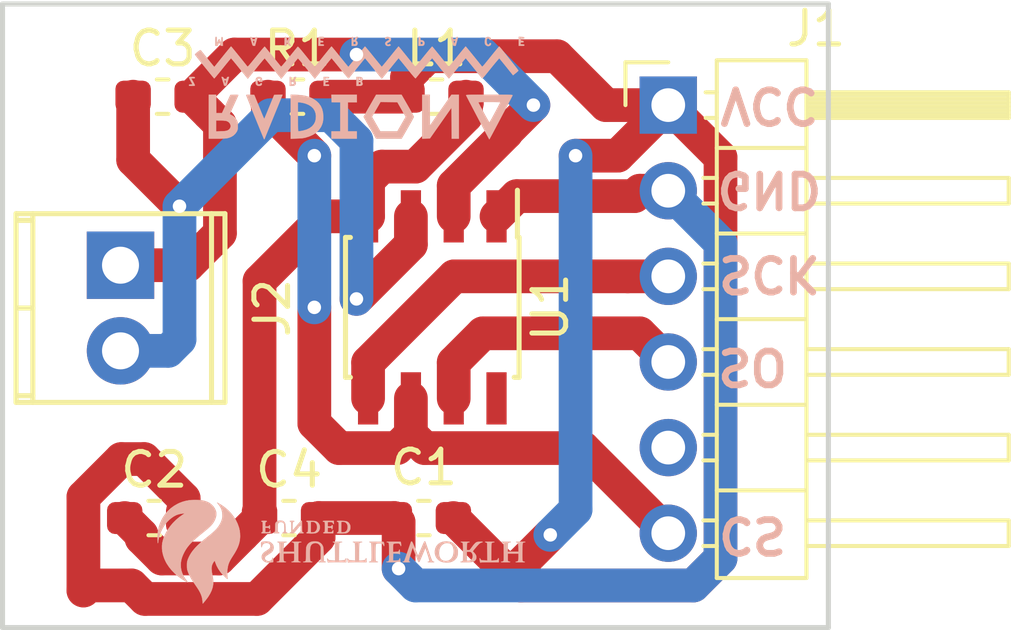
<source format=kicad_pcb>
(kicad_pcb (version 20171130) (host pcbnew 5.0.1+dfsg1-3~bpo9+1)

  (general
    (thickness 1.6)
    (drawings 9)
    (tracks 106)
    (zones 0)
    (modules 11)
    (nets 9)
  )

  (page A4)
  (layers
    (0 F.Cu signal)
    (31 B.Cu signal)
    (32 B.Adhes user)
    (33 F.Adhes user)
    (34 B.Paste user)
    (35 F.Paste user)
    (36 B.SilkS user)
    (37 F.SilkS user)
    (38 B.Mask user)
    (39 F.Mask user)
    (40 Dwgs.User user)
    (41 Cmts.User user)
    (42 Eco1.User user)
    (43 Eco2.User user)
    (44 Edge.Cuts user)
    (45 Margin user)
    (46 B.CrtYd user)
    (47 F.CrtYd user)
    (48 B.Fab user)
    (49 F.Fab user)
  )

  (setup
    (last_trace_width 1)
    (user_trace_width 0.5)
    (user_trace_width 0.7)
    (user_trace_width 1)
    (trace_clearance 0.2)
    (zone_clearance 0.508)
    (zone_45_only no)
    (trace_min 0.2)
    (segment_width 0.2)
    (edge_width 0.15)
    (via_size 0.8)
    (via_drill 0.4)
    (via_min_size 0.4)
    (via_min_drill 0.3)
    (user_via 0.6 0.3)
    (uvia_size 0.3)
    (uvia_drill 0.1)
    (uvias_allowed no)
    (uvia_min_size 0.2)
    (uvia_min_drill 0.1)
    (pcb_text_width 0.3)
    (pcb_text_size 1.5 1.5)
    (mod_edge_width 0.15)
    (mod_text_size 1 1)
    (mod_text_width 0.15)
    (pad_size 1.524 1.524)
    (pad_drill 0.762)
    (pad_to_mask_clearance 0.051)
    (solder_mask_min_width 0.25)
    (aux_axis_origin 0 0)
    (visible_elements FFFFFF7F)
    (pcbplotparams
      (layerselection 0x010fc_ffffffff)
      (usegerberextensions false)
      (usegerberattributes false)
      (usegerberadvancedattributes false)
      (creategerberjobfile false)
      (excludeedgelayer true)
      (linewidth 0.100000)
      (plotframeref false)
      (viasonmask false)
      (mode 1)
      (useauxorigin false)
      (hpglpennumber 1)
      (hpglpenspeed 20)
      (hpglpendiameter 15.000000)
      (psnegative false)
      (psa4output false)
      (plotreference true)
      (plotvalue true)
      (plotinvisibletext false)
      (padsonsilk false)
      (subtractmaskfromsilk false)
      (outputformat 1)
      (mirror false)
      (drillshape 1)
      (scaleselection 1)
      (outputdirectory ""))
  )

  (net 0 "")
  (net 1 GND)
  (net 2 VCC)
  (net 3 "Net-(C2-Pad1)")
  (net 4 "Net-(C3-Pad1)")
  (net 5 "Net-(C3-Pad2)")
  (net 6 CS)
  (net 7 SO)
  (net 8 SCK)

  (net_class Default "This is the default net class."
    (clearance 0.2)
    (trace_width 0.25)
    (via_dia 0.8)
    (via_drill 0.4)
    (uvia_dia 0.3)
    (uvia_drill 0.1)
    (add_net CS)
    (add_net GND)
    (add_net "Net-(C2-Pad1)")
    (add_net "Net-(C3-Pad1)")
    (add_net "Net-(C3-Pad2)")
    (add_net SCK)
    (add_net SO)
    (add_net VCC)
  )

  (module Capacitor_SMD:C_0603_1608Metric_Pad1.05x0.95mm_HandSolder (layer F.Cu) (tedit 5B301BBE) (tstamp 5C12DB12)
    (at 183 91.25 180)
    (descr "Capacitor SMD 0603 (1608 Metric), square (rectangular) end terminal, IPC_7351 nominal with elongated pad for handsoldering. (Body size source: http://www.tortai-tech.com/upload/download/2011102023233369053.pdf), generated with kicad-footprint-generator")
    (tags "capacitor handsolder")
    (path /5C05A98F)
    (attr smd)
    (fp_text reference C1 (at 0 1.5 180) (layer F.SilkS)
      (effects (font (size 1 1) (thickness 0.15)))
    )
    (fp_text value 10uF (at 0 -1.5 180) (layer F.Fab)
      (effects (font (size 1 1) (thickness 0.15)))
    )
    (fp_text user %R (at 0 0 180) (layer F.Fab)
      (effects (font (size 0.4 0.4) (thickness 0.06)))
    )
    (fp_line (start 1.65 0.73) (end -1.65 0.73) (layer F.CrtYd) (width 0.05))
    (fp_line (start 1.65 -0.73) (end 1.65 0.73) (layer F.CrtYd) (width 0.05))
    (fp_line (start -1.65 -0.73) (end 1.65 -0.73) (layer F.CrtYd) (width 0.05))
    (fp_line (start -1.65 0.73) (end -1.65 -0.73) (layer F.CrtYd) (width 0.05))
    (fp_line (start -0.171267 0.51) (end 0.171267 0.51) (layer F.SilkS) (width 0.12))
    (fp_line (start -0.171267 -0.51) (end 0.171267 -0.51) (layer F.SilkS) (width 0.12))
    (fp_line (start 0.8 0.4) (end -0.8 0.4) (layer F.Fab) (width 0.1))
    (fp_line (start 0.8 -0.4) (end 0.8 0.4) (layer F.Fab) (width 0.1))
    (fp_line (start -0.8 -0.4) (end 0.8 -0.4) (layer F.Fab) (width 0.1))
    (fp_line (start -0.8 0.4) (end -0.8 -0.4) (layer F.Fab) (width 0.1))
    (pad 2 smd roundrect (at 0.875 0 180) (size 1.05 0.95) (layers F.Cu F.Paste F.Mask) (roundrect_rratio 0.25)
      (net 1 GND))
    (pad 1 smd roundrect (at -0.875 0 180) (size 1.05 0.95) (layers F.Cu F.Paste F.Mask) (roundrect_rratio 0.25)
      (net 2 VCC))
    (model ${KISYS3DMOD}/Capacitor_SMD.3dshapes/C_0603_1608Metric.wrl
      (at (xyz 0 0 0))
      (scale (xyz 1 1 1))
      (rotate (xyz 0 0 0))
    )
  )

  (module Capacitor_SMD:C_0603_1608Metric_Pad1.05x0.95mm_HandSolder (layer F.Cu) (tedit 5B301BBE) (tstamp 5C12C5CC)
    (at 175 91.25)
    (descr "Capacitor SMD 0603 (1608 Metric), square (rectangular) end terminal, IPC_7351 nominal with elongated pad for handsoldering. (Body size source: http://www.tortai-tech.com/upload/download/2011102023233369053.pdf), generated with kicad-footprint-generator")
    (tags "capacitor handsolder")
    (path /5C05AA35)
    (attr smd)
    (fp_text reference C2 (at 0 -1.43) (layer F.SilkS)
      (effects (font (size 1 1) (thickness 0.15)))
    )
    (fp_text value 1uF (at 0 1.43) (layer F.Fab)
      (effects (font (size 1 1) (thickness 0.15)))
    )
    (fp_line (start -0.8 0.4) (end -0.8 -0.4) (layer F.Fab) (width 0.1))
    (fp_line (start -0.8 -0.4) (end 0.8 -0.4) (layer F.Fab) (width 0.1))
    (fp_line (start 0.8 -0.4) (end 0.8 0.4) (layer F.Fab) (width 0.1))
    (fp_line (start 0.8 0.4) (end -0.8 0.4) (layer F.Fab) (width 0.1))
    (fp_line (start -0.171267 -0.51) (end 0.171267 -0.51) (layer F.SilkS) (width 0.12))
    (fp_line (start -0.171267 0.51) (end 0.171267 0.51) (layer F.SilkS) (width 0.12))
    (fp_line (start -1.65 0.73) (end -1.65 -0.73) (layer F.CrtYd) (width 0.05))
    (fp_line (start -1.65 -0.73) (end 1.65 -0.73) (layer F.CrtYd) (width 0.05))
    (fp_line (start 1.65 -0.73) (end 1.65 0.73) (layer F.CrtYd) (width 0.05))
    (fp_line (start 1.65 0.73) (end -1.65 0.73) (layer F.CrtYd) (width 0.05))
    (fp_text user %R (at 0 0) (layer F.Fab)
      (effects (font (size 0.4 0.4) (thickness 0.06)))
    )
    (pad 1 smd roundrect (at -0.875 0) (size 1.05 0.95) (layers F.Cu F.Paste F.Mask) (roundrect_rratio 0.25)
      (net 3 "Net-(C2-Pad1)"))
    (pad 2 smd roundrect (at 0.875 0) (size 1.05 0.95) (layers F.Cu F.Paste F.Mask) (roundrect_rratio 0.25)
      (net 1 GND))
    (model ${KISYS3DMOD}/Capacitor_SMD.3dshapes/C_0603_1608Metric.wrl
      (at (xyz 0 0 0))
      (scale (xyz 1 1 1))
      (rotate (xyz 0 0 0))
    )
  )

  (module Capacitor_SMD:C_0603_1608Metric_Pad1.05x0.95mm_HandSolder (layer F.Cu) (tedit 5B301BBE) (tstamp 5C12C5DD)
    (at 175.25 78.75)
    (descr "Capacitor SMD 0603 (1608 Metric), square (rectangular) end terminal, IPC_7351 nominal with elongated pad for handsoldering. (Body size source: http://www.tortai-tech.com/upload/download/2011102023233369053.pdf), generated with kicad-footprint-generator")
    (tags "capacitor handsolder")
    (path /5C0593F9)
    (attr smd)
    (fp_text reference C3 (at 0 -1.43) (layer F.SilkS)
      (effects (font (size 1 1) (thickness 0.15)))
    )
    (fp_text value 10nF (at 0 1.43) (layer F.Fab)
      (effects (font (size 1 1) (thickness 0.15)))
    )
    (fp_line (start -0.8 0.4) (end -0.8 -0.4) (layer F.Fab) (width 0.1))
    (fp_line (start -0.8 -0.4) (end 0.8 -0.4) (layer F.Fab) (width 0.1))
    (fp_line (start 0.8 -0.4) (end 0.8 0.4) (layer F.Fab) (width 0.1))
    (fp_line (start 0.8 0.4) (end -0.8 0.4) (layer F.Fab) (width 0.1))
    (fp_line (start -0.171267 -0.51) (end 0.171267 -0.51) (layer F.SilkS) (width 0.12))
    (fp_line (start -0.171267 0.51) (end 0.171267 0.51) (layer F.SilkS) (width 0.12))
    (fp_line (start -1.65 0.73) (end -1.65 -0.73) (layer F.CrtYd) (width 0.05))
    (fp_line (start -1.65 -0.73) (end 1.65 -0.73) (layer F.CrtYd) (width 0.05))
    (fp_line (start 1.65 -0.73) (end 1.65 0.73) (layer F.CrtYd) (width 0.05))
    (fp_line (start 1.65 0.73) (end -1.65 0.73) (layer F.CrtYd) (width 0.05))
    (fp_text user %R (at 0 0) (layer F.Fab)
      (effects (font (size 0.4 0.4) (thickness 0.06)))
    )
    (pad 1 smd roundrect (at -0.875 0) (size 1.05 0.95) (layers F.Cu F.Paste F.Mask) (roundrect_rratio 0.25)
      (net 4 "Net-(C3-Pad1)"))
    (pad 2 smd roundrect (at 0.875 0) (size 1.05 0.95) (layers F.Cu F.Paste F.Mask) (roundrect_rratio 0.25)
      (net 5 "Net-(C3-Pad2)"))
    (model ${KISYS3DMOD}/Capacitor_SMD.3dshapes/C_0603_1608Metric.wrl
      (at (xyz 0 0 0))
      (scale (xyz 1 1 1))
      (rotate (xyz 0 0 0))
    )
  )

  (module Capacitor_SMD:C_0603_1608Metric_Pad1.05x0.95mm_HandSolder (layer F.Cu) (tedit 5B301BBE) (tstamp 5C12C5EE)
    (at 179 91.25)
    (descr "Capacitor SMD 0603 (1608 Metric), square (rectangular) end terminal, IPC_7351 nominal with elongated pad for handsoldering. (Body size source: http://www.tortai-tech.com/upload/download/2011102023233369053.pdf), generated with kicad-footprint-generator")
    (tags "capacitor handsolder")
    (path /5C05AA5D)
    (attr smd)
    (fp_text reference C4 (at 0 -1.43) (layer F.SilkS)
      (effects (font (size 1 1) (thickness 0.15)))
    )
    (fp_text value 0.1uF (at 0 1.43) (layer F.Fab)
      (effects (font (size 1 1) (thickness 0.15)))
    )
    (fp_text user %R (at 0 0) (layer F.Fab)
      (effects (font (size 0.4 0.4) (thickness 0.06)))
    )
    (fp_line (start 1.65 0.73) (end -1.65 0.73) (layer F.CrtYd) (width 0.05))
    (fp_line (start 1.65 -0.73) (end 1.65 0.73) (layer F.CrtYd) (width 0.05))
    (fp_line (start -1.65 -0.73) (end 1.65 -0.73) (layer F.CrtYd) (width 0.05))
    (fp_line (start -1.65 0.73) (end -1.65 -0.73) (layer F.CrtYd) (width 0.05))
    (fp_line (start -0.171267 0.51) (end 0.171267 0.51) (layer F.SilkS) (width 0.12))
    (fp_line (start -0.171267 -0.51) (end 0.171267 -0.51) (layer F.SilkS) (width 0.12))
    (fp_line (start 0.8 0.4) (end -0.8 0.4) (layer F.Fab) (width 0.1))
    (fp_line (start 0.8 -0.4) (end 0.8 0.4) (layer F.Fab) (width 0.1))
    (fp_line (start -0.8 -0.4) (end 0.8 -0.4) (layer F.Fab) (width 0.1))
    (fp_line (start -0.8 0.4) (end -0.8 -0.4) (layer F.Fab) (width 0.1))
    (pad 2 smd roundrect (at 0.875 0) (size 1.05 0.95) (layers F.Cu F.Paste F.Mask) (roundrect_rratio 0.25)
      (net 1 GND))
    (pad 1 smd roundrect (at -0.875 0) (size 1.05 0.95) (layers F.Cu F.Paste F.Mask) (roundrect_rratio 0.25)
      (net 3 "Net-(C2-Pad1)"))
    (model ${KISYS3DMOD}/Capacitor_SMD.3dshapes/C_0603_1608Metric.wrl
      (at (xyz 0 0 0))
      (scale (xyz 1 1 1))
      (rotate (xyz 0 0 0))
    )
  )

  (module Connector_PinHeader_2.54mm:PinHeader_1x06_P2.54mm_Horizontal (layer F.Cu) (tedit 59FED5CB) (tstamp 5C12C655)
    (at 190.25 79)
    (descr "Through hole angled pin header, 1x06, 2.54mm pitch, 6mm pin length, single row")
    (tags "Through hole angled pin header THT 1x06 2.54mm single row")
    (path /5C05918B)
    (fp_text reference J1 (at 4.385 -2.27) (layer F.SilkS)
      (effects (font (size 1 1) (thickness 0.15)))
    )
    (fp_text value PMOD (at 1.5 14.75) (layer F.Fab)
      (effects (font (size 1 1) (thickness 0.15)))
    )
    (fp_line (start 2.135 -1.27) (end 4.04 -1.27) (layer F.Fab) (width 0.1))
    (fp_line (start 4.04 -1.27) (end 4.04 13.97) (layer F.Fab) (width 0.1))
    (fp_line (start 4.04 13.97) (end 1.5 13.97) (layer F.Fab) (width 0.1))
    (fp_line (start 1.5 13.97) (end 1.5 -0.635) (layer F.Fab) (width 0.1))
    (fp_line (start 1.5 -0.635) (end 2.135 -1.27) (layer F.Fab) (width 0.1))
    (fp_line (start -0.32 -0.32) (end 1.5 -0.32) (layer F.Fab) (width 0.1))
    (fp_line (start -0.32 -0.32) (end -0.32 0.32) (layer F.Fab) (width 0.1))
    (fp_line (start -0.32 0.32) (end 1.5 0.32) (layer F.Fab) (width 0.1))
    (fp_line (start 4.04 -0.32) (end 10.04 -0.32) (layer F.Fab) (width 0.1))
    (fp_line (start 10.04 -0.32) (end 10.04 0.32) (layer F.Fab) (width 0.1))
    (fp_line (start 4.04 0.32) (end 10.04 0.32) (layer F.Fab) (width 0.1))
    (fp_line (start -0.32 2.22) (end 1.5 2.22) (layer F.Fab) (width 0.1))
    (fp_line (start -0.32 2.22) (end -0.32 2.86) (layer F.Fab) (width 0.1))
    (fp_line (start -0.32 2.86) (end 1.5 2.86) (layer F.Fab) (width 0.1))
    (fp_line (start 4.04 2.22) (end 10.04 2.22) (layer F.Fab) (width 0.1))
    (fp_line (start 10.04 2.22) (end 10.04 2.86) (layer F.Fab) (width 0.1))
    (fp_line (start 4.04 2.86) (end 10.04 2.86) (layer F.Fab) (width 0.1))
    (fp_line (start -0.32 4.76) (end 1.5 4.76) (layer F.Fab) (width 0.1))
    (fp_line (start -0.32 4.76) (end -0.32 5.4) (layer F.Fab) (width 0.1))
    (fp_line (start -0.32 5.4) (end 1.5 5.4) (layer F.Fab) (width 0.1))
    (fp_line (start 4.04 4.76) (end 10.04 4.76) (layer F.Fab) (width 0.1))
    (fp_line (start 10.04 4.76) (end 10.04 5.4) (layer F.Fab) (width 0.1))
    (fp_line (start 4.04 5.4) (end 10.04 5.4) (layer F.Fab) (width 0.1))
    (fp_line (start -0.32 7.3) (end 1.5 7.3) (layer F.Fab) (width 0.1))
    (fp_line (start -0.32 7.3) (end -0.32 7.94) (layer F.Fab) (width 0.1))
    (fp_line (start -0.32 7.94) (end 1.5 7.94) (layer F.Fab) (width 0.1))
    (fp_line (start 4.04 7.3) (end 10.04 7.3) (layer F.Fab) (width 0.1))
    (fp_line (start 10.04 7.3) (end 10.04 7.94) (layer F.Fab) (width 0.1))
    (fp_line (start 4.04 7.94) (end 10.04 7.94) (layer F.Fab) (width 0.1))
    (fp_line (start -0.32 9.84) (end 1.5 9.84) (layer F.Fab) (width 0.1))
    (fp_line (start -0.32 9.84) (end -0.32 10.48) (layer F.Fab) (width 0.1))
    (fp_line (start -0.32 10.48) (end 1.5 10.48) (layer F.Fab) (width 0.1))
    (fp_line (start 4.04 9.84) (end 10.04 9.84) (layer F.Fab) (width 0.1))
    (fp_line (start 10.04 9.84) (end 10.04 10.48) (layer F.Fab) (width 0.1))
    (fp_line (start 4.04 10.48) (end 10.04 10.48) (layer F.Fab) (width 0.1))
    (fp_line (start -0.32 12.38) (end 1.5 12.38) (layer F.Fab) (width 0.1))
    (fp_line (start -0.32 12.38) (end -0.32 13.02) (layer F.Fab) (width 0.1))
    (fp_line (start -0.32 13.02) (end 1.5 13.02) (layer F.Fab) (width 0.1))
    (fp_line (start 4.04 12.38) (end 10.04 12.38) (layer F.Fab) (width 0.1))
    (fp_line (start 10.04 12.38) (end 10.04 13.02) (layer F.Fab) (width 0.1))
    (fp_line (start 4.04 13.02) (end 10.04 13.02) (layer F.Fab) (width 0.1))
    (fp_line (start 1.44 -1.33) (end 1.44 14.03) (layer F.SilkS) (width 0.12))
    (fp_line (start 1.44 14.03) (end 4.1 14.03) (layer F.SilkS) (width 0.12))
    (fp_line (start 4.1 14.03) (end 4.1 -1.33) (layer F.SilkS) (width 0.12))
    (fp_line (start 4.1 -1.33) (end 1.44 -1.33) (layer F.SilkS) (width 0.12))
    (fp_line (start 4.1 -0.38) (end 10.1 -0.38) (layer F.SilkS) (width 0.12))
    (fp_line (start 10.1 -0.38) (end 10.1 0.38) (layer F.SilkS) (width 0.12))
    (fp_line (start 10.1 0.38) (end 4.1 0.38) (layer F.SilkS) (width 0.12))
    (fp_line (start 4.1 -0.32) (end 10.1 -0.32) (layer F.SilkS) (width 0.12))
    (fp_line (start 4.1 -0.2) (end 10.1 -0.2) (layer F.SilkS) (width 0.12))
    (fp_line (start 4.1 -0.08) (end 10.1 -0.08) (layer F.SilkS) (width 0.12))
    (fp_line (start 4.1 0.04) (end 10.1 0.04) (layer F.SilkS) (width 0.12))
    (fp_line (start 4.1 0.16) (end 10.1 0.16) (layer F.SilkS) (width 0.12))
    (fp_line (start 4.1 0.28) (end 10.1 0.28) (layer F.SilkS) (width 0.12))
    (fp_line (start 1.11 -0.38) (end 1.44 -0.38) (layer F.SilkS) (width 0.12))
    (fp_line (start 1.11 0.38) (end 1.44 0.38) (layer F.SilkS) (width 0.12))
    (fp_line (start 1.44 1.27) (end 4.1 1.27) (layer F.SilkS) (width 0.12))
    (fp_line (start 4.1 2.16) (end 10.1 2.16) (layer F.SilkS) (width 0.12))
    (fp_line (start 10.1 2.16) (end 10.1 2.92) (layer F.SilkS) (width 0.12))
    (fp_line (start 10.1 2.92) (end 4.1 2.92) (layer F.SilkS) (width 0.12))
    (fp_line (start 1.042929 2.16) (end 1.44 2.16) (layer F.SilkS) (width 0.12))
    (fp_line (start 1.042929 2.92) (end 1.44 2.92) (layer F.SilkS) (width 0.12))
    (fp_line (start 1.44 3.81) (end 4.1 3.81) (layer F.SilkS) (width 0.12))
    (fp_line (start 4.1 4.7) (end 10.1 4.7) (layer F.SilkS) (width 0.12))
    (fp_line (start 10.1 4.7) (end 10.1 5.46) (layer F.SilkS) (width 0.12))
    (fp_line (start 10.1 5.46) (end 4.1 5.46) (layer F.SilkS) (width 0.12))
    (fp_line (start 1.042929 4.7) (end 1.44 4.7) (layer F.SilkS) (width 0.12))
    (fp_line (start 1.042929 5.46) (end 1.44 5.46) (layer F.SilkS) (width 0.12))
    (fp_line (start 1.44 6.35) (end 4.1 6.35) (layer F.SilkS) (width 0.12))
    (fp_line (start 4.1 7.24) (end 10.1 7.24) (layer F.SilkS) (width 0.12))
    (fp_line (start 10.1 7.24) (end 10.1 8) (layer F.SilkS) (width 0.12))
    (fp_line (start 10.1 8) (end 4.1 8) (layer F.SilkS) (width 0.12))
    (fp_line (start 1.042929 7.24) (end 1.44 7.24) (layer F.SilkS) (width 0.12))
    (fp_line (start 1.042929 8) (end 1.44 8) (layer F.SilkS) (width 0.12))
    (fp_line (start 1.44 8.89) (end 4.1 8.89) (layer F.SilkS) (width 0.12))
    (fp_line (start 4.1 9.78) (end 10.1 9.78) (layer F.SilkS) (width 0.12))
    (fp_line (start 10.1 9.78) (end 10.1 10.54) (layer F.SilkS) (width 0.12))
    (fp_line (start 10.1 10.54) (end 4.1 10.54) (layer F.SilkS) (width 0.12))
    (fp_line (start 1.042929 9.78) (end 1.44 9.78) (layer F.SilkS) (width 0.12))
    (fp_line (start 1.042929 10.54) (end 1.44 10.54) (layer F.SilkS) (width 0.12))
    (fp_line (start 1.44 11.43) (end 4.1 11.43) (layer F.SilkS) (width 0.12))
    (fp_line (start 4.1 12.32) (end 10.1 12.32) (layer F.SilkS) (width 0.12))
    (fp_line (start 10.1 12.32) (end 10.1 13.08) (layer F.SilkS) (width 0.12))
    (fp_line (start 10.1 13.08) (end 4.1 13.08) (layer F.SilkS) (width 0.12))
    (fp_line (start 1.042929 12.32) (end 1.44 12.32) (layer F.SilkS) (width 0.12))
    (fp_line (start 1.042929 13.08) (end 1.44 13.08) (layer F.SilkS) (width 0.12))
    (fp_line (start -1.27 0) (end -1.27 -1.27) (layer F.SilkS) (width 0.12))
    (fp_line (start -1.27 -1.27) (end 0 -1.27) (layer F.SilkS) (width 0.12))
    (fp_line (start -1.8 -1.8) (end -1.8 14.5) (layer F.CrtYd) (width 0.05))
    (fp_line (start -1.8 14.5) (end 10.55 14.5) (layer F.CrtYd) (width 0.05))
    (fp_line (start 10.55 14.5) (end 10.55 -1.8) (layer F.CrtYd) (width 0.05))
    (fp_line (start 10.55 -1.8) (end -1.8 -1.8) (layer F.CrtYd) (width 0.05))
    (fp_text user %R (at 2.77 6.35 90) (layer F.Fab)
      (effects (font (size 1 1) (thickness 0.15)))
    )
    (pad 1 thru_hole rect (at 0 0) (size 1.7 1.7) (drill 1) (layers *.Cu *.Mask)
      (net 2 VCC))
    (pad 2 thru_hole oval (at 0 2.54) (size 1.7 1.7) (drill 1) (layers *.Cu *.Mask)
      (net 1 GND))
    (pad 3 thru_hole oval (at 0 5.08) (size 1.7 1.7) (drill 1) (layers *.Cu *.Mask)
      (net 8 SCK))
    (pad 4 thru_hole oval (at 0 7.62) (size 1.7 1.7) (drill 1) (layers *.Cu *.Mask)
      (net 7 SO))
    (pad 5 thru_hole oval (at 0 10.16) (size 1.7 1.7) (drill 1) (layers *.Cu *.Mask))
    (pad 6 thru_hole oval (at 0 12.7) (size 1.7 1.7) (drill 1) (layers *.Cu *.Mask)
      (net 6 CS))
    (model ${KISYS3DMOD}/Connector_PinHeader_2.54mm.3dshapes/PinHeader_1x06_P2.54mm_Horizontal.wrl
      (at (xyz 0 0 0))
      (scale (xyz 1 1 1))
      (rotate (xyz 0 0 0))
    )
    (model ${KISYS3DMOD}/Connector_PinHeader_1.00mm.3dshapes/PinHeader_1x06_P1.00mm_Horizontal.step
      (at (xyz 0 0 0))
      (scale (xyz 2.54 2.54 1))
      (rotate (xyz 0 0 0))
    )
  )

  (module Connectors_Terminal_Blocks:TerminalBlock_Pheonix_MPT-2.54mm_2pol (layer F.Cu) (tedit 0) (tstamp 5C12C668)
    (at 174 83.75 270)
    (descr "2-way 2.54mm pitch terminal block, Phoenix MPT series")
    (path /5C0592E8)
    (fp_text reference J2 (at 1.27 -4.50088 270) (layer F.SilkS)
      (effects (font (size 1 1) (thickness 0.15)))
    )
    (fp_text value Probe (at 1.25 2 270) (layer F.Fab)
      (effects (font (size 1 1) (thickness 0.15)))
    )
    (fp_line (start -1.7 -3.3) (end 4.3 -3.3) (layer F.CrtYd) (width 0.05))
    (fp_line (start -1.7 3.3) (end -1.7 -3.3) (layer F.CrtYd) (width 0.05))
    (fp_line (start 4.3 3.3) (end -1.7 3.3) (layer F.CrtYd) (width 0.05))
    (fp_line (start 4.3 -3.3) (end 4.3 3.3) (layer F.CrtYd) (width 0.05))
    (fp_line (start 4.06908 2.60096) (end -1.52908 2.60096) (layer F.SilkS) (width 0.15))
    (fp_line (start -1.33096 3.0988) (end -1.33096 2.60096) (layer F.SilkS) (width 0.15))
    (fp_line (start 3.87096 2.60096) (end 3.87096 3.0988) (layer F.SilkS) (width 0.15))
    (fp_line (start 1.27 3.0988) (end 1.27 2.60096) (layer F.SilkS) (width 0.15))
    (fp_line (start -1.52908 -2.70002) (end 4.06908 -2.70002) (layer F.SilkS) (width 0.15))
    (fp_line (start -1.52908 3.0988) (end 4.06908 3.0988) (layer F.SilkS) (width 0.15))
    (fp_line (start 4.06908 3.0988) (end 4.06908 -3.0988) (layer F.SilkS) (width 0.15))
    (fp_line (start 4.06908 -3.0988) (end -1.52908 -3.0988) (layer F.SilkS) (width 0.15))
    (fp_line (start -1.52908 -3.0988) (end -1.52908 3.0988) (layer F.SilkS) (width 0.15))
    (pad 2 thru_hole oval (at 2.54 0 270) (size 1.99898 1.99898) (drill 1.09728) (layers *.Cu *.Mask)
      (net 4 "Net-(C3-Pad1)"))
    (pad 1 thru_hole rect (at 0 0 270) (size 1.99898 1.99898) (drill 1.09728) (layers *.Cu *.Mask)
      (net 5 "Net-(C3-Pad2)"))
    (model Terminal_Blocks.3dshapes/TerminalBlock_Pheonix_MPT-2.54mm_2pol.wrl
      (offset (xyz 1.269999980926514 0 0))
      (scale (xyz 1 1 1))
      (rotate (xyz 0 0 0))
    )
    (model /home/mistery/kicad/kicad-library/modules/packages3d/Connectors.3dshapes/bornier2.wrl
      (offset (xyz 1.5 0 0))
      (scale (xyz 0.5 1 0.7))
      (rotate (xyz 0 0 0))
    )
  )

  (module Inductor_SMD:L_0603_1608Metric_Pad1.05x0.95mm_HandSolder (layer F.Cu) (tedit 5B301BBE) (tstamp 5C12C679)
    (at 183.375 78.75)
    (descr "Capacitor SMD 0603 (1608 Metric), square (rectangular) end terminal, IPC_7351 nominal with elongated pad for handsoldering. (Body size source: http://www.tortai-tech.com/upload/download/2011102023233369053.pdf), generated with kicad-footprint-generator")
    (tags "inductor handsolder")
    (path /5C05D650)
    (attr smd)
    (fp_text reference L1 (at 0 -1.43) (layer F.SilkS)
      (effects (font (size 1 1) (thickness 0.15)))
    )
    (fp_text value 600 (at 0 1.43) (layer F.Fab)
      (effects (font (size 1 1) (thickness 0.15)))
    )
    (fp_line (start -0.8 0.4) (end -0.8 -0.4) (layer F.Fab) (width 0.1))
    (fp_line (start -0.8 -0.4) (end 0.8 -0.4) (layer F.Fab) (width 0.1))
    (fp_line (start 0.8 -0.4) (end 0.8 0.4) (layer F.Fab) (width 0.1))
    (fp_line (start 0.8 0.4) (end -0.8 0.4) (layer F.Fab) (width 0.1))
    (fp_line (start -0.171267 -0.51) (end 0.171267 -0.51) (layer F.SilkS) (width 0.12))
    (fp_line (start -0.171267 0.51) (end 0.171267 0.51) (layer F.SilkS) (width 0.12))
    (fp_line (start -1.65 0.73) (end -1.65 -0.73) (layer F.CrtYd) (width 0.05))
    (fp_line (start -1.65 -0.73) (end 1.65 -0.73) (layer F.CrtYd) (width 0.05))
    (fp_line (start 1.65 -0.73) (end 1.65 0.73) (layer F.CrtYd) (width 0.05))
    (fp_line (start 1.65 0.73) (end -1.65 0.73) (layer F.CrtYd) (width 0.05))
    (fp_text user %R (at 0 0) (layer F.Fab)
      (effects (font (size 0.4 0.4) (thickness 0.06)))
    )
    (pad 1 smd roundrect (at -0.875 0) (size 1.05 0.95) (layers F.Cu F.Paste F.Mask) (roundrect_rratio 0.25)
      (net 2 VCC))
    (pad 2 smd roundrect (at 0.875 0) (size 1.05 0.95) (layers F.Cu F.Paste F.Mask) (roundrect_rratio 0.25)
      (net 3 "Net-(C2-Pad1)"))
    (model ${KISYS3DMOD}/Inductor_SMD.3dshapes/L_0603_1608Metric.wrl
      (at (xyz 0 0 0))
      (scale (xyz 1 1 1))
      (rotate (xyz 0 0 0))
    )
    (model /home/mistery/kicad/kicad-library/modules/packages3d/Capacitors_SMD.3dshapes/C_0603.step
      (at (xyz 0 0 0))
      (scale (xyz 1 1 1))
      (rotate (xyz 0 0 0))
    )
  )

  (module Package_SO:SOIC-8_3.9x4.9mm_P1.27mm (layer F.Cu) (tedit 5C05955C) (tstamp 5C12C6AD)
    (at 183.25 85 270)
    (descr "8-Lead Plastic Small Outline (SN) - Narrow, 3.90 mm Body [SOIC] (see Microchip Packaging Specification 00000049BS.pdf)")
    (tags "SOIC 1.27")
    (path /5C05900F)
    (attr smd)
    (fp_text reference U1 (at 0 -3.5 270) (layer F.SilkS)
      (effects (font (size 1 1) (thickness 0.15)))
    )
    (fp_text value MAX31855JASA (at 0 3.5 270) (layer F.Fab)
      (effects (font (size 1 1) (thickness 0.15)))
    )
    (fp_text user %R (at 0 0 270) (layer F.Fab)
      (effects (font (size 1 1) (thickness 0.15)))
    )
    (fp_line (start -0.95 -2.45) (end 1.95 -2.45) (layer F.Fab) (width 0.1))
    (fp_line (start 1.95 -2.45) (end 1.95 2.45) (layer F.Fab) (width 0.1))
    (fp_line (start 1.95 2.45) (end -1.95 2.45) (layer F.Fab) (width 0.1))
    (fp_line (start -1.95 2.45) (end -1.95 -1.45) (layer F.Fab) (width 0.1))
    (fp_line (start -1.95 -1.45) (end -0.95 -2.45) (layer F.Fab) (width 0.1))
    (fp_line (start -3.73 -2.7) (end -3.73 2.7) (layer F.CrtYd) (width 0.05))
    (fp_line (start 3.73 -2.7) (end 3.73 2.7) (layer F.CrtYd) (width 0.05))
    (fp_line (start -3.73 -2.7) (end 3.73 -2.7) (layer F.CrtYd) (width 0.05))
    (fp_line (start -3.73 2.7) (end 3.73 2.7) (layer F.CrtYd) (width 0.05))
    (fp_line (start -2.075 -2.575) (end -2.075 -2.525) (layer F.SilkS) (width 0.15))
    (fp_line (start 2.075 -2.575) (end 2.075 -2.43) (layer F.SilkS) (width 0.15))
    (fp_line (start 2.075 2.575) (end 2.075 2.43) (layer F.SilkS) (width 0.15))
    (fp_line (start -2.075 2.575) (end -2.075 2.43) (layer F.SilkS) (width 0.15))
    (fp_line (start -2.075 -2.575) (end 2.075 -2.575) (layer F.SilkS) (width 0.15))
    (fp_line (start -2.075 2.575) (end 2.075 2.575) (layer F.SilkS) (width 0.15))
    (fp_line (start -2.075 -2.525) (end -3.475 -2.525) (layer F.SilkS) (width 0.15))
    (pad 1 smd rect (at -2.7 -1.905 270) (size 1.55 0.6) (layers F.Cu F.Paste F.Mask)
      (net 1 GND))
    (pad 2 smd rect (at -2.7 -0.635 270) (size 1.55 0.6) (layers F.Cu F.Paste F.Mask)
      (net 5 "Net-(C3-Pad2)"))
    (pad 3 smd rect (at -2.7 0.635 270) (size 1.55 0.6) (layers F.Cu F.Paste F.Mask)
      (net 4 "Net-(C3-Pad1)"))
    (pad 4 smd rect (at -2.7 1.905 270) (size 1.55 0.6) (layers F.Cu F.Paste F.Mask)
      (net 3 "Net-(C2-Pad1)"))
    (pad 5 smd rect (at 2.7 1.905 270) (size 1.55 0.6) (layers F.Cu F.Paste F.Mask)
      (net 8 SCK))
    (pad 6 smd rect (at 2.7 0.635 270) (size 1.55 0.6) (layers F.Cu F.Paste F.Mask)
      (net 6 CS))
    (pad 7 smd rect (at 2.7 -0.635 270) (size 1.55 0.6) (layers F.Cu F.Paste F.Mask)
      (net 7 SO))
    (pad 8 smd rect (at 2.7 -1.905 270) (size 1.55 0.6) (layers F.Cu F.Paste F.Mask))
    (model ${KISYS3DMOD}/Package_SO.3dshapes/SOIC-8_3.9x4.9mm_P1.27mm.wrl
      (at (xyz 0 0 0))
      (scale (xyz 1 1 1))
      (rotate (xyz 0 0 0))
    )
    (model /home/mistery/kicad/kicad-library/modules/packages3d/Housings_SOIC.3dshapes/SOIC-8_3.9x4.9mm_Pitch1.27mm.wrl
      (at (xyz 0 0 0))
      (scale (xyz 1 1 1))
      (rotate (xyz 0 0 0))
    )
  )

  (module Resistor_SMD:R_0603_1608Metric_Pad1.05x0.95mm_HandSolder (layer F.Cu) (tedit 5B301BBD) (tstamp 5C12C91E)
    (at 179.25 78.75)
    (descr "Resistor SMD 0603 (1608 Metric), square (rectangular) end terminal, IPC_7351 nominal with elongated pad for handsoldering. (Body size source: http://www.tortai-tech.com/upload/download/2011102023233369053.pdf), generated with kicad-footprint-generator")
    (tags "resistor handsolder")
    (path /5C059814)
    (attr smd)
    (fp_text reference R1 (at 0 -1.43) (layer F.SilkS)
      (effects (font (size 1 1) (thickness 0.15)))
    )
    (fp_text value 10K (at 0 1.43) (layer F.Fab)
      (effects (font (size 1 1) (thickness 0.15)))
    )
    (fp_line (start -0.8 0.4) (end -0.8 -0.4) (layer F.Fab) (width 0.1))
    (fp_line (start -0.8 -0.4) (end 0.8 -0.4) (layer F.Fab) (width 0.1))
    (fp_line (start 0.8 -0.4) (end 0.8 0.4) (layer F.Fab) (width 0.1))
    (fp_line (start 0.8 0.4) (end -0.8 0.4) (layer F.Fab) (width 0.1))
    (fp_line (start -0.171267 -0.51) (end 0.171267 -0.51) (layer F.SilkS) (width 0.12))
    (fp_line (start -0.171267 0.51) (end 0.171267 0.51) (layer F.SilkS) (width 0.12))
    (fp_line (start -1.65 0.73) (end -1.65 -0.73) (layer F.CrtYd) (width 0.05))
    (fp_line (start -1.65 -0.73) (end 1.65 -0.73) (layer F.CrtYd) (width 0.05))
    (fp_line (start 1.65 -0.73) (end 1.65 0.73) (layer F.CrtYd) (width 0.05))
    (fp_line (start 1.65 0.73) (end -1.65 0.73) (layer F.CrtYd) (width 0.05))
    (fp_text user %R (at 0 0) (layer F.Fab)
      (effects (font (size 0.4 0.4) (thickness 0.06)))
    )
    (pad 1 smd roundrect (at -0.875 0) (size 1.05 0.95) (layers F.Cu F.Paste F.Mask) (roundrect_rratio 0.25)
      (net 6 CS))
    (pad 2 smd roundrect (at 0.875 0) (size 1.05 0.95) (layers F.Cu F.Paste F.Mask) (roundrect_rratio 0.25)
      (net 2 VCC))
    (model ${KISYS3DMOD}/Resistor_SMD.3dshapes/R_0603_1608Metric.wrl
      (at (xyz 0 0 0))
      (scale (xyz 1 1 1))
      (rotate (xyz 0 0 0))
    )
    (model /home/mistery/kicad/kicad-library/modules/packages3d/Capacitors_SMD.3dshapes/C_0603.step
      (at (xyz 0 0 0))
      (scale (xyz 1 1 1))
      (rotate (xyz 0 0 0))
    )
  )

  (module parts:radiona-12mm (layer B.Cu) (tedit 0) (tstamp 5C12DC35)
    (at 181 78.5)
    (fp_text reference G*** (at 0 0) (layer B.SilkS) hide
      (effects (font (size 1.524 1.524) (thickness 0.3)) (justify mirror))
    )
    (fp_text value LOGO (at 0.75 0) (layer B.SilkS) hide
      (effects (font (size 1.524 1.524) (thickness 0.3)) (justify mirror))
    )
    (fp_poly (pts (xy 3.947065 1.505125) (xy 3.961098 1.480128) (xy 3.982724 1.440577) (xy 4.01103 1.388198)
      (xy 4.045104 1.324718) (xy 4.084036 1.251862) (xy 4.126913 1.171356) (xy 4.172823 1.084928)
      (xy 4.220856 0.994304) (xy 4.270098 0.901209) (xy 4.31964 0.807371) (xy 4.368568 0.714515)
      (xy 4.415972 0.624368) (xy 4.460939 0.538656) (xy 4.502558 0.459106) (xy 4.539917 0.387443)
      (xy 4.572105 0.325395) (xy 4.59821 0.274687) (xy 4.61732 0.237046) (xy 4.628524 0.214198)
      (xy 4.631164 0.207977) (xy 4.629844 0.205024) (xy 4.623586 0.20248) (xy 4.611034 0.200315)
      (xy 4.590832 0.1985) (xy 4.561623 0.197005) (xy 4.522052 0.195802) (xy 4.470761 0.19486)
      (xy 4.406396 0.19415) (xy 4.327598 0.193643) (xy 4.233013 0.19331) (xy 4.121285 0.19312)
      (xy 3.991055 0.193045) (xy 3.94208 0.19304) (xy 3.803238 0.1931) (xy 3.683448 0.193294)
      (xy 3.58144 0.193647) (xy 3.495945 0.194185) (xy 3.425695 0.194931) (xy 3.369421 0.195911)
      (xy 3.325854 0.19715) (xy 3.293726 0.198671) (xy 3.271767 0.200499) (xy 3.258709 0.202659)
      (xy 3.253284 0.205177) (xy 3.252995 0.206434) (xy 3.258329 0.21818) (xy 3.272166 0.245907)
      (xy 3.293597 0.287888) (xy 3.321712 0.342397) (xy 3.355602 0.407708) (xy 3.35889 0.41402)
      (xy 3.614225 0.41402) (xy 3.624968 0.412164) (xy 3.653582 0.410471) (xy 3.697619 0.408999)
      (xy 3.754632 0.407803) (xy 3.822172 0.406942) (xy 3.897791 0.406472) (xy 3.94208 0.4064)
      (xy 4.021127 0.406631) (xy 4.093461 0.407283) (xy 4.156633 0.408302) (xy 4.208189 0.409629)
      (xy 4.245679 0.411207) (xy 4.266651 0.412981) (xy 4.270258 0.41402) (xy 4.266346 0.42384)
      (xy 4.254025 0.448943) (xy 4.234654 0.486793) (xy 4.209592 0.534856) (xy 4.180198 0.590596)
      (xy 4.147829 0.651477) (xy 4.113846 0.714963) (xy 4.079606 0.778521) (xy 4.046469 0.839613)
      (xy 4.015793 0.895705) (xy 3.988936 0.94426) (xy 3.967257 0.982745) (xy 3.952116 1.008622)
      (xy 3.948661 1.014156) (xy 3.941894 1.010605) (xy 3.927185 0.990806) (xy 3.904311 0.954387)
      (xy 3.873049 0.900976) (xy 3.833177 0.830202) (xy 3.784471 0.741692) (xy 3.775156 0.724596)
      (xy 3.736293 0.652758) (xy 3.700921 0.58656) (xy 3.670135 0.528115) (xy 3.64503 0.479533)
      (xy 3.6267 0.442928) (xy 3.61624 0.420411) (xy 3.614225 0.41402) (xy 3.35889 0.41402)
      (xy 3.394358 0.482095) (xy 3.437071 0.56383) (xy 3.482831 0.651187) (xy 3.53073 0.742441)
      (xy 3.579858 0.835865) (xy 3.629306 0.929732) (xy 3.678165 1.022315) (xy 3.725525 1.111889)
      (xy 3.770478 1.196728) (xy 3.812113 1.275104) (xy 3.849523 1.345291) (xy 3.881798 1.405564)
      (xy 3.908028 1.454195) (xy 3.927304 1.489458) (xy 3.938718 1.509627) (xy 3.941535 1.513841)
      (xy 3.947065 1.505125)) (layer B.SilkS) (width 0.01))
    (fp_poly (pts (xy 2.064214 1.491313) (xy 2.177709 1.48844) (xy 2.498554 1.03124) (xy 2.8194 0.57404)
      (xy 2.822043 1.03378) (xy 2.824687 1.49352) (xy 3.03784 1.49352) (xy 3.03784 0.19304)
      (xy 2.819062 0.19304) (xy 2.499191 0.650487) (xy 2.17932 1.107933) (xy 2.176676 0.650487)
      (xy 2.174032 0.19304) (xy 1.95072 0.19304) (xy 1.95072 1.494186) (xy 2.064214 1.491313)) (layer B.SilkS) (width 0.01))
    (fp_poly (pts (xy 1.520221 1.1811) (xy 1.562255 1.108025) (xy 1.60085 1.03988) (xy 1.634841 0.978803)
      (xy 1.663065 0.926933) (xy 1.684356 0.886405) (xy 1.697549 0.859358) (xy 1.701537 0.84836)
      (xy 1.69667 0.835108) (xy 1.682706 0.806428) (xy 1.660793 0.764444) (xy 1.632076 0.71128)
      (xy 1.597701 0.649059) (xy 1.558814 0.579903) (xy 1.519209 0.51054) (xy 1.336618 0.19304)
      (xy 0.960409 0.193198) (xy 0.5842 0.193355) (xy 0.39878 0.51669) (xy 0.356538 0.590543)
      (xy 0.317675 0.658862) (xy 0.283314 0.719643) (xy 0.254579 0.770882) (xy 0.232593 0.810575)
      (xy 0.218479 0.836718) (xy 0.21354 0.846941) (xy 0.458879 0.846941) (xy 0.505201 0.766371)
      (xy 0.527399 0.727794) (xy 0.556461 0.677337) (xy 0.589092 0.620719) (xy 0.621997 0.563658)
      (xy 0.632227 0.545925) (xy 0.712932 0.406049) (xy 0.963194 0.408765) (xy 1.213456 0.41148)
      (xy 1.337959 0.629571) (xy 1.462461 0.847662) (xy 1.444557 0.878491) (xy 1.434158 0.896507)
      (xy 1.415478 0.928975) (xy 1.390343 0.972718) (xy 1.360578 1.02456) (xy 1.328007 1.081325)
      (xy 1.320386 1.094612) (xy 1.21412 1.279903) (xy 0.96012 1.279723) (xy 0.70612 1.279544)
      (xy 0.6096 1.110352) (xy 0.577325 1.053798) (xy 0.546592 0.999983) (xy 0.519571 0.952706)
      (xy 0.498432 0.915762) (xy 0.485979 0.894051) (xy 0.458879 0.846941) (xy 0.21354 0.846941)
      (xy 0.213362 0.847309) (xy 0.21336 0.847355) (xy 0.218269 0.85754) (xy 0.23224 0.883288)
      (xy 0.254137 0.92259) (xy 0.282826 0.973433) (xy 0.317171 1.033805) (xy 0.356038 1.101695)
      (xy 0.397721 1.174104) (xy 0.582082 1.49352) (xy 1.339168 1.49352) (xy 1.520221 1.1811)) (layer B.SilkS) (width 0.01))
    (fp_poly (pts (xy 0.01016 1.28016) (xy -0.254 1.28016) (xy -0.254 0.41656) (xy 0.01016 0.41656)
      (xy 0.01016 0.19304) (xy -0.742368 0.19304) (xy -0.7366 0.41148) (xy -0.47752 0.417168)
      (xy -0.47752 1.28016) (xy -0.74168 1.28016) (xy -0.74168 1.49352) (xy 0.01016 1.49352)
      (xy 0.01016 1.28016)) (layer B.SilkS) (width 0.01))
    (fp_poly (pts (xy -1.77546 1.490686) (xy -1.693856 1.487321) (xy -1.628261 1.482538) (xy -1.574389 1.475897)
      (xy -1.527954 1.46696) (xy -1.516517 1.464193) (xy -1.393033 1.425187) (xy -1.285015 1.374492)
      (xy -1.192953 1.312459) (xy -1.117335 1.239438) (xy -1.058652 1.155782) (xy -1.04207 1.123771)
      (xy -1.01691 1.064591) (xy -1.000035 1.008046) (xy -0.990139 0.947577) (xy -0.985917 0.876629)
      (xy -0.98552 0.839835) (xy -0.993595 0.724712) (xy -1.018011 0.621476) (xy -1.059056 0.529555)
      (xy -1.117017 0.448377) (xy -1.192185 0.37737) (xy -1.233754 0.347204) (xy -1.316732 0.297976)
      (xy -1.403733 0.259495) (xy -1.498154 0.230831) (xy -1.603389 0.211055) (xy -1.722836 0.199236)
      (xy -1.78562 0.196138) (xy -1.95072 0.190194) (xy -1.95072 0.846902) (xy -1.73736 0.846902)
      (xy -1.73736 0.413643) (xy -1.666665 0.420213) (xy -1.620399 0.426929) (xy -1.566594 0.438271)
      (xy -1.516769 0.451804) (xy -1.516009 0.452043) (xy -1.420193 0.490395) (xy -1.341614 0.539457)
      (xy -1.280295 0.5992) (xy -1.236261 0.669598) (xy -1.209535 0.750622) (xy -1.200838 0.818809)
      (xy -1.204715 0.912152) (xy -1.22639 0.996055) (xy -1.265437 1.070066) (xy -1.321429 1.13373)
      (xy -1.393939 1.186595) (xy -1.482541 1.228207) (xy -1.586808 1.258112) (xy -1.620421 1.264619)
      (xy -1.66197 1.271604) (xy -1.696684 1.276962) (xy -1.719098 1.279869) (xy -1.723451 1.28016)
      (xy -1.726902 1.277287) (xy -1.729753 1.267569) (xy -1.732058 1.249365) (xy -1.733868 1.221031)
      (xy -1.735238 1.180922) (xy -1.736218 1.127395) (xy -1.736863 1.058807) (xy -1.737225 0.973515)
      (xy -1.737357 0.869874) (xy -1.73736 0.846902) (xy -1.95072 0.846902) (xy -1.95072 1.49608)
      (xy -1.77546 1.490686)) (layer B.SilkS) (width 0.01))
    (fp_poly (pts (xy -2.729383 1.504883) (xy -2.724578 1.49352) (xy -2.719055 1.4798) (xy -2.706529 1.448964)
      (xy -2.687688 1.402704) (xy -2.663224 1.342709) (xy -2.633826 1.270673) (xy -2.600185 1.188285)
      (xy -2.56299 1.097237) (xy -2.522933 0.99922) (xy -2.480703 0.895925) (xy -2.475794 0.88392)
      (xy -2.432955 0.779128) (xy -2.391898 0.678638) (xy -2.353358 0.584248) (xy -2.318068 0.497757)
      (xy -2.28676 0.420963) (xy -2.260167 0.355665) (xy -2.239025 0.303662) (xy -2.224064 0.266753)
      (xy -2.216019 0.246735) (xy -2.215756 0.246068) (xy -2.194611 0.192415) (xy -2.317513 0.195268)
      (xy -2.440416 0.19812) (xy -2.584347 0.550493) (xy -2.616977 0.630149) (xy -2.647336 0.703825)
      (xy -2.674542 0.769413) (xy -2.697713 0.824805) (xy -2.715966 0.867893) (xy -2.728421 0.896572)
      (xy -2.734195 0.908732) (xy -2.734365 0.908951) (xy -2.73992 0.902006) (xy -2.751662 0.879008)
      (xy -2.768288 0.842793) (xy -2.788495 0.796197) (xy -2.809965 0.744539) (xy -2.83801 0.675781)
      (xy -2.870675 0.595743) (xy -2.904887 0.511953) (xy -2.937571 0.431938) (xy -2.956312 0.38608)
      (xy -3.033146 0.19812) (xy -3.152333 0.195258) (xy -3.200079 0.194852) (xy -3.238306 0.195966)
      (xy -3.263329 0.198402) (xy -3.27152 0.201658) (xy -3.2678 0.212289) (xy -3.257145 0.239858)
      (xy -3.240314 0.282496) (xy -3.218064 0.338335) (xy -3.191154 0.405506) (xy -3.160343 0.48214)
      (xy -3.126388 0.566368) (xy -3.090048 0.656321) (xy -3.052081 0.75013) (xy -3.013245 0.845926)
      (xy -2.974298 0.94184) (xy -2.936 1.036004) (xy -2.899108 1.126548) (xy -2.86438 1.211604)
      (xy -2.832574 1.289302) (xy -2.80445 1.357775) (xy -2.780765 1.415152) (xy -2.762277 1.459564)
      (xy -2.749745 1.489144) (xy -2.743945 1.50199) (xy -2.736158 1.511728) (xy -2.729383 1.504883)) (layer B.SilkS) (width 0.01))
    (fp_poly (pts (xy -4.042323 1.49314) (xy -3.96954 1.491713) (xy -3.910587 1.488812) (xy -3.862222 1.48401)
      (xy -3.821206 1.476877) (xy -3.784297 1.466986) (xy -3.748255 1.45391) (xy -3.711484 1.437973)
      (xy -3.651997 1.401441) (xy -3.597659 1.350696) (xy -3.554659 1.29182) (xy -3.545678 1.27508)
      (xy -3.533972 1.248772) (xy -3.526538 1.223299) (xy -3.522445 1.192832) (xy -3.520762 1.151543)
      (xy -3.52052 1.1176) (xy -3.52101 1.067406) (xy -3.523256 1.031479) (xy -3.528297 1.003781)
      (xy -3.537167 0.978273) (xy -3.548683 0.953409) (xy -3.592829 0.886314) (xy -3.653545 0.83075)
      (xy -3.708036 0.797745) (xy -3.735869 0.782719) (xy -3.754451 0.770919) (xy -3.7592 0.766124)
      (xy -3.755102 0.75581) (xy -3.743505 0.729383) (xy -3.725459 0.689163) (xy -3.702015 0.637473)
      (xy -3.674221 0.576633) (xy -3.643129 0.508966) (xy -3.6322 0.485268) (xy -3.600208 0.415665)
      (xy -3.571172 0.351944) (xy -3.546145 0.29646) (xy -3.526181 0.251568) (xy -3.512332 0.219622)
      (xy -3.505652 0.202977) (xy -3.5052 0.201251) (xy -3.514685 0.198002) (xy -3.540472 0.195795)
      (xy -3.578561 0.194834) (xy -3.622362 0.195258) (xy -3.739523 0.19812) (xy -3.863806 0.46736)
      (xy -3.988088 0.7366) (xy -4.16052 0.7366) (xy -4.165932 0.19304) (xy -4.37896 0.19304)
      (xy -4.37896 0.95504) (xy -4.1656 0.95504) (xy -4.035365 0.95504) (xy -3.953136 0.956968)
      (xy -3.890408 0.962734) (xy -3.853441 0.97039) (xy -3.803864 0.993506) (xy -3.766181 1.027681)
      (xy -3.74159 1.069267) (xy -3.731291 1.114614) (xy -3.736482 1.160074) (xy -3.758361 1.201997)
      (xy -3.772334 1.217222) (xy -3.79866 1.238223) (xy -3.828896 1.253772) (xy -3.866647 1.264751)
      (xy -3.915516 1.272041) (xy -3.979104 1.276527) (xy -4.02082 1.278093) (xy -4.1656 1.28242)
      (xy -4.1656 0.95504) (xy -4.37896 0.95504) (xy -4.37896 1.49352) (xy -4.132175 1.49352)
      (xy -4.042323 1.49314)) (layer B.SilkS) (width 0.01))
    (fp_poly (pts (xy 0.122229 -0.074697) (xy 0.157997 -0.085955) (xy 0.177673 -0.105679) (xy 0.18288 -0.130395)
      (xy 0.177241 -0.159975) (xy 0.167826 -0.17953) (xy 0.15817 -0.196856) (xy 0.161982 -0.208161)
      (xy 0.167826 -0.213514) (xy 0.178011 -0.231874) (xy 0.182802 -0.260663) (xy 0.18288 -0.264827)
      (xy 0.178276 -0.296552) (xy 0.162726 -0.317744) (xy 0.133623 -0.330013) (xy 0.088356 -0.334972)
      (xy 0.068859 -0.33528) (xy 0 -0.33528) (xy 0 -0.258929) (xy 0.06096 -0.258929)
      (xy 0.06096 -0.259754) (xy 0.062447 -0.283715) (xy 0.06989 -0.292897) (xy 0.087761 -0.292788)
      (xy 0.087875 -0.292774) (xy 0.111988 -0.284534) (xy 0.125052 -0.27316) (xy 0.13149 -0.249154)
      (xy 0.120436 -0.231272) (xy 0.094611 -0.223574) (xy 0.091758 -0.22352) (xy 0.071205 -0.225413)
      (xy 0.062673 -0.235176) (xy 0.06096 -0.258929) (xy 0 -0.258929) (xy 0 -0.146492)
      (xy 0.06096 -0.146492) (xy 0.06096 -0.146645) (xy 0.062842 -0.171051) (xy 0.071097 -0.181154)
      (xy 0.085115 -0.18288) (xy 0.109759 -0.176438) (xy 0.122626 -0.166788) (xy 0.129741 -0.146072)
      (xy 0.119899 -0.127244) (xy 0.096252 -0.115125) (xy 0.087875 -0.113625) (xy 0.069945 -0.113485)
      (xy 0.062464 -0.122612) (xy 0.06096 -0.146492) (xy 0 -0.146492) (xy 0 -0.07112)
      (xy 0.068859 -0.07112) (xy 0.122229 -0.074697)) (layer B.SilkS) (width 0.01))
    (fp_poly (pts (xy -0.853583 -0.071544) (xy -0.829312 -0.073498) (xy -0.81718 -0.078003) (xy -0.8131 -0.086082)
      (xy -0.8128 -0.09144) (xy -0.815198 -0.10313) (xy -0.825587 -0.10925) (xy -0.84876 -0.111524)
      (xy -0.869324 -0.11176) (xy -0.925848 -0.11176) (xy -0.922664 -0.14478) (xy -0.918997 -0.165688)
      (xy -0.909293 -0.17585) (xy -0.88744 -0.180029) (xy -0.8763 -0.180924) (xy -0.84831 -0.184767)
      (xy -0.835612 -0.192655) (xy -0.83312 -0.203784) (xy -0.836307 -0.216152) (xy -0.849269 -0.221995)
      (xy -0.87711 -0.223517) (xy -0.87884 -0.22352) (xy -0.906933 -0.224279) (xy -0.920235 -0.229423)
      (xy -0.924278 -0.243255) (xy -0.92456 -0.25908) (xy -0.92456 -0.29464) (xy -0.86868 -0.29464)
      (xy -0.836388 -0.295521) (xy -0.819565 -0.299335) (xy -0.813396 -0.307831) (xy -0.8128 -0.31496)
      (xy -0.814497 -0.325084) (xy -0.822313 -0.331152) (xy -0.840335 -0.334185) (xy -0.87265 -0.335205)
      (xy -0.89408 -0.33528) (xy -0.97536 -0.33528) (xy -0.97536 -0.07112) (xy -0.89408 -0.07112)
      (xy -0.853583 -0.071544)) (layer B.SilkS) (width 0.01))
    (fp_poly (pts (xy -1.87477 -0.073007) (xy -1.846292 -0.079709) (xy -1.825091 -0.092177) (xy -1.803698 -0.120673)
      (xy -1.79858 -0.156133) (xy -1.810032 -0.192966) (xy -1.819034 -0.206472) (xy -1.839747 -0.232804)
      (xy -1.813782 -0.284042) (xy -1.787818 -0.33528) (xy -1.818187 -0.33528) (xy -1.836991 -0.332996)
      (xy -1.850387 -0.323027) (xy -1.863184 -0.300693) (xy -1.870409 -0.28448) (xy -1.888156 -0.250519)
      (xy -1.904635 -0.235056) (xy -1.911332 -0.23368) (xy -1.922836 -0.23677) (xy -1.928568 -0.249287)
      (xy -1.930355 -0.276102) (xy -1.9304 -0.28448) (xy -1.931224 -0.314629) (xy -1.935427 -0.32967)
      (xy -1.945607 -0.334798) (xy -1.9558 -0.33528) (xy -1.9812 -0.33528) (xy -1.9812 -0.1524)
      (xy -1.9304 -0.1524) (xy -1.929475 -0.178849) (xy -1.923773 -0.190297) (xy -1.908906 -0.192059)
      (xy -1.898405 -0.191143) (xy -1.872312 -0.183562) (xy -1.855277 -0.17018) (xy -1.850132 -0.146985)
      (xy -1.862251 -0.127323) (xy -1.888581 -0.115191) (xy -1.898405 -0.113656) (xy -1.918659 -0.112853)
      (xy -1.927829 -0.119412) (xy -1.930302 -0.138649) (xy -1.9304 -0.1524) (xy -1.9812 -0.1524)
      (xy -1.9812 -0.07112) (xy -1.916531 -0.07112) (xy -1.87477 -0.073007)) (layer B.SilkS) (width 0.01))
    (fp_poly (pts (xy -2.862738 -0.073204) (xy -2.831794 -0.085129) (xy -2.810609 -0.105094) (xy -2.80416 -0.127576)
      (xy -2.8106 -0.147158) (xy -2.825961 -0.152326) (xy -2.844309 -0.142527) (xy -2.852603 -0.13208)
      (xy -2.872465 -0.115751) (xy -2.897657 -0.11281) (xy -2.91967 -0.123333) (xy -2.925723 -0.131412)
      (xy -2.932763 -0.156804) (xy -2.935787 -0.193275) (xy -2.934794 -0.231981) (xy -2.929785 -0.264081)
      (xy -2.925723 -0.274987) (xy -2.907977 -0.291388) (xy -2.884993 -0.293213) (xy -2.862915 -0.282724)
      (xy -2.847886 -0.26218) (xy -2.8448 -0.245214) (xy -2.853438 -0.236058) (xy -2.867557 -0.231846)
      (xy -2.886912 -0.222312) (xy -2.893702 -0.21082) (xy -2.892755 -0.200316) (xy -2.881797 -0.194945)
      (xy -2.856426 -0.193128) (xy -2.84413 -0.19304) (xy -2.79117 -0.19304) (xy -2.797392 -0.24638)
      (xy -2.807559 -0.290831) (xy -2.827361 -0.318717) (xy -2.859498 -0.332571) (xy -2.892108 -0.33528)
      (xy -2.927988 -0.331465) (xy -2.953904 -0.317818) (xy -2.962102 -0.310341) (xy -2.974703 -0.295657)
      (xy -2.982188 -0.279071) (xy -2.985853 -0.255014) (xy -2.986996 -0.217918) (xy -2.98704 -0.2032)
      (xy -2.986408 -0.161032) (xy -2.983647 -0.133599) (xy -2.977461 -0.11533) (xy -2.966554 -0.100656)
      (xy -2.962102 -0.096058) (xy -2.933094 -0.077631) (xy -2.898239 -0.070359) (xy -2.862738 -0.073204)) (layer B.SilkS) (width 0.01))
    (fp_poly (pts (xy -3.87777 -0.076344) (xy -3.867899 -0.078501) (xy -3.859534 -0.085253) (xy -3.851443 -0.099185)
      (xy -3.84239 -0.122879) (xy -3.831145 -0.158919) (xy -3.816472 -0.20989) (xy -3.80187 -0.26162)
      (xy -3.781086 -0.33528) (xy -3.809513 -0.33528) (xy -3.830648 -0.331631) (xy -3.841077 -0.316605)
      (xy -3.844155 -0.304209) (xy -3.849615 -0.284754) (xy -3.859843 -0.276417) (xy -3.881359 -0.275491)
      (xy -3.89328 -0.276269) (xy -3.921535 -0.280244) (xy -3.93584 -0.289189) (xy -3.942077 -0.3048)
      (xy -3.95463 -0.326387) (xy -3.974474 -0.333315) (xy -4.000984 -0.336431) (xy -3.966386 -0.219161)
      (xy -3.918363 -0.219161) (xy -3.916472 -0.230151) (xy -3.897562 -0.233672) (xy -3.896149 -0.23368)
      (xy -3.879014 -0.232454) (xy -3.872161 -0.225077) (xy -3.872906 -0.205998) (xy -3.875262 -0.1905)
      (xy -3.882739 -0.156146) (xy -3.890792 -0.140395) (xy -3.898692 -0.143793) (xy -3.905708 -0.166888)
      (xy -3.905843 -0.167602) (xy -3.911957 -0.196241) (xy -3.917754 -0.217473) (xy -3.918363 -0.219161)
      (xy -3.966386 -0.219161) (xy -3.962595 -0.206315) (xy -3.924205 -0.0762) (xy -3.89038 -0.0762)
      (xy -3.87777 -0.076344)) (layer B.SilkS) (width 0.01))
    (fp_poly (pts (xy -4.839255 -0.071672) (xy -4.813174 -0.073811) (xy -4.799881 -0.078257) (xy -4.79562 -0.085732)
      (xy -4.79552 -0.087694) (xy -4.800357 -0.103182) (xy -4.813376 -0.131488) (xy -4.832347 -0.16798)
      (xy -4.84632 -0.19304) (xy -4.8677 -0.230998) (xy -4.88464 -0.262216) (xy -4.894973 -0.282631)
      (xy -4.897121 -0.288225) (xy -4.887978 -0.291885) (xy -4.864603 -0.294207) (xy -4.84632 -0.29464)
      (xy -4.81585 -0.295709) (xy -4.800654 -0.30025) (xy -4.795738 -0.31026) (xy -4.79552 -0.31496)
      (xy -4.797128 -0.32484) (xy -4.804598 -0.330875) (xy -4.821904 -0.333999) (xy -4.85302 -0.335149)
      (xy -4.88188 -0.33528) (xy -4.924506 -0.334727) (xy -4.950587 -0.332588) (xy -4.96388 -0.328142)
      (xy -4.968141 -0.320667) (xy -4.96824 -0.318705) (xy -4.963404 -0.303217) (xy -4.950385 -0.274911)
      (xy -4.931414 -0.238419) (xy -4.917441 -0.21336) (xy -4.896061 -0.175401) (xy -4.879121 -0.144183)
      (xy -4.868788 -0.123768) (xy -4.866641 -0.118174) (xy -4.875783 -0.114514) (xy -4.899158 -0.112192)
      (xy -4.91744 -0.11176) (xy -4.947911 -0.11069) (xy -4.963107 -0.106149) (xy -4.968023 -0.096139)
      (xy -4.96824 -0.09144) (xy -4.966633 -0.081559) (xy -4.959163 -0.075524) (xy -4.941857 -0.0724)
      (xy -4.910741 -0.07125) (xy -4.88188 -0.07112) (xy -4.839255 -0.071672)) (layer B.SilkS) (width 0.01))
    (fp_poly (pts (xy -2.211225 -0.30651) (xy -2.200416 -0.31983) (xy -2.178471 -0.346972) (xy -2.147007 -0.385936)
      (xy -2.107637 -0.434722) (xy -2.061975 -0.49133) (xy -2.011636 -0.553759) (xy -1.968645 -0.607092)
      (xy -1.91636 -0.67182) (xy -1.867956 -0.731468) (xy -1.824943 -0.784198) (xy -1.78883 -0.828169)
      (xy -1.761127 -0.861544) (xy -1.743344 -0.882481) (xy -1.737146 -0.889132) (xy -1.729146 -0.882644)
      (xy -1.709905 -0.861943) (xy -1.680848 -0.828707) (xy -1.643396 -0.784617) (xy -1.598973 -0.73135)
      (xy -1.549001 -0.670586) (xy -1.494903 -0.604003) (xy -1.483105 -0.58938) (xy -1.428484 -0.521657)
      (xy -1.377992 -0.45916) (xy -1.333015 -0.403597) (xy -1.29494 -0.356674) (xy -1.265151 -0.3201)
      (xy -1.245036 -0.295583) (xy -1.23598 -0.284829) (xy -1.235613 -0.28448) (xy -1.229092 -0.29213)
      (xy -1.21127 -0.313939) (xy -1.18353 -0.348189) (xy -1.147256 -0.393164) (xy -1.103832 -0.447148)
      (xy -1.054641 -0.508424) (xy -1.001068 -0.575277) (xy -0.990297 -0.588731) (xy -0.935872 -0.656541)
      (xy -0.88536 -0.71912) (xy -0.840174 -0.774747) (xy -0.801728 -0.821695) (xy -0.771434 -0.858241)
      (xy -0.750707 -0.882661) (xy -0.740958 -0.893231) (xy -0.740467 -0.893531) (xy -0.732914 -0.886009)
      (xy -0.714074 -0.86433) (xy -0.685359 -0.8302) (xy -0.648181 -0.785326) (xy -0.603952 -0.731413)
      (xy -0.554084 -0.670168) (xy -0.499988 -0.603297) (xy -0.487925 -0.58833) (xy -0.433154 -0.520772)
      (xy -0.382231 -0.458824) (xy -0.336571 -0.40414) (xy -0.297585 -0.358373) (xy -0.266686 -0.323176)
      (xy -0.245287 -0.300205) (xy -0.234799 -0.291111) (xy -0.234085 -0.29115) (xy -0.226199 -0.300778)
      (xy -0.207057 -0.324451) (xy -0.178116 -0.36036) (xy -0.140831 -0.406697) (xy -0.096658 -0.461652)
      (xy -0.047051 -0.523417) (xy 0.006533 -0.590182) (xy 0.009885 -0.59436) (xy 0.063564 -0.661118)
      (xy 0.113327 -0.72272) (xy 0.157732 -0.777399) (xy 0.195335 -0.823389) (xy 0.22469 -0.858925)
      (xy 0.244355 -0.882242) (xy 0.252885 -0.891574) (xy 0.25303 -0.891659) (xy 0.260663 -0.884595)
      (xy 0.279515 -0.863317) (xy 0.308174 -0.829529) (xy 0.345226 -0.784933) (xy 0.389258 -0.731233)
      (xy 0.438859 -0.670131) (xy 0.492614 -0.60333) (xy 0.503278 -0.590013) (xy 0.557644 -0.522223)
      (xy 0.608043 -0.459679) (xy 0.653073 -0.4041) (xy 0.691327 -0.357208) (xy 0.721402 -0.320724)
      (xy 0.741892 -0.296367) (xy 0.751393 -0.285858) (xy 0.75184 -0.285568) (xy 0.759105 -0.293194)
      (xy 0.777635 -0.314989) (xy 0.806023 -0.349237) (xy 0.842865 -0.394221) (xy 0.886756 -0.448223)
      (xy 0.93629 -0.509526) (xy 0.990062 -0.576414) (xy 1.000755 -0.589754) (xy 1.05518 -0.657516)
      (xy 1.105637 -0.720022) (xy 1.15072 -0.775555) (xy 1.189025 -0.822398) (xy 1.219147 -0.858834)
      (xy 1.23968 -0.883147) (xy 1.249219 -0.893618) (xy 1.249675 -0.893902) (xy 1.256952 -0.886212)
      (xy 1.275511 -0.86437) (xy 1.303941 -0.830096) (xy 1.340836 -0.785107) (xy 1.384785 -0.731124)
      (xy 1.434381 -0.669865) (xy 1.488216 -0.603048) (xy 1.4986 -0.590125) (xy 1.567131 -0.505243)
      (xy 1.62398 -0.435837) (xy 1.669758 -0.381202) (xy 1.705079 -0.340635) (xy 1.730554 -0.313433)
      (xy 1.746796 -0.298892) (xy 1.754357 -0.296258) (xy 1.763248 -0.306165) (xy 1.783347 -0.330115)
      (xy 1.813165 -0.366285) (xy 1.851215 -0.412854) (xy 1.896008 -0.467999) (xy 1.946054 -0.529899)
      (xy 1.999867 -0.596731) (xy 2.002521 -0.600035) (xy 2.05614 -0.666576) (xy 2.105802 -0.727833)
      (xy 2.150071 -0.782061) (xy 2.18751 -0.827516) (xy 2.216681 -0.862454) (xy 2.236147 -0.88513)
      (xy 2.244472 -0.893801) (xy 2.244603 -0.893838) (xy 2.252044 -0.886127) (xy 2.270743 -0.864251)
      (xy 2.299289 -0.829933) (xy 2.33627 -0.784893) (xy 2.380274 -0.730854) (xy 2.429889 -0.669535)
      (xy 2.483702 -0.602659) (xy 2.493992 -0.589831) (xy 2.548407 -0.522281) (xy 2.598935 -0.460168)
      (xy 2.644164 -0.405182) (xy 2.682679 -0.359017) (xy 2.713067 -0.323363) (xy 2.733913 -0.299914)
      (xy 2.743803 -0.290361) (xy 2.744328 -0.290257) (xy 2.752014 -0.298859) (xy 2.770978 -0.321557)
      (xy 2.799788 -0.356591) (xy 2.837008 -0.402205) (xy 2.881207 -0.45664) (xy 2.930949 -0.518139)
      (xy 2.984801 -0.584944) (xy 2.9923 -0.594264) (xy 3.046524 -0.661453) (xy 3.096819 -0.723362)
      (xy 3.141761 -0.778267) (xy 3.179922 -0.824444) (xy 3.209878 -0.860169) (xy 3.230201 -0.883716)
      (xy 3.239466 -0.893364) (xy 3.239804 -0.893507) (xy 3.246967 -0.885832) (xy 3.265165 -0.864388)
      (xy 3.292711 -0.831251) (xy 3.32792 -0.788496) (xy 3.369104 -0.738201) (xy 3.414577 -0.682441)
      (xy 3.462654 -0.623291) (xy 3.511647 -0.562829) (xy 3.55987 -0.50313) (xy 3.605637 -0.446269)
      (xy 3.647262 -0.394324) (xy 3.683057 -0.34937) (xy 3.711336 -0.313483) (xy 3.719602 -0.30286)
      (xy 3.724142 -0.29804) (xy 3.729528 -0.296206) (xy 3.737018 -0.298725) (xy 3.747869 -0.306962)
      (xy 3.763338 -0.322283) (xy 3.784683 -0.346053) (xy 3.813163 -0.379638) (xy 3.850034 -0.424404)
      (xy 3.896553 -0.481715) (xy 3.95398 -0.552937) (xy 3.98217 -0.587969) (xy 4.037009 -0.655721)
      (xy 4.088054 -0.717992) (xy 4.133883 -0.773107) (xy 4.173074 -0.819389) (xy 4.204206 -0.855164)
      (xy 4.225855 -0.878756) (xy 4.236599 -0.88849) (xy 4.237364 -0.888601) (xy 4.245715 -0.879594)
      (xy 4.265158 -0.856681) (xy 4.294085 -0.821817) (xy 4.330889 -0.776958) (xy 4.37396 -0.724058)
      (xy 4.421691 -0.665074) (xy 4.44584 -0.635107) (xy 4.645407 -0.387118) (xy 4.723413 -0.450099)
      (xy 4.756852 -0.477893) (xy 4.783621 -0.50165) (xy 4.800157 -0.518123) (xy 4.803704 -0.52324)
      (xy 4.798019 -0.532831) (xy 4.781087 -0.556243) (xy 4.754468 -0.591518) (xy 4.719717 -0.636696)
      (xy 4.678393 -0.68982) (xy 4.632053 -0.748931) (xy 4.582254 -0.81207) (xy 4.530555 -0.877279)
      (xy 4.478511 -0.9426) (xy 4.427681 -1.006075) (xy 4.379622 -1.065743) (xy 4.335892 -1.119649)
      (xy 4.298047 -1.165832) (xy 4.267646 -1.202334) (xy 4.246246 -1.227198) (xy 4.235403 -1.238464)
      (xy 4.234567 -1.238926) (xy 4.226811 -1.231405) (xy 4.207796 -1.209711) (xy 4.178939 -1.175551)
      (xy 4.141655 -1.130634) (xy 4.097361 -1.076668) (xy 4.047473 -1.015362) (xy 3.993407 -0.948425)
      (xy 3.981469 -0.933581) (xy 3.919068 -0.856005) (xy 3.868103 -0.792932) (xy 3.827317 -0.742994)
      (xy 3.795453 -0.704825) (xy 3.771254 -0.677059) (xy 3.753464 -0.658328) (xy 3.740826 -0.647268)
      (xy 3.732084 -0.642511) (xy 3.725981 -0.64269) (xy 3.72126 -0.646439) (xy 3.719462 -0.648653)
      (xy 3.696961 -0.677501) (xy 3.665872 -0.716732) (xy 3.627893 -0.764259) (xy 3.584719 -0.817993)
      (xy 3.538047 -0.875847) (xy 3.489573 -0.935733) (xy 3.440995 -0.995564) (xy 3.394007 -1.053252)
      (xy 3.350308 -1.10671) (xy 3.311592 -1.15385) (xy 3.279557 -1.192585) (xy 3.2559 -1.220826)
      (xy 3.242315 -1.236487) (xy 3.239738 -1.238984) (xy 3.232164 -1.231459) (xy 3.213306 -1.209777)
      (xy 3.184576 -1.175645) (xy 3.147387 -1.13077) (xy 3.103153 -1.07686) (xy 3.053285 -1.015622)
      (xy 2.999198 -0.948761) (xy 2.987302 -0.934001) (xy 2.932648 -0.866313) (xy 2.882058 -0.803996)
      (xy 2.836922 -0.748734) (xy 2.798627 -0.702214) (xy 2.768564 -0.666121) (xy 2.748122 -0.642141)
      (xy 2.73869 -0.631961) (xy 2.73823 -0.631741) (xy 2.731402 -0.640123) (xy 2.713254 -0.662595)
      (xy 2.685194 -0.697409) (xy 2.648629 -0.742816) (xy 2.604967 -0.797069) (xy 2.555617 -0.858418)
      (xy 2.501986 -0.925114) (xy 2.494264 -0.93472) (xy 2.440015 -1.002047) (xy 2.389667 -1.064237)
      (xy 2.344652 -1.119541) (xy 2.306406 -1.16621) (xy 2.276362 -1.202496) (xy 2.255954 -1.226651)
      (xy 2.246615 -1.236924) (xy 2.246281 -1.237152) (xy 2.23855 -1.230128) (xy 2.219557 -1.208941)
      (xy 2.190731 -1.175299) (xy 2.153502 -1.130908) (xy 2.109299 -1.077474) (xy 2.059552 -1.016704)
      (xy 2.005691 -0.950305) (xy 1.997211 -0.939799) (xy 1.942795 -0.872443) (xy 1.89232 -0.810171)
      (xy 1.847217 -0.754733) (xy 1.808916 -0.70788) (xy 1.778851 -0.671362) (xy 1.758451 -0.646928)
      (xy 1.749148 -0.63633) (xy 1.748809 -0.636047) (xy 1.741253 -0.642867) (xy 1.722452 -0.663887)
      (xy 1.693819 -0.697416) (xy 1.656766 -0.741758) (xy 1.612708 -0.79522) (xy 1.563057 -0.856107)
      (xy 1.509226 -0.922727) (xy 1.498604 -0.93594) (xy 1.444127 -1.003596) (xy 1.393612 -1.066006)
      (xy 1.348469 -1.121453) (xy 1.310109 -1.168219) (xy 1.279942 -1.204585) (xy 1.259378 -1.228833)
      (xy 1.249828 -1.239247) (xy 1.24938 -1.23952) (xy 1.242038 -1.231867) (xy 1.223426 -1.210054)
      (xy 1.194956 -1.175802) (xy 1.158036 -1.130828) (xy 1.114077 -1.076852) (xy 1.064489 -1.015593)
      (xy 1.010683 -0.948771) (xy 1.000456 -0.936032) (xy 0.946011 -0.868519) (xy 0.89543 -0.806441)
      (xy 0.850133 -0.751491) (xy 0.811538 -0.705361) (xy 0.781063 -0.669744) (xy 0.760126 -0.646333)
      (xy 0.750146 -0.636819) (xy 0.74961 -0.63672) (xy 0.741803 -0.64532) (xy 0.722725 -0.668016)
      (xy 0.693813 -0.703049) (xy 0.656505 -0.74866) (xy 0.61224 -0.80309) (xy 0.562455 -0.86458)
      (xy 0.508588 -0.931372) (xy 0.501311 -0.940415) (xy 0.447101 -1.007491) (xy 0.396774 -1.069188)
      (xy 0.351761 -1.123795) (xy 0.313491 -1.169603) (xy 0.283396 -1.204899) (xy 0.262907 -1.227974)
      (xy 0.253453 -1.237117) (xy 0.253088 -1.237187) (xy 0.245308 -1.228909) (xy 0.226269 -1.206513)
      (xy 0.197406 -1.171749) (xy 0.160155 -1.126365) (xy 0.11595 -1.072111) (xy 0.066226 -1.010736)
      (xy 0.012419 -0.943989) (xy 0.004966 -0.93472) (xy -0.049137 -0.867415) (xy -0.099154 -0.805215)
      (xy -0.143678 -0.749869) (xy -0.181301 -0.703125) (xy -0.210616 -0.666733) (xy -0.230214 -0.642441)
      (xy -0.238688 -0.631998) (xy -0.238906 -0.631741) (xy -0.24571 -0.638644) (xy -0.263831 -0.659719)
      (xy -0.29188 -0.693279) (xy -0.328469 -0.73764) (xy -0.372208 -0.791114) (xy -0.421709 -0.852017)
      (xy -0.475583 -0.918662) (xy -0.487943 -0.934001) (xy -0.542746 -1.001839) (xy -0.593629 -1.064423)
      (xy -0.639179 -1.120044) (xy -0.677982 -1.166994) (xy -0.708626 -1.203567) (xy -0.729698 -1.228054)
      (xy -0.739785 -1.238747) (xy -0.740379 -1.239081) (xy -0.747993 -1.231329) (xy -0.766787 -1.209484)
      (xy -0.795281 -1.175345) (xy -0.831992 -1.130712) (xy -0.87544 -1.077385) (xy -0.924144 -1.017162)
      (xy -0.97028 -0.959759) (xy -1.023272 -0.893653) (xy -1.07299 -0.831648) (xy -1.117814 -0.775765)
      (xy -1.156122 -0.728024) (xy -1.186295 -0.690446) (xy -1.206709 -0.665051) (xy -1.215025 -0.654743)
      (xy -1.236249 -0.628608) (xy -1.482586 -0.934593) (xy -1.547618 -1.015094) (xy -1.601213 -1.080756)
      (xy -1.644424 -1.132772) (xy -1.678301 -1.172334) (xy -1.703896 -1.200634) (xy -1.72226 -1.218863)
      (xy -1.734445 -1.228215) (xy -1.741502 -1.22988) (xy -1.74252 -1.229294) (xy -1.7518 -1.219023)
      (xy -1.772274 -1.19472) (xy -1.802439 -1.158218) (xy -1.840795 -1.111351) (xy -1.88584 -1.055954)
      (xy -1.936074 -0.993862) (xy -1.989996 -0.926909) (xy -1.992537 -0.923746) (xy -2.05617 -0.844841)
      (xy -2.108396 -0.780804) (xy -2.150262 -0.730448) (xy -2.182815 -0.692587) (xy -2.207105 -0.666034)
      (xy -2.224177 -0.649603) (xy -2.23508 -0.642105) (xy -2.240862 -0.642356) (xy -2.240905 -0.642401)
      (xy -2.249847 -0.653077) (xy -2.269995 -0.677729) (xy -2.299836 -0.714486) (xy -2.337856 -0.761479)
      (xy -2.382543 -0.816835) (xy -2.432382 -0.878686) (xy -2.48343 -0.942138) (xy -2.536578 -1.008099)
      (xy -2.585891 -1.069015) (xy -2.629885 -1.123073) (xy -2.667076 -1.168463) (xy -2.695981 -1.203373)
      (xy -2.715114 -1.225991) (xy -2.722937 -1.234475) (xy -2.731066 -1.228064) (xy -2.750423 -1.207429)
      (xy -2.779585 -1.174242) (xy -2.817128 -1.13018) (xy -2.861629 -1.076918) (xy -2.911663 -1.016131)
      (xy -2.965807 -0.949493) (xy -2.978181 -0.934149) (xy -3.040702 -0.856597) (xy -3.091778 -0.793541)
      (xy -3.132664 -0.743615) (xy -3.164615 -0.705454) (xy -3.188887 -0.677693) (xy -3.206733 -0.658964)
      (xy -3.219409 -0.647903) (xy -3.228171 -0.643143) (xy -3.234273 -0.643319) (xy -3.23897 -0.647065)
      (xy -3.240388 -0.648803) (xy -3.266159 -0.68168) (xy -3.299942 -0.724236) (xy -3.340053 -0.774396)
      (xy -3.38481 -0.830089) (xy -3.432528 -0.889241) (xy -3.481523 -0.949779) (xy -3.530112 -1.009631)
      (xy -3.57661 -1.066722) (xy -3.619335 -1.118981) (xy -3.656603 -1.164334) (xy -3.686729 -1.200707)
      (xy -3.70803 -1.226029) (xy -3.718822 -1.238226) (xy -3.719774 -1.239018) (xy -3.727329 -1.231486)
      (xy -3.746168 -1.2098) (xy -3.774878 -1.17567) (xy -3.812044 -1.130803) (xy -3.856252 -1.076911)
      (xy -3.906087 -1.015701) (xy -3.960136 -0.948884) (xy -3.971548 -0.934723) (xy -4.217028 -0.629927)
      (xy -4.245289 -0.662943) (xy -4.259171 -0.679669) (xy -4.28372 -0.709777) (xy -4.316919 -0.750771)
      (xy -4.356752 -0.800157) (xy -4.401203 -0.855441) (xy -4.444405 -0.90932) (xy -4.490015 -0.96623)
      (xy -4.531652 -1.018097) (xy -4.567572 -1.062755) (xy -4.59603 -1.098035) (xy -4.61528 -1.121773)
      (xy -4.62357 -1.13179) (xy -4.634329 -1.12978) (xy -4.656041 -1.117234) (xy -4.684665 -1.097337)
      (xy -4.716162 -1.073271) (xy -4.746494 -1.04822) (xy -4.771621 -1.025365) (xy -4.787505 -1.007892)
      (xy -4.790854 -0.999962) (xy -4.783764 -0.989464) (xy -4.765499 -0.965359) (xy -4.737636 -0.929599)
      (xy -4.701754 -0.884138) (xy -4.659428 -0.830927) (xy -4.612236 -0.77192) (xy -4.561755 -0.709068)
      (xy -4.509562 -0.644325) (xy -4.457234 -0.579642) (xy -4.406348 -0.516973) (xy -4.358482 -0.458269)
      (xy -4.315213 -0.405484) (xy -4.278117 -0.36057) (xy -4.248772 -0.325479) (xy -4.228755 -0.302164)
      (xy -4.219642 -0.292577) (xy -4.219372 -0.292444) (xy -4.211412 -0.299751) (xy -4.192216 -0.321219)
      (xy -4.163225 -0.355126) (xy -4.125877 -0.39975) (xy -4.081613 -0.45337) (xy -4.031872 -0.514262)
      (xy -3.978094 -0.580706) (xy -3.970856 -0.589693) (xy -3.916599 -0.65689) (xy -3.86618 -0.718925)
      (xy -3.821046 -0.77405) (xy -3.782643 -0.820516) (xy -3.752416 -0.856577) (xy -3.731812 -0.880482)
      (xy -3.722276 -0.890485) (xy -3.721936 -0.89067) (xy -3.71392 -0.883506) (xy -3.694701 -0.862128)
      (xy -3.665705 -0.828243) (xy -3.628356 -0.78356) (xy -3.584079 -0.729784) (xy -3.534298 -0.668623)
      (xy -3.480438 -0.601785) (xy -3.469944 -0.588689) (xy -3.415672 -0.520958) (xy -3.365505 -0.458472)
      (xy -3.320829 -0.402945) (xy -3.283029 -0.356096) (xy -3.25349 -0.31964) (xy -3.233598 -0.295294)
      (xy -3.224738 -0.284774) (xy -3.224415 -0.28448) (xy -3.217826 -0.292114) (xy -3.199895 -0.31388)
      (xy -3.17201 -0.348068) (xy -3.135557 -0.392969) (xy -3.091922 -0.446874) (xy -3.042494 -0.508074)
      (xy -2.988658 -0.574861) (xy -2.976953 -0.589398) (xy -2.922212 -0.657009) (xy -2.871295 -0.719153)
      (xy -2.825623 -0.77415) (xy -2.786619 -0.820321) (xy -2.755705 -0.855985) (xy -2.734304 -0.879462)
      (xy -2.723836 -0.889073) (xy -2.723162 -0.889173) (xy -2.715121 -0.880354) (xy -2.695809 -0.857447)
      (xy -2.666667 -0.822215) (xy -2.62914 -0.77642) (xy -2.58467 -0.721824) (xy -2.5347 -0.66019)
      (xy -2.480675 -0.593279) (xy -2.472737 -0.583425) (xy -2.230635 -0.282821) (xy -2.211225 -0.30651)) (layer B.SilkS) (width 0.01))
    (fp_poly (pts (xy 4.937617 -1.260264) (xy 4.961888 -1.262218) (xy 4.97402 -1.266723) (xy 4.9781 -1.274802)
      (xy 4.9784 -1.28016) (xy 4.975974 -1.291902) (xy 4.965487 -1.29802) (xy 4.942124 -1.300263)
      (xy 4.92252 -1.30048) (xy 4.890574 -1.300991) (xy 4.873946 -1.304345) (xy 4.867635 -1.31327)
      (xy 4.86664 -1.330493) (xy 4.86664 -1.33096) (xy 4.867965 -1.349702) (xy 4.875617 -1.358579)
      (xy 4.895111 -1.361267) (xy 4.91236 -1.36144) (xy 4.941012 -1.362815) (xy 4.954549 -1.36841)
      (xy 4.958074 -1.380428) (xy 4.95808 -1.381175) (xy 4.954103 -1.394257) (xy 4.938853 -1.401163)
      (xy 4.9149 -1.404035) (xy 4.887592 -1.407274) (xy 4.874487 -1.414894) (xy 4.869473 -1.431659)
      (xy 4.868536 -1.44018) (xy 4.865352 -1.4732) (xy 4.922582 -1.4732) (xy 4.954961 -1.473823)
      (xy 4.971623 -1.47699) (xy 4.977161 -1.484646) (xy 4.976566 -1.49606) (xy 4.973336 -1.507657)
      (xy 4.964797 -1.514775) (xy 4.946585 -1.51879) (xy 4.914338 -1.521075) (xy 4.89458 -1.521887)
      (xy 4.81584 -1.524854) (xy 4.81584 -1.25984) (xy 4.89712 -1.25984) (xy 4.937617 -1.260264)) (layer B.SilkS) (width 0.01))
    (fp_poly (pts (xy 3.956004 -1.263675) (xy 3.966109 -1.270737) (xy 3.98505 -1.292211) (xy 3.993071 -1.314802)
      (xy 3.989662 -1.332944) (xy 3.974314 -1.341069) (xy 3.97256 -1.34112) (xy 3.956045 -1.337166)
      (xy 3.95224 -1.331685) (xy 3.944921 -1.316431) (xy 3.928836 -1.299775) (xy 3.912789 -1.290524)
      (xy 3.910874 -1.29032) (xy 3.897424 -1.296854) (xy 3.88112 -1.31064) (xy 3.867842 -1.335462)
      (xy 3.860949 -1.372787) (xy 3.861145 -1.415609) (xy 3.867115 -1.450003) (xy 3.881323 -1.471917)
      (xy 3.903875 -1.480654) (xy 3.927542 -1.476038) (xy 3.945093 -1.457897) (xy 3.947457 -1.451941)
      (xy 3.95994 -1.435169) (xy 3.976731 -1.432754) (xy 3.989944 -1.44378) (xy 3.99288 -1.457222)
      (xy 3.983842 -1.485416) (xy 3.960154 -1.506948) (xy 3.926951 -1.519782) (xy 3.889368 -1.521886)
      (xy 3.854339 -1.512116) (xy 3.832288 -1.494245) (xy 3.818232 -1.464285) (xy 3.811225 -1.419421)
      (xy 3.81 -1.3805) (xy 3.810769 -1.341698) (xy 3.814365 -1.316619) (xy 3.822719 -1.298687)
      (xy 3.837762 -1.281326) (xy 3.839698 -1.279378) (xy 3.876251 -1.255338) (xy 3.916453 -1.250006)
      (xy 3.956004 -1.263675)) (layer B.SilkS) (width 0.01))
    (fp_poly (pts (xy 2.978682 -1.387132) (xy 2.993613 -1.441259) (xy 3.002761 -1.478884) (xy 3.006601 -1.502838)
      (xy 3.005606 -1.515953) (xy 3.001073 -1.520788) (xy 2.976778 -1.521763) (xy 2.959674 -1.504293)
      (xy 2.953178 -1.484233) (xy 2.947059 -1.463876) (xy 2.935182 -1.454974) (xy 2.910689 -1.452891)
      (xy 2.906801 -1.45288) (xy 2.880073 -1.454676) (xy 2.865766 -1.463641) (xy 2.856062 -1.485138)
      (xy 2.85496 -1.48844) (xy 2.842725 -1.510869) (xy 2.826993 -1.523555) (xy 2.812777 -1.52472)
      (xy 2.805093 -1.512585) (xy 2.804806 -1.50622) (xy 2.807861 -1.489711) (xy 2.815659 -1.458469)
      (xy 2.82697 -1.417181) (xy 2.829142 -1.4097) (xy 2.875434 -1.4097) (xy 2.884147 -1.411503)
      (xy 2.904941 -1.41224) (xy 2.923809 -1.411183) (xy 2.930283 -1.404202) (xy 2.92725 -1.385576)
      (xy 2.924173 -1.37414) (xy 2.914249 -1.341544) (xy 2.906528 -1.328268) (xy 2.899218 -1.333706)
      (xy 2.89053 -1.357255) (xy 2.889012 -1.362262) (xy 2.881015 -1.389406) (xy 2.876127 -1.406761)
      (xy 2.875434 -1.4097) (xy 2.829142 -1.4097) (xy 2.838732 -1.37668) (xy 2.872011 -1.26492)
      (xy 2.942259 -1.25886) (xy 2.978682 -1.387132)) (layer B.SilkS) (width 0.01))
    (fp_poly (pts (xy 1.90754 -1.259995) (xy 1.949645 -1.260996) (xy 1.976633 -1.265019) (xy 1.993674 -1.273941)
      (xy 2.005939 -1.28964) (xy 2.010159 -1.297272) (xy 2.020873 -1.335996) (xy 2.014368 -1.372281)
      (xy 1.993333 -1.401556) (xy 1.960462 -1.419247) (xy 1.936498 -1.4224) (xy 1.915067 -1.423401)
      (xy 1.90424 -1.429983) (xy 1.899729 -1.447517) (xy 1.897936 -1.47066) (xy 1.894408 -1.501007)
      (xy 1.887274 -1.51633) (xy 1.874101 -1.521888) (xy 1.853913 -1.521208) (xy 1.846161 -1.517655)
      (xy 1.8434 -1.505261) (xy 1.841128 -1.476723) (xy 1.839573 -1.436217) (xy 1.838961 -1.387919)
      (xy 1.83896 -1.385146) (xy 1.83896 -1.34112) (xy 1.89992 -1.34112) (xy 1.90097 -1.367581)
      (xy 1.90655 -1.378986) (xy 1.920299 -1.380579) (xy 1.926835 -1.379894) (xy 1.951339 -1.371115)
      (xy 1.964883 -1.3589) (xy 1.969809 -1.335628) (xy 1.957919 -1.315403) (xy 1.932619 -1.303283)
      (xy 1.926835 -1.302345) (xy 1.909792 -1.301949) (xy 1.902055 -1.309729) (xy 1.899981 -1.33093)
      (xy 1.89992 -1.34112) (xy 1.83896 -1.34112) (xy 1.83896 -1.25984) (xy 1.90754 -1.259995)) (layer B.SilkS) (width 0.01))
    (fp_poly (pts (xy 0.96828 -1.25462) (xy 0.985689 -1.25991) (xy 1.009409 -1.27245) (xy 1.014447 -1.28451)
      (xy 1.002091 -1.299371) (xy 1.001409 -1.299941) (xy 0.983654 -1.306868) (xy 0.965465 -1.300622)
      (xy 0.940274 -1.294016) (xy 0.924176 -1.295521) (xy 0.906886 -1.307994) (xy 0.906132 -1.32563)
      (xy 0.920858 -1.343422) (xy 0.936069 -1.351839) (xy 0.9843 -1.378398) (xy 1.014353 -1.41007)
      (xy 1.025508 -1.445771) (xy 1.019848 -1.477824) (xy 1.001959 -1.499111) (xy 0.970866 -1.514562)
      (xy 0.933305 -1.522246) (xy 0.896015 -1.520235) (xy 0.88392 -1.516753) (xy 0.857214 -1.502285)
      (xy 0.849657 -1.484931) (xy 0.853606 -1.472888) (xy 0.861986 -1.461258) (xy 0.873528 -1.460591)
      (xy 0.894962 -1.470082) (xy 0.922678 -1.479919) (xy 0.946007 -1.476686) (xy 0.950888 -1.474625)
      (xy 0.971329 -1.459212) (xy 0.972155 -1.441722) (xy 0.953735 -1.423765) (xy 0.93726 -1.41504)
      (xy 0.88952 -1.387531) (xy 0.861393 -1.357134) (xy 0.85308 -1.324239) (xy 0.864782 -1.289237)
      (xy 0.868972 -1.282826) (xy 0.893936 -1.262995) (xy 0.929631 -1.253084) (xy 0.96828 -1.25462)) (layer B.SilkS) (width 0.01))
    (fp_poly (pts (xy -0.032941 -1.260966) (xy -0.007684 -1.265247) (xy 0.008821 -1.274036) (xy 0.015697 -1.280665)
      (xy 0.031441 -1.310626) (xy 0.034192 -1.345722) (xy 0.024239 -1.37781) (xy 0.011743 -1.392681)
      (xy -0.011058 -1.411144) (xy 0.014791 -1.462154) (xy 0.028926 -1.490936) (xy 0.038315 -1.511755)
      (xy 0.04064 -1.518582) (xy 0.031927 -1.522669) (xy 0.015411 -1.524) (xy -0.001875 -1.519978)
      (xy -0.017106 -1.505168) (xy -0.034416 -1.475446) (xy -0.03556 -1.4732) (xy -0.056033 -1.438707)
      (xy -0.072372 -1.423884) (xy -0.084337 -1.428742) (xy -0.09169 -1.45329) (xy -0.093424 -1.47066)
      (xy -0.096754 -1.500622) (xy -0.103572 -1.515802) (xy -0.116663 -1.521728) (xy -0.11938 -1.522166)
      (xy -0.128676 -1.522876) (xy -0.135033 -1.519787) (xy -0.139009 -1.509732) (xy -0.141163 -1.489548)
      (xy -0.142054 -1.456069) (xy -0.142239 -1.406131) (xy -0.14224 -1.392626) (xy -0.14224 -1.340476)
      (xy -0.09144 -1.340476) (xy -0.089986 -1.36704) (xy -0.083571 -1.378906) (xy -0.06912 -1.381606)
      (xy -0.06858 -1.381604) (xy -0.044059 -1.377806) (xy -0.032207 -1.372881) (xy -0.023204 -1.357039)
      (xy -0.022047 -1.334937) (xy -0.027736 -1.313937) (xy -0.042782 -1.304731) (xy -0.05842 -1.302376)
      (xy -0.079435 -1.301528) (xy -0.088866 -1.308022) (xy -0.091351 -1.327211) (xy -0.09144 -1.340476)
      (xy -0.14224 -1.340476) (xy -0.14224 -1.25984) (xy -0.072695 -1.25984) (xy -0.032941 -1.260966)) (layer B.SilkS) (width 0.01))
    (fp_poly (pts (xy -1.005983 -1.260264) (xy -0.981712 -1.262218) (xy -0.96958 -1.266723) (xy -0.9655 -1.274802)
      (xy -0.9652 -1.28016) (xy -0.967626 -1.291902) (xy -0.978113 -1.29802) (xy -1.001476 -1.300263)
      (xy -1.02108 -1.30048) (xy -1.053026 -1.300991) (xy -1.069654 -1.304345) (xy -1.075965 -1.31327)
      (xy -1.07696 -1.330493) (xy -1.07696 -1.33096) (xy -1.075635 -1.349702) (xy -1.067983 -1.358579)
      (xy -1.048489 -1.361267) (xy -1.03124 -1.36144) (xy -1.002588 -1.362815) (xy -0.989051 -1.36841)
      (xy -0.985526 -1.380428) (xy -0.98552 -1.381175) (xy -0.989497 -1.394257) (xy -1.004747 -1.401163)
      (xy -1.0287 -1.404035) (xy -1.056008 -1.407274) (xy -1.069113 -1.414894) (xy -1.074127 -1.431659)
      (xy -1.075064 -1.44018) (xy -1.078248 -1.4732) (xy -1.021724 -1.4732) (xy -0.989491 -1.473841)
      (xy -0.972625 -1.477249) (xy -0.96618 -1.485644) (xy -0.9652 -1.4986) (xy -0.966181 -1.511632)
      (xy -0.972006 -1.519214) (xy -0.987005 -1.522819) (xy -1.015506 -1.523923) (xy -1.039707 -1.524)
      (xy -1.076873 -1.523135) (xy -1.105667 -1.520857) (xy -1.120443 -1.517635) (xy -1.120987 -1.517226)
      (xy -1.123584 -1.505004) (xy -1.12572 -1.476621) (xy -1.127183 -1.436232) (xy -1.127759 -1.387996)
      (xy -1.12776 -1.385146) (xy -1.12776 -1.25984) (xy -1.04648 -1.25984) (xy -1.005983 -1.260264)) (layer B.SilkS) (width 0.01))
    (fp_poly (pts (xy -2.085978 -1.260709) (xy -2.076874 -1.266579) (xy -2.073248 -1.282342) (xy -2.072538 -1.312889)
      (xy -2.072526 -1.31826) (xy -2.072411 -1.37668) (xy -2.034426 -1.318395) (xy -2.011851 -1.286089)
      (xy -1.994389 -1.268129) (xy -1.977824 -1.260809) (xy -1.968012 -1.259975) (xy -1.939584 -1.25984)
      (xy -1.970552 -1.30485) (xy -1.987977 -1.332218) (xy -1.99921 -1.353784) (xy -2.00152 -1.361567)
      (xy -1.997655 -1.376062) (xy -1.987458 -1.403459) (xy -1.973027 -1.438168) (xy -1.97104 -1.44272)
      (xy -1.956334 -1.476965) (xy -1.945522 -1.503553) (xy -1.940652 -1.517416) (xy -1.94056 -1.518082)
      (xy -1.949298 -1.522487) (xy -1.966721 -1.524) (xy -1.982311 -1.521289) (xy -1.994983 -1.510398)
      (xy -2.008295 -1.487183) (xy -2.019296 -1.462782) (xy -2.036562 -1.427785) (xy -2.050021 -1.412703)
      (xy -2.060312 -1.417632) (xy -2.068076 -1.44267) (xy -2.072179 -1.470706) (xy -2.077507 -1.501395)
      (xy -2.086034 -1.516844) (xy -2.098459 -1.521888) (xy -2.118647 -1.521208) (xy -2.126399 -1.517655)
      (xy -2.12916 -1.505261) (xy -2.131432 -1.476723) (xy -2.132987 -1.436217) (xy -2.133599 -1.387919)
      (xy -2.1336 -1.385146) (xy -2.1336 -1.25984) (xy -2.10312 -1.25984) (xy -2.085978 -1.260709)) (layer B.SilkS) (width 0.01))
    (fp_poly (pts (xy -2.976803 -1.37922) (xy -2.961443 -1.434102) (xy -2.951158 -1.472359) (xy -2.945717 -1.496982)
      (xy -2.94489 -1.510959) (xy -2.948449 -1.517283) (xy -2.956164 -1.518942) (xy -2.966075 -1.51892)
      (xy -2.985102 -1.514157) (xy -2.996299 -1.496306) (xy -2.999385 -1.4859) (xy -3.007005 -1.464414)
      (xy -3.019577 -1.455055) (xy -3.044364 -1.45289) (xy -3.048 -1.45288) (xy -3.074499 -1.454568)
      (xy -3.088007 -1.462922) (xy -3.095777 -1.482873) (xy -3.096571 -1.4859) (xy -3.109221 -1.512696)
      (xy -3.127341 -1.522166) (xy -3.145666 -1.519521) (xy -3.1496 -1.510982) (xy -3.146606 -1.491217)
      (xy -3.140091 -1.467096) (xy -3.1329 -1.444035) (xy -3.121922 -1.407933) (xy -3.117849 -1.394355)
      (xy -3.071011 -1.394355) (xy -3.070247 -1.407711) (xy -3.060906 -1.411906) (xy -3.048 -1.41224)
      (xy -3.031371 -1.411317) (xy -3.024736 -1.405002) (xy -3.026093 -1.387978) (xy -3.030802 -1.36652)
      (xy -3.038311 -1.339455) (xy -3.0454 -1.323054) (xy -3.048 -1.3208) (xy -3.054032 -1.329731)
      (xy -3.061629 -1.352369) (xy -3.065199 -1.36652) (xy -3.071011 -1.394355) (xy -3.117849 -1.394355)
      (xy -3.109113 -1.365242) (xy -3.104204 -1.34874) (xy -3.09154 -1.306886) (xy -3.082116 -1.280795)
      (xy -3.073412 -1.266741) (xy -3.062906 -1.261) (xy -3.048077 -1.259847) (xy -3.044027 -1.25984)
      (xy -3.010228 -1.25984) (xy -2.976803 -1.37922)) (layer B.SilkS) (width 0.01))
    (fp_poly (pts (xy -4.130649 -1.261396) (xy -4.117533 -1.269308) (xy -4.106978 -1.288436) (xy -4.098574 -1.31064)
      (xy -4.087151 -1.339002) (xy -4.077377 -1.357442) (xy -4.073174 -1.36144) (xy -4.066058 -1.352726)
      (xy -4.055419 -1.330339) (xy -4.047774 -1.31064) (xy -4.03601 -1.280943) (xy -4.02516 -1.265829)
      (xy -4.010235 -1.260435) (xy -3.99565 -1.25984) (xy -3.961793 -1.25984) (xy -3.964637 -1.38938)
      (xy -3.966001 -1.442725) (xy -3.967719 -1.479015) (xy -3.970373 -1.501514) (xy -3.974547 -1.513485)
      (xy -3.980826 -1.518191) (xy -3.9878 -1.51892) (xy -3.997608 -1.517338) (xy -4.003632 -1.509968)
      (xy -4.006783 -1.492871) (xy -4.00797 -1.462106) (xy -4.00812 -1.430968) (xy -4.008844 -1.392187)
      (xy -4.010777 -1.363174) (xy -4.013566 -1.348256) (xy -4.014964 -1.347268) (xy -4.021791 -1.358588)
      (xy -4.031864 -1.382984) (xy -4.03864 -1.402199) (xy -4.054035 -1.437648) (xy -4.069865 -1.452788)
      (xy -4.086035 -1.447617) (xy -4.102451 -1.42213) (xy -4.109676 -1.40462) (xy -4.123868 -1.369196)
      (xy -4.13386 -1.35199) (xy -4.140311 -1.353479) (xy -4.143877 -1.374142) (xy -4.145215 -1.414455)
      (xy -4.14528 -1.430528) (xy -4.145606 -1.474542) (xy -4.147138 -1.502068) (xy -4.150709 -1.516932)
      (xy -4.15715 -1.522962) (xy -4.1656 -1.524) (xy -4.173896 -1.522879) (xy -4.179564 -1.51736)
      (xy -4.183102 -1.504202) (xy -4.185008 -1.480169) (xy -4.185782 -1.442022) (xy -4.18592 -1.39192)
      (xy -4.18592 -1.25984) (xy -4.151381 -1.25984) (xy -4.130649 -1.261396)) (layer B.SilkS) (width 0.01))
  )

  (module parts:shutleworth-12mm (layer B.Cu) (tedit 0) (tstamp 5C12DC9A)
    (at 180.5 92.25)
    (fp_text reference G*** (at 0 0) (layer B.SilkS) hide
      (effects (font (size 1.524 1.524) (thickness 0.3)) (justify mirror))
    )
    (fp_text value LOGO (at 0.75 0) (layer B.SilkS) hide
      (effects (font (size 1.524 1.524) (thickness 0.3)) (justify mirror))
    )
    (fp_poly (pts (xy 4.973519 0.310839) (xy 5.014599 0.309772) (xy 5.043008 0.307828) (xy 5.058611 0.305031)
      (xy 5.061277 0.301408) (xy 5.050872 0.296982) (xy 5.027263 0.291778) (xy 5.024936 0.291353)
      (xy 5.005975 0.284944) (xy 4.993791 0.275217) (xy 4.993186 0.274204) (xy 4.990832 0.263319)
      (xy 4.988837 0.241697) (xy 4.987353 0.211965) (xy 4.986534 0.176754) (xy 4.986421 0.157518)
      (xy 4.986421 0.053474) (xy 5.307263 0.053474) (xy 5.307164 0.152066) (xy 5.306742 0.196947)
      (xy 5.305182 0.230345) (xy 5.301893 0.254136) (xy 5.296282 0.270195) (xy 5.287758 0.280396)
      (xy 5.275729 0.286615) (xy 5.263649 0.289882) (xy 5.239292 0.295373) (xy 5.225924 0.29914)
      (xy 5.221441 0.30214) (xy 5.223735 0.305329) (xy 5.226154 0.306919) (xy 5.234409 0.308055)
      (xy 5.253492 0.308991) (xy 5.280862 0.309715) (xy 5.313981 0.310217) (xy 5.350308 0.310484)
      (xy 5.387304 0.310505) (xy 5.422429 0.31027) (xy 5.453144 0.309767) (xy 5.476909 0.308985)
      (xy 5.489802 0.308086) (xy 5.494752 0.305315) (xy 5.489626 0.300546) (xy 5.477224 0.295384)
      (xy 5.46094 0.291529) (xy 5.441381 0.286282) (xy 5.430592 0.276708) (xy 5.427074 0.269384)
      (xy 5.425232 0.257473) (xy 5.42378 0.232894) (xy 5.422729 0.196344) (xy 5.422092 0.148518)
      (xy 5.421881 0.09011) (xy 5.422109 0.021818) (xy 5.422269 -0.000983) (xy 5.422776 -0.068118)
      (xy 5.423302 -0.123121) (xy 5.424078 -0.167228) (xy 5.425333 -0.201673) (xy 5.427297 -0.227691)
      (xy 5.430199 -0.246517) (xy 5.434269 -0.259387) (xy 5.439736 -0.267535) (xy 5.44683 -0.272197)
      (xy 5.455782 -0.274607) (xy 5.466819 -0.276001) (xy 5.473541 -0.276743) (xy 5.495201 -0.280013)
      (xy 5.505653 -0.283896) (xy 5.507052 -0.289411) (xy 5.505756 -0.291989) (xy 5.498689 -0.293177)
      (xy 5.480645 -0.294195) (xy 5.454018 -0.295022) (xy 5.421198 -0.295636) (xy 5.384577 -0.296016)
      (xy 5.346546 -0.296142) (xy 5.309498 -0.295991) (xy 5.275823 -0.295542) (xy 5.247914 -0.294774)
      (xy 5.23875 -0.294365) (xy 5.233805 -0.289017) (xy 5.233736 -0.288009) (xy 5.239631 -0.28318)
      (xy 5.254343 -0.278577) (xy 5.260088 -0.27746) (xy 5.279227 -0.272109) (xy 5.293179 -0.264515)
      (xy 5.29494 -0.262766) (xy 5.298435 -0.253388) (xy 5.301269 -0.233932) (xy 5.303518 -0.203501)
      (xy 5.305253 -0.161197) (xy 5.306156 -0.126262) (xy 5.308871 0) (xy 4.985168 0)
      (xy 4.987466 -0.125983) (xy 4.988741 -0.176683) (xy 4.990527 -0.214886) (xy 4.992889 -0.241455)
      (xy 4.995897 -0.257255) (xy 4.998169 -0.262084) (xy 5.00937 -0.268682) (xy 5.028578 -0.274252)
      (xy 5.040852 -0.276262) (xy 5.065256 -0.279908) (xy 5.077768 -0.283962) (xy 5.079862 -0.289052)
      (xy 5.07766 -0.291989) (xy 5.07011 -0.293223) (xy 5.051675 -0.294349) (xy 5.024838 -0.295335)
      (xy 4.99208 -0.296152) (xy 4.955886 -0.296772) (xy 4.918737 -0.297164) (xy 4.883117 -0.2973)
      (xy 4.851508 -0.297149) (xy 4.826394 -0.296681) (xy 4.810256 -0.295869) (xy 4.805963 -0.295219)
      (xy 4.798978 -0.289994) (xy 4.803737 -0.284081) (xy 4.818768 -0.278811) (xy 4.825615 -0.27746)
      (xy 4.844832 -0.272033) (xy 4.858928 -0.264262) (xy 4.860707 -0.262486) (xy 4.863095 -0.256684)
      (xy 4.865104 -0.244807) (xy 4.86678 -0.225788) (xy 4.868165 -0.198562) (xy 4.869304 -0.162061)
      (xy 4.87024 -0.115219) (xy 4.871018 -0.056971) (xy 4.871581 0.001485) (xy 4.872139 0.070169)
      (xy 4.872425 0.126705) (xy 4.872253 0.172314) (xy 4.871439 0.208215) (xy 4.869797 0.235629)
      (xy 4.867144 0.255777) (xy 4.863293 0.269878) (xy 4.858061 0.279153) (xy 4.851262 0.284822)
      (xy 4.842711 0.288105) (xy 4.832224 0.290223) (xy 4.827721 0.290972) (xy 4.801017 0.296073)
      (xy 4.787115 0.300393) (xy 4.786103 0.303952) (xy 4.798072 0.306769) (xy 4.823113 0.308863)
      (xy 4.861315 0.310255) (xy 4.912767 0.310964) (xy 4.919901 0.311004) (xy 4.973519 0.310839)) (layer B.SilkS) (width 0.01))
    (fp_poly (pts (xy 4.209934 0.315822) (xy 4.225537 0.314641) (xy 4.252661 0.31356) (xy 4.289457 0.312611)
      (xy 4.334079 0.311829) (xy 4.384679 0.311248) (xy 4.439408 0.310902) (xy 4.483437 0.310816)
      (xy 4.719058 0.310816) (xy 4.719055 0.24843) (xy 4.718586 0.217805) (xy 4.717024 0.198852)
      (xy 4.714137 0.1899) (xy 4.710697 0.188823) (xy 4.703607 0.196799) (xy 4.698999 0.21073)
      (xy 4.692859 0.227192) (xy 4.679943 0.239586) (xy 4.658703 0.248511) (xy 4.627594 0.254569)
      (xy 4.585066 0.25836) (xy 4.574902 0.258907) (xy 4.497348 0.262726) (xy 4.499582 0.009376)
      (xy 4.500363 -0.062925) (xy 4.501334 -0.122615) (xy 4.502525 -0.17045) (xy 4.503965 -0.207183)
      (xy 4.505683 -0.233573) (xy 4.507709 -0.250373) (xy 4.50989 -0.258049) (xy 4.519954 -0.267944)
      (xy 4.53826 -0.274039) (xy 4.552573 -0.276223) (xy 4.577176 -0.279897) (xy 4.589846 -0.283959)
      (xy 4.592015 -0.289005) (xy 4.589982 -0.291719) (xy 4.582411 -0.292975) (xy 4.563978 -0.294107)
      (xy 4.537178 -0.29509) (xy 4.504506 -0.295895) (xy 4.468458 -0.296496) (xy 4.431528 -0.296865)
      (xy 4.396211 -0.296974) (xy 4.365004 -0.296797) (xy 4.340401 -0.296305) (xy 4.324898 -0.295473)
      (xy 4.320784 -0.294662) (xy 4.318501 -0.286498) (xy 4.329243 -0.279939) (xy 4.341156 -0.276998)
      (xy 4.359396 -0.271183) (xy 4.372347 -0.26294) (xy 4.372906 -0.262309) (xy 4.37525 -0.256392)
      (xy 4.377224 -0.244077) (xy 4.37887 -0.224335) (xy 4.380228 -0.196139) (xy 4.381339 -0.158463)
      (xy 4.382243 -0.110279) (xy 4.382981 -0.050559) (xy 4.38347 0.005018) (xy 4.385441 0.262)
      (xy 4.304526 0.258025) (xy 4.26353 0.255821) (xy 4.233695 0.253413) (xy 4.212819 0.250142)
      (xy 4.198704 0.245347) (xy 4.189147 0.238365) (xy 4.18195 0.228538) (xy 4.177227 0.219787)
      (xy 4.165655 0.200021) (xy 4.157671 0.192733) (xy 4.153357 0.197499) (xy 4.152793 0.213895)
      (xy 4.156063 0.2415) (xy 4.163247 0.27989) (xy 4.164492 0.285744) (xy 4.172052 0.320829)
      (xy 4.209934 0.315822)) (layer B.SilkS) (width 0.01))
    (fp_poly (pts (xy 3.756081 0.311138) (xy 3.799518 0.310305) (xy 3.841582 0.308881) (xy 3.880172 0.306888)
      (xy 3.913184 0.304348) (xy 3.938516 0.301285) (xy 3.951595 0.298544) (xy 3.993685 0.280331)
      (xy 4.025492 0.253951) (xy 4.046536 0.220018) (xy 4.056336 0.179147) (xy 4.057022 0.163763)
      (xy 4.052978 0.129043) (xy 4.04006 0.095543) (xy 4.017085 0.060911) (xy 3.989678 0.029775)
      (xy 3.948523 -0.013084) (xy 3.97674 -0.049659) (xy 4.000023 -0.078997) (xy 4.026864 -0.111476)
      (xy 4.055146 -0.144668) (xy 4.082751 -0.176143) (xy 4.10756 -0.203472) (xy 4.127457 -0.224227)
      (xy 4.136207 -0.232559) (xy 4.164596 -0.255094) (xy 4.190766 -0.26898) (xy 4.219408 -0.276804)
      (xy 4.237722 -0.282101) (xy 4.243724 -0.288475) (xy 4.237046 -0.294873) (xy 4.226905 -0.29826)
      (xy 4.207388 -0.300382) (xy 4.179088 -0.300136) (xy 4.146303 -0.297913) (xy 4.113328 -0.294105)
      (xy 4.084463 -0.289103) (xy 4.064397 -0.283458) (xy 4.041151 -0.26983) (xy 4.01395 -0.24577)
      (xy 3.982355 -0.210807) (xy 3.945929 -0.16447) (xy 3.918826 -0.127145) (xy 3.899304 -0.100167)
      (xy 3.881816 -0.077101) (xy 3.868145 -0.06022) (xy 3.860072 -0.0518) (xy 3.859569 -0.051469)
      (xy 3.847992 -0.048862) (xy 3.828131 -0.047777) (xy 3.811668 -0.048127) (xy 3.773236 -0.050132)
      (xy 3.775373 -0.150033) (xy 3.776513 -0.185991) (xy 3.778211 -0.217761) (xy 3.780275 -0.242673)
      (xy 3.782507 -0.258054) (xy 3.783483 -0.261096) (xy 3.794833 -0.269711) (xy 3.816478 -0.275255)
      (xy 3.820111 -0.275714) (xy 3.844299 -0.279644) (xy 3.855783 -0.284703) (xy 3.855205 -0.291191)
      (xy 3.854554 -0.291884) (xy 3.846927 -0.293197) (xy 3.828509 -0.294366) (xy 3.801866 -0.295364)
      (xy 3.769563 -0.296161) (xy 3.734165 -0.29673) (xy 3.69824 -0.297044) (xy 3.664351 -0.297074)
      (xy 3.635065 -0.296793) (xy 3.612948 -0.296173) (xy 3.600566 -0.295185) (xy 3.598893 -0.294662)
      (xy 3.596523 -0.286511) (xy 3.607256 -0.280083) (xy 3.622465 -0.27668) (xy 3.641079 -0.271779)
      (xy 3.65132 -0.26247) (xy 3.655886 -0.252208) (xy 3.65747 -0.24117) (xy 3.658866 -0.218878)
      (xy 3.660067 -0.187141) (xy 3.661067 -0.147768) (xy 3.661861 -0.102568) (xy 3.662441 -0.05335)
      (xy 3.662801 -0.001924) (xy 3.662936 0.049903) (xy 3.662838 0.100321) (xy 3.662502 0.147521)
      (xy 3.661946 0.187993) (xy 3.770903 0.187993) (xy 3.770963 0.15158) (xy 3.771332 0.120316)
      (xy 3.773236 0.003342) (xy 3.796631 -0.001152) (xy 3.826402 -0.003929) (xy 3.857607 -0.002136)
      (xy 3.885288 0.003618) (xy 3.903484 0.011961) (xy 3.925889 0.036012) (xy 3.941617 0.069407)
      (xy 3.949514 0.109318) (xy 3.950221 0.126745) (xy 3.94518 0.173615) (xy 3.930541 0.211262)
      (xy 3.906514 0.23947) (xy 3.873312 0.258022) (xy 3.831143 0.266702) (xy 3.813684 0.267368)
      (xy 3.79217 0.266741) (xy 3.78042 0.263972) (xy 3.774856 0.257736) (xy 3.773131 0.252329)
      (xy 3.772022 0.240888) (xy 3.771268 0.218602) (xy 3.770903 0.187993) (xy 3.661946 0.187993)
      (xy 3.661922 0.189695) (xy 3.661091 0.225032) (xy 3.660003 0.251725) (xy 3.658651 0.267964)
      (xy 3.657695 0.271963) (xy 3.646015 0.281323) (xy 3.626627 0.28929) (xy 3.605175 0.293758)
      (xy 3.598455 0.294105) (xy 3.586145 0.296795) (xy 3.584409 0.302461) (xy 3.591919 0.305647)
      (xy 3.610673 0.308107) (xy 3.638569 0.309864) (xy 3.673504 0.31094) (xy 3.713376 0.311357)
      (xy 3.756081 0.311138)) (layer B.SilkS) (width 0.01))
    (fp_poly (pts (xy 1.801401 0.267368) (xy 1.798805 0.242212) (xy 1.796116 0.220568) (xy 1.794241 0.208882)
      (xy 1.789036 0.197293) (xy 1.782394 0.194041) (xy 1.778207 0.200403) (xy 1.778 0.203554)
      (xy 1.772089 0.22633) (xy 1.756937 0.245389) (xy 1.74266 0.253667) (xy 1.727464 0.256653)
      (xy 1.702863 0.259007) (xy 1.672818 0.260418) (xy 1.653175 0.260684) (xy 1.583818 0.260684)
      (xy 1.585659 0.155911) (xy 1.5875 0.051137) (xy 1.671052 0.052666) (xy 1.712344 0.054028)
      (xy 1.741816 0.056483) (xy 1.760984 0.060204) (xy 1.769409 0.063861) (xy 1.781821 0.071098)
      (xy 1.788129 0.073526) (xy 1.789687 0.067456) (xy 1.789859 0.051492) (xy 1.78891 0.029009)
      (xy 1.787104 0.003381) (xy 1.784704 -0.02202) (xy 1.781975 -0.043819) (xy 1.779181 -0.058644)
      (xy 1.777449 -0.062947) (xy 1.772931 -0.065166) (xy 1.768931 -0.059374) (xy 1.764386 -0.043468)
      (xy 1.761768 -0.031943) (xy 1.757315 -0.019553) (xy 1.748842 -0.010588) (xy 1.734267 -0.004324)
      (xy 1.711509 -0.000032) (xy 1.678486 0.003013) (xy 1.657946 0.004268) (xy 1.584158 0.008347)
      (xy 1.584158 -0.102034) (xy 1.584229 -0.148847) (xy 1.585248 -0.184005) (xy 1.588416 -0.209218)
      (xy 1.594937 -0.226197) (xy 1.606016 -0.236652) (xy 1.622855 -0.242295) (xy 1.646657 -0.244835)
      (xy 1.678628 -0.245983) (xy 1.685575 -0.246181) (xy 1.719058 -0.246937) (xy 1.742086 -0.246648)
      (xy 1.757557 -0.244944) (xy 1.768369 -0.241453) (xy 1.777418 -0.235803) (xy 1.779597 -0.234125)
      (xy 1.793572 -0.217806) (xy 1.803933 -0.196504) (xy 1.804833 -0.193484) (xy 1.810682 -0.177017)
      (xy 1.8167 -0.167809) (xy 1.818363 -0.167105) (xy 1.822283 -0.173098) (xy 1.824004 -0.188777)
      (xy 1.823801 -0.210689) (xy 1.821948 -0.235382) (xy 1.818722 -0.259405) (xy 1.814398 -0.279305)
      (xy 1.809251 -0.291631) (xy 1.80834 -0.292699) (xy 1.800582 -0.293996) (xy 1.781483 -0.295083)
      (xy 1.753068 -0.295958) (xy 1.717362 -0.296621) (xy 1.676389 -0.297073) (xy 1.632176 -0.297311)
      (xy 1.586748 -0.297337) (xy 1.542129 -0.297148) (xy 1.500346 -0.296746) (xy 1.463422 -0.296128)
      (xy 1.433384 -0.295296) (xy 1.412257 -0.294248) (xy 1.402065 -0.292984) (xy 1.401639 -0.292798)
      (xy 1.396608 -0.287207) (xy 1.402939 -0.282718) (xy 1.421605 -0.278679) (xy 1.423073 -0.278447)
      (xy 1.433959 -0.276759) (xy 1.442889 -0.274592) (xy 1.450069 -0.270711) (xy 1.455704 -0.263878)
      (xy 1.46 -0.252857) (xy 1.463163 -0.236412) (xy 1.465396 -0.213306) (xy 1.466906 -0.182303)
      (xy 1.467899 -0.142165) (xy 1.468579 -0.091657) (xy 1.469152 -0.029542) (xy 1.469412 0.000555)
      (xy 1.469996 0.069358) (xy 1.470302 0.126011) (xy 1.470148 0.171733) (xy 1.469347 0.207742)
      (xy 1.467717 0.235257) (xy 1.465072 0.255495) (xy 1.461229 0.269676) (xy 1.456002 0.279017)
      (xy 1.449207 0.284736) (xy 1.440661 0.288054) (xy 1.430178 0.290187) (xy 1.425458 0.290972)
      (xy 1.400918 0.295496) (xy 1.386408 0.299322) (xy 1.382345 0.302497) (xy 1.38915 0.305067)
      (xy 1.40724 0.307081) (xy 1.437034 0.308586) (xy 1.478952 0.30963) (xy 1.533413 0.310258)
      (xy 1.598132 0.310517) (xy 1.805433 0.310816) (xy 1.801401 0.267368)) (layer B.SilkS) (width 0.01))
    (fp_poly (pts (xy 1.001004 0.31106) (xy 1.037561 0.310517) (xy 1.072071 0.309569) (xy 1.102056 0.308248)
      (xy 1.125036 0.306582) (xy 1.138533 0.304603) (xy 1.141029 0.303356) (xy 1.136524 0.298006)
      (xy 1.120983 0.293278) (xy 1.109571 0.291393) (xy 1.088404 0.287511) (xy 1.076499 0.281573)
      (xy 1.069751 0.271328) (xy 1.068852 0.269078) (xy 1.066956 0.257) (xy 1.065479 0.232347)
      (xy 1.064436 0.195906) (xy 1.063843 0.148463) (xy 1.063714 0.090805) (xy 1.064064 0.023719)
      (xy 1.064106 0.018862) (xy 1.064584 -0.047205) (xy 1.065073 -0.101151) (xy 1.066046 -0.144215)
      (xy 1.067979 -0.177637) (xy 1.071348 -0.202657) (xy 1.076627 -0.220512) (xy 1.084293 -0.232443)
      (xy 1.09482 -0.239689) (xy 1.108683 -0.24349) (xy 1.126358 -0.245084) (xy 1.14832 -0.245711)
      (xy 1.165759 -0.24621) (xy 1.209267 -0.246904) (xy 1.241714 -0.244609) (xy 1.265264 -0.238284)
      (xy 1.282082 -0.22689) (xy 1.294332 -0.209387) (xy 1.304177 -0.184736) (xy 1.306065 -0.178803)
      (xy 1.311835 -0.167795) (xy 1.317499 -0.168591) (xy 1.321757 -0.179678) (xy 1.323314 -0.198855)
      (xy 1.321432 -0.22932) (xy 1.316664 -0.257522) (xy 1.30987 -0.279495) (xy 1.30357 -0.289909)
      (xy 1.295832 -0.292316) (xy 1.277577 -0.294235) (xy 1.248228 -0.295688) (xy 1.207211 -0.296693)
      (xy 1.153949 -0.297273) (xy 1.091982 -0.297447) (xy 1.041132 -0.297359) (xy 0.994726 -0.297111)
      (xy 0.954414 -0.296723) (xy 0.921846 -0.29622) (xy 0.898671 -0.295622) (xy 0.88654 -0.294952)
      (xy 0.885142 -0.294662) (xy 0.882793 -0.286537) (xy 0.893439 -0.279981) (xy 0.905472 -0.276998)
      (xy 0.923712 -0.271183) (xy 0.936663 -0.26294) (xy 0.937222 -0.26231) (xy 0.939583 -0.256349)
      (xy 0.941571 -0.243944) (xy 0.94323 -0.224064) (xy 0.944601 -0.195679) (xy 0.945724 -0.157756)
      (xy 0.946641 -0.109267) (xy 0.947395 -0.049179) (xy 0.947858 0.001624) (xy 0.948391 0.070253)
      (xy 0.948659 0.126739) (xy 0.948474 0.172303) (xy 0.947654 0.208171) (xy 0.946013 0.235565)
      (xy 0.943365 0.25571) (xy 0.939527 0.269829) (xy 0.934314 0.279146) (xy 0.92754 0.284884)
      (xy 0.91902 0.288268) (xy 0.90857 0.290521) (xy 0.90409 0.291329) (xy 0.881643 0.296268)
      (xy 0.871621 0.300946) (xy 0.873098 0.305839) (xy 0.874283 0.306638) (xy 0.883889 0.308576)
      (xy 0.903843 0.309957) (xy 0.931666 0.310811) (xy 0.964879 0.311168) (xy 1.001004 0.31106)) (layer B.SilkS) (width 0.01))
    (fp_poly (pts (xy 0.27393 0.317426) (xy 0.29729 0.314459) (xy 0.301463 0.313859) (xy 0.323104 0.311839)
      (xy 0.356655 0.310233) (xy 0.400664 0.309071) (xy 0.45368 0.308382) (xy 0.51425 0.308193)
      (xy 0.574842 0.308481) (xy 0.798763 0.31032) (xy 0.797905 0.290515) (xy 0.797311 0.273052)
      (xy 0.796664 0.248375) (xy 0.796234 0.228377) (xy 0.794921 0.203923) (xy 0.791933 0.19125)
      (xy 0.787065 0.188787) (xy 0.780046 0.196807) (xy 0.776662 0.208702) (xy 0.770405 0.226421)
      (xy 0.762546 0.236795) (xy 0.746394 0.245231) (xy 0.719589 0.252257) (xy 0.684811 0.257415)
      (xy 0.644743 0.260246) (xy 0.623139 0.260646) (xy 0.574515 0.260684) (xy 0.575335 0.035092)
      (xy 0.575745 -0.03764) (xy 0.576447 -0.098083) (xy 0.57751 -0.147314) (xy 0.579001 -0.18641)
      (xy 0.58099 -0.216449) (xy 0.583545 -0.238508) (xy 0.586736 -0.253665) (xy 0.59063 -0.262996)
      (xy 0.594627 -0.267203) (xy 0.606078 -0.271206) (xy 0.625247 -0.275259) (xy 0.635856 -0.276877)
      (xy 0.654615 -0.280552) (xy 0.666385 -0.28514) (xy 0.668421 -0.287651) (xy 0.663095 -0.29403)
      (xy 0.660065 -0.29468) (xy 0.645061 -0.295276) (xy 0.620944 -0.29574) (xy 0.590193 -0.296071)
      (xy 0.555284 -0.296271) (xy 0.518695 -0.296339) (xy 0.482902 -0.296276) (xy 0.450383 -0.296081)
      (xy 0.423616 -0.295756) (xy 0.405076 -0.295299) (xy 0.397242 -0.294711) (xy 0.397155 -0.294662)
      (xy 0.394851 -0.287003) (xy 0.405271 -0.280948) (xy 0.420628 -0.277475) (xy 0.439236 -0.272362)
      (xy 0.449507 -0.262785) (xy 0.454049 -0.252496) (xy 0.456142 -0.239422) (xy 0.457895 -0.213522)
      (xy 0.459293 -0.175334) (xy 0.46032 -0.125396) (xy 0.460963 -0.064247) (xy 0.461208 0.007575)
      (xy 0.46121 0.015183) (xy 0.46121 0.262319) (xy 0.375986 0.257757) (xy 0.335121 0.255061)
      (xy 0.305283 0.251467) (xy 0.284134 0.246143) (xy 0.269334 0.238259) (xy 0.258541 0.226982)
      (xy 0.250228 0.213064) (xy 0.241211 0.199574) (xy 0.233881 0.198196) (xy 0.232362 0.199437)
      (xy 0.229429 0.208518) (xy 0.230375 0.227091) (xy 0.235295 0.256676) (xy 0.236237 0.261441)
      (xy 0.241536 0.286801) (xy 0.246066 0.306573) (xy 0.249077 0.31754) (xy 0.249624 0.318695)
      (xy 0.256895 0.318946) (xy 0.27393 0.317426)) (layer B.SilkS) (width 0.01))
    (fp_poly (pts (xy -0.300559 0.315053) (xy -0.28848 0.313502) (xy -0.2636 0.311288) (xy -0.226648 0.30962)
      (xy -0.17891 0.30852) (xy -0.12167 0.308012) (xy -0.056214 0.308121) (xy -0.016279 0.308462)
      (xy 0.200986 0.310816) (xy 0.199085 0.252292) (xy 0.197137 0.220842) (xy 0.193866 0.200753)
      (xy 0.189524 0.192534) (xy 0.184367 0.196695) (xy 0.179058 0.21214) (xy 0.172263 0.228136)
      (xy 0.160137 0.240021) (xy 0.140853 0.248488) (xy 0.112585 0.254228) (xy 0.073508 0.257934)
      (xy 0.055573 0.258946) (xy -0.020922 0.262714) (xy -0.018817 0.005375) (xy -0.018132 -0.064773)
      (xy -0.017307 -0.122521) (xy -0.016303 -0.168837) (xy -0.015083 -0.204689) (xy -0.013609 -0.231045)
      (xy -0.011842 -0.248873) (xy -0.009744 -0.259141) (xy -0.008305 -0.262084) (xy 0.002896 -0.268682)
      (xy 0.022104 -0.274252) (xy 0.034378 -0.276262) (xy 0.058789 -0.27991) (xy 0.071304 -0.283966)
      (xy 0.073393 -0.289056) (xy 0.071207 -0.291968) (xy 0.063648 -0.293216) (xy 0.045237 -0.294353)
      (xy 0.018489 -0.295347) (xy -0.014082 -0.296168) (xy -0.049959 -0.296785) (xy -0.086628 -0.297166)
      (xy -0.121573 -0.297283) (xy -0.152278 -0.297102) (xy -0.176229 -0.296594) (xy -0.190909 -0.295728)
      (xy -0.193801 -0.295219) (xy -0.200739 -0.289787) (xy -0.196181 -0.283431) (xy -0.181723 -0.277921)
      (xy -0.17737 -0.276998) (xy -0.15913 -0.271183) (xy -0.146179 -0.26294) (xy -0.14562 -0.262309)
      (xy -0.143275 -0.256378) (xy -0.141294 -0.244021) (xy -0.139638 -0.224213) (xy -0.138265 -0.195931)
      (xy -0.137134 -0.158149) (xy -0.136205 -0.109844) (xy -0.135435 -0.04999) (xy -0.134922 0.005125)
      (xy -0.132818 0.262216) (xy -0.219313 0.258218) (xy -0.252718 0.256415) (xy -0.281813 0.254364)
      (xy -0.303702 0.252303) (xy -0.315491 0.250468) (xy -0.316111 0.250266) (xy -0.325665 0.242636)
      (xy -0.338307 0.227713) (xy -0.344824 0.218493) (xy -0.356623 0.202979) (xy -0.364276 0.197862)
      (xy -0.366247 0.199713) (xy -0.366598 0.210609) (xy -0.36472 0.230318) (xy -0.36129 0.254608)
      (xy -0.356988 0.279242) (xy -0.352491 0.299987) (xy -0.348479 0.312608) (xy -0.348021 0.313444)
      (xy -0.341372 0.316881) (xy -0.32619 0.317417) (xy -0.300559 0.315053)) (layer B.SilkS) (width 0.01))
    (fp_poly (pts (xy -1.676324 0.310489) (xy -1.63503 0.30942) (xy -1.606804 0.307491) (xy -1.591701 0.304712)
      (xy -1.589775 0.301095) (xy -1.601083 0.296648) (xy -1.625679 0.291383) (xy -1.626237 0.291282)
      (xy -1.639405 0.28787) (xy -1.649161 0.281852) (xy -1.656007 0.271411) (xy -1.660447 0.254727)
      (xy -1.662984 0.22998) (xy -1.664123 0.195352) (xy -1.664369 0.15355) (xy -1.664369 0.053971)
      (xy -1.518987 0.052051) (xy -1.475382 0.05158) (xy -1.435593 0.051347) (xy -1.401814 0.051349)
      (xy -1.376235 0.051584) (xy -1.36105 0.052047) (xy -1.358566 0.052268) (xy -1.352739 0.053531)
      (xy -1.348656 0.056761) (xy -1.346008 0.064016) (xy -1.34449 0.077355) (xy -1.343795 0.098837)
      (xy -1.343616 0.13052) (xy -1.343625 0.152531) (xy -1.344052 0.197326) (xy -1.345625 0.230643)
      (xy -1.348941 0.25436) (xy -1.354594 0.270355) (xy -1.36318 0.280507) (xy -1.375293 0.286694)
      (xy -1.38714 0.289882) (xy -1.411493 0.295392) (xy -1.424853 0.299194) (xy -1.429334 0.302209)
      (xy -1.427049 0.30536) (xy -1.425271 0.306526) (xy -1.417132 0.307616) (xy -1.398169 0.308552)
      (xy -1.370923 0.309318) (xy -1.337937 0.309895) (xy -1.301753 0.310267) (xy -1.264915 0.310416)
      (xy -1.229965 0.310326) (xy -1.199446 0.309978) (xy -1.175899 0.309356) (xy -1.161868 0.308443)
      (xy -1.160987 0.30832) (xy -1.156247 0.305192) (xy -1.161696 0.300232) (xy -1.1746 0.295029)
      (xy -1.18985 0.291529) (xy -1.209362 0.286311) (xy -1.220144 0.276773) (xy -1.223782 0.26921)
      (xy -1.225676 0.257105) (xy -1.227156 0.232223) (xy -1.228211 0.195146) (xy -1.22883 0.146458)
      (xy -1.229003 0.086744) (xy -1.228719 0.016587) (xy -1.228587 -0.001158) (xy -1.228074 -0.068195)
      (xy -1.227557 -0.123106) (xy -1.226785 -0.16713) (xy -1.225511 -0.201508) (xy -1.223486 -0.227478)
      (xy -1.220461 -0.246281) (xy -1.216188 -0.259157) (xy -1.210418 -0.267345) (xy -1.202902 -0.272085)
      (xy -1.193393 -0.274617) (xy -1.181641 -0.276181) (xy -1.173244 -0.277192) (xy -1.153575 -0.280222)
      (xy -1.140172 -0.283167) (xy -1.137038 -0.284471) (xy -1.135639 -0.288384) (xy -1.141092 -0.291347)
      (xy -1.154614 -0.293457) (xy -1.177418 -0.294811) (xy -1.210718 -0.295509) (xy -1.255731 -0.295648)
      (xy -1.274953 -0.29558) (xy -1.322134 -0.295367) (xy -1.357604 -0.295183) (xy -1.383018 -0.294938)
      (xy -1.400033 -0.294546) (xy -1.410306 -0.293917) (xy -1.415493 -0.292963) (xy -1.41725 -0.291596)
      (xy -1.417233 -0.289729) (xy -1.417053 -0.288009) (xy -1.411158 -0.28318) (xy -1.396447 -0.278577)
      (xy -1.390701 -0.27746) (xy -1.376387 -0.27458) (xy -1.365573 -0.270265) (xy -1.357728 -0.262765)
      (xy -1.352318 -0.250332) (xy -1.348811 -0.231217) (xy -1.346675 -0.203672) (xy -1.345377 -0.165948)
      (xy -1.344559 -0.125981) (xy -1.34225 0) (xy -1.665646 0) (xy -1.663336 -0.125981)
      (xy -1.662055 -0.176692) (xy -1.660265 -0.214902) (xy -1.657898 -0.241474) (xy -1.654887 -0.257269)
      (xy -1.652621 -0.262083) (xy -1.64142 -0.268681) (xy -1.622211 -0.274252) (xy -1.609938 -0.276262)
      (xy -1.585506 -0.279916) (xy -1.572982 -0.283979) (xy -1.570909 -0.289067) (xy -1.573044 -0.291903)
      (xy -1.580649 -0.293186) (xy -1.599115 -0.294331) (xy -1.625942 -0.295314) (xy -1.658633 -0.296109)
      (xy -1.694691 -0.296689) (xy -1.731616 -0.29703) (xy -1.76691 -0.297106) (xy -1.798077 -0.296891)
      (xy -1.822617 -0.29636) (xy -1.838033 -0.295487) (xy -1.842054 -0.294662) (xy -1.844241 -0.286828)
      (xy -1.833327 -0.280631) (xy -1.822119 -0.277962) (xy -1.812055 -0.276014) (xy -1.803799 -0.273482)
      (xy -1.79716 -0.269123) (xy -1.791948 -0.261697) (xy -1.787972 -0.249959) (xy -1.785042 -0.232669)
      (xy -1.782968 -0.208584) (xy -1.781557 -0.176463) (xy -1.780621 -0.135063) (xy -1.779968 -0.083142)
      (xy -1.779408 -0.019457) (xy -1.779235 0.001524) (xy -1.778684 0.070204) (xy -1.778404 0.126737)
      (xy -1.778579 0.172341) (xy -1.779395 0.208239) (xy -1.781037 0.235649) (xy -1.783688 0.255793)
      (xy -1.787535 0.26989) (xy -1.792761 0.279162) (xy -1.799552 0.284828) (xy -1.808093 0.288108)
      (xy -1.818567 0.290224) (xy -1.823068 0.290972) (xy -1.849704 0.296046) (xy -1.863641 0.300327)
      (xy -1.864772 0.30384) (xy -1.852992 0.306605) (xy -1.828193 0.308647) (xy -1.790269 0.309986)
      (xy -1.739115 0.310648) (xy -1.73063 0.310688) (xy -1.676324 0.310489)) (layer B.SilkS) (width 0.01))
    (fp_poly (pts (xy 3.228954 0.317735) (xy 3.294027 0.306638) (xy 3.351158 0.285648) (xy 3.401171 0.25448)
      (xy 3.437849 0.220692) (xy 3.465749 0.18659) (xy 3.485455 0.152042) (xy 3.498271 0.113585)
      (xy 3.505501 0.067756) (xy 3.507696 0.035406) (xy 3.508643 -0.000556) (xy 3.507484 -0.028175)
      (xy 3.503743 -0.052376) (xy 3.496945 -0.078085) (xy 3.49666 -0.079028) (xy 3.472478 -0.13658)
      (xy 3.437333 -0.188704) (xy 3.39309 -0.23317) (xy 3.341612 -0.267752) (xy 3.336702 -0.270295)
      (xy 3.288416 -0.288882) (xy 3.232267 -0.300873) (xy 3.172201 -0.30594) (xy 3.112164 -0.303752)
      (xy 3.056103 -0.29398) (xy 3.055351 -0.293784) (xy 2.99331 -0.271282) (xy 2.94005 -0.238983)
      (xy 2.896171 -0.197662) (xy 2.862277 -0.148097) (xy 2.838968 -0.091065) (xy 2.826846 -0.027342)
      (xy 2.825201 0.003342) (xy 2.827383 0.03632) (xy 2.947876 0.03632) (xy 2.952831 -0.029915)
      (xy 2.967739 -0.090029) (xy 2.991949 -0.142959) (xy 3.024811 -0.187643) (xy 3.065678 -0.223016)
      (xy 3.113898 -0.248015) (xy 3.123693 -0.251458) (xy 3.154774 -0.257571) (xy 3.191858 -0.258901)
      (xy 3.22974 -0.255764) (xy 3.263213 -0.248478) (xy 3.279558 -0.241969) (xy 3.316413 -0.21563)
      (xy 3.345694 -0.178857) (xy 3.367007 -0.132494) (xy 3.379956 -0.077384) (xy 3.384151 -0.018291)
      (xy 3.379576 0.051928) (xy 3.365439 0.113469) (xy 3.341872 0.166037) (xy 3.309004 0.209338)
      (xy 3.26899 0.241808) (xy 3.235125 0.259769) (xy 3.199869 0.270396) (xy 3.158394 0.274969)
      (xy 3.142539 0.275368) (xy 3.092275 0.270053) (xy 3.048715 0.253492) (xy 3.012332 0.226265)
      (xy 2.9836 0.188953) (xy 2.96299 0.142137) (xy 2.950977 0.086398) (xy 2.947876 0.03632)
      (xy 2.827383 0.03632) (xy 2.829297 0.065232) (xy 2.843955 0.120542) (xy 2.869998 0.171852)
      (xy 2.886652 0.195643) (xy 2.926025 0.239107) (xy 2.970894 0.272546) (xy 3.022649 0.2966)
      (xy 3.082679 0.311907) (xy 3.152373 0.319109) (xy 3.155119 0.319226) (xy 3.228954 0.317735)) (layer B.SilkS) (width 0.01))
    (fp_poly (pts (xy 2.015536 0.311016) (xy 2.045622 0.309902) (xy 2.069923 0.308048) (xy 2.085704 0.305446)
      (xy 2.090326 0.302943) (xy 2.086587 0.29654) (xy 2.074172 0.292917) (xy 2.063341 0.289956)
      (xy 2.056658 0.282977) (xy 2.054174 0.270394) (xy 2.055936 0.250626) (xy 2.061995 0.222088)
      (xy 2.072401 0.183198) (xy 2.078236 0.162854) (xy 2.090136 0.12235) (xy 2.102964 0.079457)
      (xy 2.116116 0.036114) (xy 2.128987 -0.005737) (xy 2.140974 -0.044157) (xy 2.15147 -0.077205)
      (xy 2.159873 -0.102941) (xy 2.165576 -0.119423) (xy 2.167833 -0.124693) (xy 2.170746 -0.119302)
      (xy 2.177872 -0.102825) (xy 2.188647 -0.076661) (xy 2.202508 -0.042209) (xy 2.218889 -0.00087)
      (xy 2.237228 0.045958) (xy 2.253703 0.088437) (xy 2.276616 0.147483) (xy 2.29539 0.195139)
      (xy 2.310534 0.232547) (xy 2.322559 0.26085) (xy 2.331975 0.281194) (xy 2.339289 0.294719)
      (xy 2.345013 0.302571) (xy 2.349655 0.305893) (xy 2.350728 0.306152) (xy 2.35465 0.306355)
      (xy 2.358509 0.305042) (xy 2.362816 0.301148) (xy 2.368081 0.29361) (xy 2.374813 0.281365)
      (xy 2.383523 0.263349) (xy 2.39472 0.2385) (xy 2.408915 0.205753) (xy 2.426617 0.164045)
      (xy 2.448335 0.112313) (xy 2.474581 0.049493) (xy 2.479893 0.036763) (xy 2.497313 -0.004732)
      (xy 2.513205 -0.042109) (xy 2.526799 -0.073596) (xy 2.537325 -0.097421) (xy 2.544013 -0.111811)
      (xy 2.545934 -0.115262) (xy 2.548765 -0.110256) (xy 2.554816 -0.094322) (xy 2.563495 -0.069344)
      (xy 2.574208 -0.037206) (xy 2.586363 0.000208) (xy 2.599367 0.041012) (xy 2.612626 0.083323)
      (xy 2.625548 0.125256) (xy 2.637539 0.164927) (xy 2.648006 0.200452) (xy 2.656357 0.229945)
      (xy 2.661998 0.251524) (xy 2.663576 0.258548) (xy 2.66486 0.274865) (xy 2.658934 0.284195)
      (xy 2.6545 0.286956) (xy 2.636898 0.292918) (xy 2.626777 0.294105) (xy 2.616264 0.297207)
      (xy 2.615209 0.302461) (xy 2.620707 0.306212) (xy 2.63519 0.308802) (xy 2.660032 0.310362)
      (xy 2.696606 0.311026) (xy 2.704331 0.31106) (xy 2.737484 0.310958) (xy 2.766098 0.310504)
      (xy 2.787352 0.309769) (xy 2.798427 0.308824) (xy 2.798974 0.308688) (xy 2.805097 0.303869)
      (xy 2.799641 0.298101) (xy 2.784207 0.29268) (xy 2.77738 0.291221) (xy 2.77001 0.289639)
      (xy 2.763389 0.287193) (xy 2.75709 0.282895) (xy 2.750689 0.275757) (xy 2.743759 0.264793)
      (xy 2.735875 0.249015) (xy 2.726611 0.227435) (xy 2.715541 0.199065) (xy 2.70224 0.162918)
      (xy 2.686281 0.118006) (xy 2.66724 0.063342) (xy 2.64469 -0.002062) (xy 2.620151 -0.073526)
      (xy 2.599344 -0.134207) (xy 2.58245 -0.183447) (xy 2.568996 -0.222432) (xy 2.558507 -0.252349)
      (xy 2.55051 -0.274385) (xy 2.54453 -0.289727) (xy 2.540094 -0.299561) (xy 2.536727 -0.305074)
      (xy 2.533956 -0.307453) (xy 2.531306 -0.307884) (xy 2.528303 -0.307554) (xy 2.526699 -0.307474)
      (xy 2.522774 -0.306979) (xy 2.518789 -0.304754) (xy 2.514205 -0.299682) (xy 2.508484 -0.290648)
      (xy 2.501086 -0.276539) (xy 2.491474 -0.256238) (xy 2.479109 -0.228631) (xy 2.463452 -0.192603)
      (xy 2.443965 -0.14704) (xy 2.420109 -0.090825) (xy 2.406324 -0.058254) (xy 2.386929 -0.012976)
      (xy 2.369029 0.027739) (xy 2.353309 0.062415) (xy 2.340455 0.089577) (xy 2.331154 0.107747)
      (xy 2.326091 0.11545) (xy 2.325532 0.115535) (xy 2.321805 0.108157) (xy 2.313862 0.090017)
      (xy 2.302397 0.062785) (xy 2.288107 0.028134) (xy 2.271685 -0.012266) (xy 2.253829 -0.056743)
      (xy 2.25365 -0.057191) (xy 2.234851 -0.104014) (xy 2.216623 -0.148881) (xy 2.199858 -0.189641)
      (xy 2.185446 -0.224141) (xy 2.174277 -0.250229) (xy 2.167895 -0.264402) (xy 2.153191 -0.290881)
      (xy 2.140351 -0.304303) (xy 2.129061 -0.304802) (xy 2.119006 -0.29251) (xy 2.116148 -0.286264)
      (xy 2.111921 -0.274992) (xy 2.103904 -0.252633) (xy 2.092644 -0.220749) (xy 2.078686 -0.180898)
      (xy 2.062578 -0.134641) (xy 2.044864 -0.083536) (xy 2.026092 -0.029145) (xy 2.025262 -0.026737)
      (xy 2.00624 0.02843) (xy 1.988078 0.080958) (xy 1.971355 0.129182) (xy 1.956653 0.171432)
      (xy 1.944552 0.206041) (xy 1.935631 0.231343) (xy 1.930472 0.245669) (xy 1.930471 0.245672)
      (xy 1.917693 0.27256) (xy 1.902756 0.287996) (xy 1.883591 0.293896) (xy 1.878145 0.294105)
      (xy 1.867631 0.297208) (xy 1.866568 0.302461) (xy 1.873974 0.305671) (xy 1.891993 0.308175)
      (xy 1.917892 0.309968) (xy 1.948937 0.311043) (xy 1.982396 0.311394) (xy 2.015536 0.311016)) (layer B.SilkS) (width 0.01))
    (fp_poly (pts (xy -0.484586 0.310765) (xy -0.45452 0.309712) (xy -0.430214 0.308007) (xy -0.414396 0.305651)
      (xy -0.409707 0.303356) (xy -0.413957 0.297655) (xy -0.428097 0.29273) (xy -0.433832 0.291641)
      (xy -0.452078 0.28699) (xy -0.464311 0.280726) (xy -0.465841 0.279048) (xy -0.467355 0.270449)
      (xy -0.468985 0.25024) (xy -0.470647 0.220181) (xy -0.47226 0.182029) (xy -0.473743 0.137543)
      (xy -0.475012 0.08848) (xy -0.475263 0.076868) (xy -0.476512 0.019954) (xy -0.477727 -0.025364)
      (xy -0.479048 -0.060857) (xy -0.480618 -0.088296) (xy -0.482578 -0.109451) (xy -0.485072 -0.126095)
      (xy -0.48824 -0.139997) (xy -0.492224 -0.152929) (xy -0.494124 -0.158354) (xy -0.518061 -0.206376)
      (xy -0.552393 -0.246005) (xy -0.597035 -0.277147) (xy -0.605836 -0.281686) (xy -0.627095 -0.291568)
      (xy -0.645371 -0.298013) (xy -0.664837 -0.301874) (xy -0.689665 -0.304002) (xy -0.720786 -0.305161)
      (xy -0.762026 -0.305156) (xy -0.797849 -0.302931) (xy -0.824435 -0.298729) (xy -0.8255 -0.298459)
      (xy -0.878259 -0.279132) (xy -0.920964 -0.251032) (xy -0.953903 -0.21386) (xy -0.977364 -0.167314)
      (xy -0.98844 -0.128342) (xy -0.990772 -0.110205) (xy -0.992748 -0.080465) (xy -0.994303 -0.040884)
      (xy -0.995376 0.006778) (xy -0.995903 0.060758) (xy -0.995948 0.082394) (xy -0.996033 0.139496)
      (xy -0.996501 0.18469) (xy -0.997669 0.219436) (xy -0.999853 0.245196) (xy -1.003371 0.26343)
      (xy -1.008541 0.275598) (xy -1.015679 0.28316) (xy -1.025103 0.287579) (xy -1.03713 0.290313)
      (xy -1.041258 0.291017) (xy -1.065721 0.295562) (xy -1.078494 0.29942) (xy -1.081182 0.303288)
      (xy -1.077411 0.3067) (xy -1.069083 0.30787) (xy -1.049896 0.308823) (xy -1.022357 0.309547)
      (xy -0.988972 0.310028) (xy -0.952249 0.310254) (xy -0.914695 0.310211) (xy -0.878816 0.309888)
      (xy -0.847121 0.30927) (xy -0.822117 0.308346) (xy -0.816751 0.308036) (xy -0.809963 0.305404)
      (xy -0.813446 0.300396) (xy -0.824797 0.294887) (xy -0.838123 0.291344) (xy -0.850531 0.288625)
      (xy -0.860141 0.284631) (xy -0.867342 0.277763) (xy -0.87252 0.266421) (xy -0.876066 0.249007)
      (xy -0.878366 0.223921) (xy -0.879808 0.189564) (xy -0.880781 0.144338) (xy -0.881267 0.113548)
      (xy -0.881789 0.038055) (xy -0.880672 -0.025389) (xy -0.877612 -0.078037) (xy -0.872303 -0.121143)
      (xy -0.864438 -0.15596) (xy -0.853712 -0.18374) (xy -0.839819 -0.205737) (xy -0.822452 -0.223204)
      (xy -0.801306 -0.237394) (xy -0.79472 -0.240923) (xy -0.752778 -0.255872) (xy -0.709857 -0.259483)
      (xy -0.668332 -0.252472) (xy -0.630576 -0.235555) (xy -0.598964 -0.209446) (xy -0.575921 -0.174973)
      (xy -0.558132 -0.137026) (xy -0.558132 0.064916) (xy -0.558141 0.124977) (xy -0.558369 0.173049)
      (xy -0.559117 0.210515) (xy -0.560684 0.238753) (xy -0.563372 0.259146) (xy -0.56748 0.273073)
      (xy -0.573309 0.281914) (xy -0.58116 0.287051) (xy -0.591333 0.289863) (xy -0.604129 0.291732)
      (xy -0.607596 0.29219) (xy -0.624891 0.296151) (xy -0.632929 0.301525) (xy -0.633025 0.303375)
      (xy -0.62574 0.306239) (xy -0.607833 0.30845) (xy -0.582034 0.310008) (xy -0.551073 0.310913)
      (xy -0.51768 0.311165) (xy -0.484586 0.310765)) (layer B.SilkS) (width 0.01))
    (fp_poly (pts (xy -2.044824 0.31854) (xy -2.016762 0.315617) (xy -2.009206 0.314283) (xy -1.970593 0.306267)
      (xy -1.972889 0.243916) (xy -1.974437 0.216119) (xy -1.976677 0.193454) (xy -1.979238 0.179193)
      (xy -1.980561 0.1762) (xy -1.987519 0.175877) (xy -1.99419 0.184933) (xy -1.998167 0.199545)
      (xy -1.998477 0.204638) (xy -2.00469 0.224677) (xy -2.020955 0.244577) (xy -2.04413 0.262039)
      (xy -2.071076 0.274763) (xy -2.09865 0.28045) (xy -2.102185 0.280553) (xy -2.138705 0.276166)
      (xy -2.170932 0.263693) (xy -2.196596 0.244784) (xy -2.213424 0.221093) (xy -2.219158 0.195499)
      (xy -2.216873 0.17471) (xy -2.209047 0.155827) (xy -2.19423 0.137265) (xy -2.170966 0.117442)
      (xy -2.137805 0.094775) (xy -2.112211 0.078945) (xy -2.070659 0.053128) (xy -2.039047 0.031394)
      (xy -2.015327 0.011907) (xy -1.997453 -0.007171) (xy -1.983379 -0.027676) (xy -1.974148 -0.044967)
      (xy -1.960899 -0.085462) (xy -1.957034 -0.130276) (xy -1.962755 -0.174015) (xy -1.968713 -0.192425)
      (xy -1.982417 -0.215815) (xy -2.0041 -0.241321) (xy -2.030016 -0.26542) (xy -2.056416 -0.284584)
      (xy -2.077398 -0.294671) (xy -2.102074 -0.299702) (xy -2.13579 -0.303066) (xy -2.174313 -0.304695)
      (xy -2.213409 -0.304522) (xy -2.248847 -0.302479) (xy -2.276392 -0.298497) (xy -2.278915 -0.297899)
      (xy -2.302481 -0.290872) (xy -2.317824 -0.282153) (xy -2.326438 -0.269051) (xy -2.329821 -0.248872)
      (xy -2.329467 -0.218924) (xy -2.328877 -0.207974) (xy -2.326705 -0.175209) (xy -2.324453 -0.153603)
      (xy -2.321648 -0.140951) (xy -2.317817 -0.135048) (xy -2.312947 -0.133684) (xy -2.306517 -0.138961)
      (xy -2.306016 -0.142039) (xy -2.301682 -0.166905) (xy -2.290658 -0.194816) (xy -2.275623 -0.219286)
      (xy -2.272588 -0.222949) (xy -2.244897 -0.244508) (xy -2.207655 -0.257515) (xy -2.161868 -0.261621)
      (xy -2.161144 -0.261613) (xy -2.121911 -0.25593) (xy -2.090311 -0.240515) (xy -2.0676 -0.216295)
      (xy -2.055031 -0.184197) (xy -2.054827 -0.183138) (xy -2.052489 -0.153603) (xy -2.05806 -0.127255)
      (xy -2.072613 -0.102581) (xy -2.097224 -0.078068) (xy -2.132967 -0.052204) (xy -2.15939 -0.035887)
      (xy -2.210524 -0.003054) (xy -2.249773 0.028356) (xy -2.278325 0.059715) (xy -2.297366 0.092397)
      (xy -2.308086 0.127775) (xy -2.309698 0.137897) (xy -2.309414 0.182087) (xy -2.296651 0.222118)
      (xy -2.271857 0.25724) (xy -2.23548 0.286701) (xy -2.21377 0.298741) (xy -2.192227 0.30814)
      (xy -2.171201 0.314134) (xy -2.146077 0.317674) (xy -2.112239 0.319711) (xy -2.111988 0.319721)
      (xy -2.078469 0.320009) (xy -2.044824 0.31854)) (layer B.SilkS) (width 0.01))
    (fp_poly (pts (xy 0.099484 -0.543769) (xy 0.106947 -0.544077) (xy 0.151761 -0.546852) (xy 0.186091 -0.551195)
      (xy 0.212801 -0.557899) (xy 0.234753 -0.567757) (xy 0.254809 -0.581562) (xy 0.261081 -0.586759)
      (xy 0.291086 -0.619848) (xy 0.310139 -0.659048) (xy 0.319061 -0.70608) (xy 0.319245 -0.708526)
      (xy 0.318752 -0.754958) (xy 0.3093 -0.794942) (xy 0.289815 -0.832826) (xy 0.287774 -0.835922)
      (xy 0.269256 -0.860052) (xy 0.248547 -0.878998) (xy 0.223867 -0.893321) (xy 0.193438 -0.903581)
      (xy 0.155482 -0.910341) (xy 0.10822 -0.914162) (xy 0.049874 -0.915603) (xy 0.035092 -0.915657)
      (xy -0.007273 -0.915543) (xy -0.038032 -0.915031) (xy -0.058944 -0.913966) (xy -0.07177 -0.912193)
      (xy -0.078269 -0.90956) (xy -0.080201 -0.90591) (xy -0.080211 -0.905543) (xy -0.07418 -0.896808)
      (xy -0.059921 -0.891292) (xy -0.043358 -0.884681) (xy -0.033184 -0.875188) (xy -0.031174 -0.864956)
      (xy -0.029419 -0.843652) (xy -0.028025 -0.81357) (xy -0.027097 -0.777006) (xy -0.026738 -0.736254)
      (xy -0.026737 -0.733848) (xy -0.026995 -0.683986) (xy -0.028005 -0.645863) (xy -0.030124 -0.617856)
      (xy -0.033708 -0.598342) (xy -0.039113 -0.585697) (xy -0.046695 -0.578299) (xy -0.055955 -0.574842)
      (xy 0.046789 -0.574842) (xy 0.046891 -0.723566) (xy 0.047134 -0.7671) (xy 0.047755 -0.806291)
      (xy 0.048691 -0.839109) (xy 0.049877 -0.863528) (xy 0.051246 -0.877519) (xy 0.051905 -0.879871)
      (xy 0.0638 -0.887246) (xy 0.084605 -0.890338) (xy 0.110656 -0.889415) (xy 0.138292 -0.884744)
      (xy 0.16385 -0.876592) (xy 0.175462 -0.870858) (xy 0.191367 -0.85783) (xy 0.208422 -0.838309)
      (xy 0.217151 -0.825699) (xy 0.226875 -0.808872) (xy 0.232828 -0.794115) (xy 0.235905 -0.77724)
      (xy 0.237001 -0.754056) (xy 0.237072 -0.732445) (xy 0.236247 -0.699513) (xy 0.233614 -0.675892)
      (xy 0.228515 -0.657572) (xy 0.222744 -0.645026) (xy 0.202459 -0.614917) (xy 0.177118 -0.593679)
      (xy 0.144855 -0.580472) (xy 0.103803 -0.574457) (xy 0.065171 -0.574194) (xy 0.046789 -0.574842)
      (xy -0.055955 -0.574842) (xy -0.05681 -0.574523) (xy -0.061888 -0.573628) (xy -0.073617 -0.568155)
      (xy -0.076869 -0.561474) (xy -0.070496 -0.555223) (xy -0.052556 -0.550069) (xy -0.024819 -0.54618)
      (xy 0.010947 -0.543721) (xy 0.052971 -0.542862) (xy 0.099484 -0.543769)) (layer B.SilkS) (width 0.01))
    (fp_poly (pts (xy -0.378735 -0.549145) (xy -0.335882 -0.549646) (xy -0.1905 -0.551447) (xy -0.18851 -0.593224)
      (xy -0.18803 -0.616867) (xy -0.189754 -0.629839) (xy -0.194166 -0.634723) (xy -0.196335 -0.635)
      (xy -0.204573 -0.629162) (xy -0.210559 -0.614918) (xy -0.210565 -0.614892) (xy -0.217588 -0.598326)
      (xy -0.227367 -0.588155) (xy -0.239556 -0.584968) (xy -0.259809 -0.582849) (xy -0.284507 -0.581802)
      (xy -0.310036 -0.581829) (xy -0.332779 -0.582933) (xy -0.349118 -0.585117) (xy -0.355378 -0.588058)
      (xy -0.356143 -0.59729) (xy -0.356305 -0.616457) (xy -0.35586 -0.64214) (xy -0.35546 -0.6549)
      (xy -0.353315 -0.71521) (xy -0.304135 -0.71521) (xy -0.271136 -0.713484) (xy -0.249511 -0.70778)
      (xy -0.237651 -0.697311) (xy -0.23395 -0.681287) (xy -0.233948 -0.680822) (xy -0.230158 -0.670513)
      (xy -0.22225 -0.669691) (xy -0.21645 -0.672719) (xy -0.212666 -0.680818) (xy -0.210321 -0.696554)
      (xy -0.208834 -0.722491) (xy -0.208547 -0.730339) (xy -0.207786 -0.758356) (xy -0.208205 -0.775613)
      (xy -0.210321 -0.7847) (xy -0.214655 -0.788207) (xy -0.220244 -0.788737) (xy -0.231264 -0.784847)
      (xy -0.233948 -0.779188) (xy -0.238311 -0.764515) (xy -0.2522 -0.754891) (xy -0.276816 -0.749796)
      (xy -0.304609 -0.748632) (xy -0.328505 -0.749252) (xy -0.346206 -0.750892) (xy -0.354401 -0.753218)
      (xy -0.35461 -0.753645) (xy -0.354864 -0.763824) (xy -0.355044 -0.783184) (xy -0.355142 -0.807538)
      (xy -0.355151 -0.832698) (xy -0.355065 -0.854477) (xy -0.354875 -0.868686) (xy -0.354809 -0.870618)
      (xy -0.353026 -0.876208) (xy -0.34665 -0.879691) (xy -0.333188 -0.881545) (xy -0.310146 -0.882248)
      (xy -0.293666 -0.882316) (xy -0.258071 -0.881482) (xy -0.233164 -0.878311) (xy -0.216328 -0.8718)
      (xy -0.204949 -0.860943) (xy -0.196529 -0.845015) (xy -0.187119 -0.829022) (xy -0.177687 -0.822143)
      (xy -0.170857 -0.824813) (xy -0.169252 -0.837471) (xy -0.169669 -0.840539) (xy -0.17177 -0.859403)
      (xy -0.173116 -0.882612) (xy -0.17324 -0.887329) (xy -0.17379 -0.915737) (xy -0.334211 -0.915737)
      (xy -0.384553 -0.915693) (xy -0.423099 -0.915476) (xy -0.451419 -0.914961) (xy -0.471084 -0.914019)
      (xy -0.483666 -0.912526) (xy -0.490736 -0.910354) (xy -0.493865 -0.907376) (xy -0.494625 -0.903467)
      (xy -0.494632 -0.902815) (xy -0.491424 -0.893414) (xy -0.479579 -0.890439) (xy -0.474811 -0.890458)
      (xy -0.462118 -0.890395) (xy -0.452412 -0.888349) (xy -0.445292 -0.88275) (xy -0.440359 -0.87203)
      (xy -0.437211 -0.854619) (xy -0.435448 -0.828951) (xy -0.434671 -0.793456) (xy -0.434478 -0.746565)
      (xy -0.434474 -0.732439) (xy -0.4346 -0.682569) (xy -0.435188 -0.644483) (xy -0.436553 -0.6166)
      (xy -0.439012 -0.597337) (xy -0.442878 -0.585113) (xy -0.448469 -0.578344) (xy -0.456099 -0.575448)
      (xy -0.46589 -0.574842) (xy -0.478268 -0.571147) (xy -0.481264 -0.561343) (xy -0.480824 -0.556929)
      (xy -0.478405 -0.553627) (xy -0.472351 -0.551305) (xy -0.461011 -0.549828) (xy -0.44273 -0.549064)
      (xy -0.415856 -0.548881) (xy -0.378735 -0.549145)) (layer B.SilkS) (width 0.01))
    (fp_poly (pts (xy -0.791778 -0.54204) (xy -0.740115 -0.54716) (xy -0.697672 -0.557389) (xy -0.663285 -0.573057)
      (xy -0.635786 -0.594498) (xy -0.614008 -0.622043) (xy -0.605232 -0.637555) (xy -0.588982 -0.682733)
      (xy -0.584362 -0.729249) (xy -0.590645 -0.774879) (xy -0.607101 -0.817398) (xy -0.633001 -0.854582)
      (xy -0.667615 -0.884205) (xy -0.690096 -0.896466) (xy -0.703373 -0.902034) (xy -0.716512 -0.90619)
      (xy -0.731816 -0.909186) (xy -0.751583 -0.911276) (xy -0.778114 -0.912713) (xy -0.813709 -0.913753)
      (xy -0.853908 -0.914531) (xy -0.898317 -0.915256) (xy -0.931117 -0.915565) (xy -0.954067 -0.915299)
      (xy -0.968925 -0.914299) (xy -0.977448 -0.912406) (xy -0.981395 -0.909461) (xy -0.982523 -0.905304)
      (xy -0.982579 -0.902879) (xy -0.978556 -0.89176) (xy -0.967206 -0.889) (xy -0.951492 -0.885698)
      (xy -0.943811 -0.880979) (xy -0.941152 -0.871802) (xy -0.938994 -0.851727) (xy -0.937348 -0.823215)
      (xy -0.936223 -0.788727) (xy -0.935627 -0.750724) (xy -0.93557 -0.711667) (xy -0.935706 -0.701185)
      (xy -0.856027 -0.701185) (xy -0.856019 -0.740567) (xy -0.855779 -0.779291) (xy -0.855311 -0.815018)
      (xy -0.854618 -0.845412) (xy -0.853702 -0.868135) (xy -0.852567 -0.88085) (xy -0.852086 -0.88256)
      (xy -0.842964 -0.886658) (xy -0.824736 -0.88863) (xy -0.801478 -0.888584) (xy -0.777265 -0.886625)
      (xy -0.756173 -0.882862) (xy -0.746746 -0.879797) (xy -0.71755 -0.860858) (xy -0.692535 -0.832321)
      (xy -0.678307 -0.806148) (xy -0.671218 -0.779052) (xy -0.667994 -0.744585) (xy -0.668625 -0.70817)
      (xy -0.673102 -0.67523) (xy -0.678546 -0.657084) (xy -0.695401 -0.627921) (xy -0.718583 -0.60251)
      (xy -0.744201 -0.584816) (xy -0.753025 -0.581179) (xy -0.770192 -0.577347) (xy -0.792758 -0.574605)
      (xy -0.816468 -0.573165) (xy -0.837066 -0.573241) (xy -0.850298 -0.575045) (xy -0.85249 -0.576209)
      (xy -0.853685 -0.583822) (xy -0.854633 -0.602463) (xy -0.855337 -0.629796) (xy -0.855801 -0.663483)
      (xy -0.856027 -0.701185) (xy -0.935706 -0.701185) (xy -0.936062 -0.674017) (xy -0.937111 -0.640236)
      (xy -0.938727 -0.612784) (xy -0.940918 -0.594123) (xy -0.942709 -0.587771) (xy -0.954785 -0.577321)
      (xy -0.966104 -0.574842) (xy -0.979304 -0.571407) (xy -0.982579 -0.562464) (xy -0.980911 -0.556183)
      (xy -0.974199 -0.551933) (xy -0.959885 -0.548941) (xy -0.935408 -0.546433) (xy -0.927435 -0.545794)
      (xy -0.853829 -0.541695) (xy -0.791778 -0.54204)) (layer B.SilkS) (width 0.01))
    (fp_poly (pts (xy -2.052053 -0.591553) (xy -2.052722 -0.615923) (xy -2.055114 -0.629468) (xy -2.059804 -0.634682)
      (xy -2.062079 -0.635) (xy -2.070159 -0.629216) (xy -2.072106 -0.618767) (xy -2.074667 -0.602315)
      (xy -2.08362 -0.5913) (xy -2.100867 -0.584804) (xy -2.12831 -0.581913) (xy -2.149452 -0.581526)
      (xy -2.20579 -0.581526) (xy -2.20579 -0.71521) (xy -2.162889 -0.71521) (xy -2.133317 -0.714513)
      (xy -2.113832 -0.711614) (xy -2.10119 -0.705308) (xy -2.092147 -0.694387) (xy -2.088284 -0.687445)
      (xy -2.079286 -0.673985) (xy -2.072602 -0.673113) (xy -2.068144 -0.685003) (xy -2.065825 -0.709829)
      (xy -2.065421 -0.732315) (xy -2.066459 -0.764052) (xy -2.069735 -0.782887) (xy -2.075495 -0.78914)
      (xy -2.083987 -0.783127) (xy -2.093518 -0.768642) (xy -2.099937 -0.758513) (xy -2.107172 -0.752549)
      (xy -2.118665 -0.74965) (xy -2.137857 -0.748712) (xy -2.155993 -0.748632) (xy -2.20708 -0.748632)
      (xy -2.204764 -0.811808) (xy -2.202871 -0.845453) (xy -2.199534 -0.86796) (xy -2.193871 -0.88155)
      (xy -2.184998 -0.888441) (xy -2.173365 -0.890763) (xy -2.161359 -0.89635) (xy -2.159 -0.903791)
      (xy -2.160151 -0.908856) (xy -2.165058 -0.912255) (xy -2.175908 -0.914314) (xy -2.194883 -0.915359)
      (xy -2.22417 -0.915715) (xy -2.239211 -0.915737) (xy -2.273103 -0.915594) (xy -2.295836 -0.914929)
      (xy -2.30962 -0.913385) (xy -2.316662 -0.910607) (xy -2.319172 -0.906239) (xy -2.319421 -0.902812)
      (xy -2.314672 -0.892093) (xy -2.30104 -0.887773) (xy -2.282658 -0.885658) (xy -2.280854 -0.743428)
      (xy -2.280406 -0.691181) (xy -2.280699 -0.65081) (xy -2.281959 -0.620834) (xy -2.284407 -0.599771)
      (xy -2.288267 -0.586139) (xy -2.293764 -0.578457) (xy -2.30112 -0.575243) (xy -2.306288 -0.574842)
      (xy -2.317294 -0.57) (xy -2.319421 -0.561474) (xy -2.318896 -0.556933) (xy -2.31617 -0.553556)
      (xy -2.309521 -0.551172) (xy -2.297227 -0.549608) (xy -2.277566 -0.548692) (xy -2.248813 -0.548251)
      (xy -2.209248 -0.548114) (xy -2.185737 -0.548105) (xy -2.052053 -0.548105) (xy -2.052053 -0.591553)) (layer B.SilkS) (width 0.01))
    (fp_poly (pts (xy -1.266489 -0.663151) (xy -1.237601 -0.696925) (xy -1.211241 -0.727681) (xy -1.18878 -0.753823)
      (xy -1.171589 -0.773758) (xy -1.161037 -0.785893) (xy -1.158715 -0.788498) (xy -1.155226 -0.790493)
      (xy -1.152744 -0.78663) (xy -1.151111 -0.775295) (xy -1.150165 -0.754873) (xy -1.149748 -0.723748)
      (xy -1.149685 -0.697068) (xy -1.150032 -0.653648) (xy -1.151433 -0.621824) (xy -1.154424 -0.599834)
      (xy -1.159543 -0.585913) (xy -1.167326 -0.578301) (xy -1.178311 -0.575234) (xy -1.186925 -0.574842)
      (xy -1.199785 -0.571512) (xy -1.203158 -0.561474) (xy -1.202241 -0.555389) (xy -1.197876 -0.551494)
      (xy -1.187643 -0.549305) (xy -1.169123 -0.548337) (xy -1.139896 -0.548106) (xy -1.136316 -0.548105)
      (xy -1.105894 -0.548289) (xy -1.086419 -0.549162) (xy -1.075471 -0.551208) (xy -1.070631 -0.554912)
      (xy -1.06948 -0.560758) (xy -1.069474 -0.561474) (xy -1.07375 -0.572257) (xy -1.084848 -0.574842)
      (xy -1.094201 -0.575347) (xy -1.101488 -0.577848) (xy -1.106966 -0.583827) (xy -1.110892 -0.594765)
      (xy -1.113523 -0.612143) (xy -1.115119 -0.637443) (xy -1.115935 -0.672145) (xy -1.11623 -0.717731)
      (xy -1.116264 -0.755539) (xy -1.116308 -0.807513) (xy -1.116594 -0.847572) (xy -1.117349 -0.877167)
      (xy -1.118804 -0.89775) (xy -1.121187 -0.910774) (xy -1.124727 -0.917692) (xy -1.129653 -0.919956)
      (xy -1.136194 -0.919017) (xy -1.141754 -0.917266) (xy -1.148237 -0.911607) (xy -1.162185 -0.89708)
      (xy -1.182404 -0.875004) (xy -1.207705 -0.846702) (xy -1.236896 -0.813493) (xy -1.268786 -0.776699)
      (xy -1.273767 -0.770908) (xy -1.397 -0.627475) (xy -1.397 -0.746934) (xy -1.396783 -0.793593)
      (xy -1.395862 -0.828617) (xy -1.393834 -0.853737) (xy -1.390296 -0.870683) (xy -1.384847 -0.881185)
      (xy -1.377083 -0.886973) (xy -1.3666 -0.889778) (xy -1.363648 -0.890198) (xy -1.349875 -0.896105)
      (xy -1.344776 -0.904039) (xy -1.344997 -0.909346) (xy -1.349613 -0.912763) (xy -1.360899 -0.914697)
      (xy -1.381133 -0.915552) (xy -1.410369 -0.915737) (xy -1.4412 -0.915498) (xy -1.460911 -0.914531)
      (xy -1.471746 -0.912456) (xy -1.475947 -0.908896) (xy -1.47603 -0.904671) (xy -1.468431 -0.894661)
      (xy -1.460684 -0.891676) (xy -1.451133 -0.889316) (xy -1.443819 -0.884321) (xy -1.438448 -0.87509)
      (xy -1.434725 -0.860021) (xy -1.432356 -0.837513) (xy -1.431047 -0.805966) (xy -1.430504 -0.763777)
      (xy -1.430421 -0.72696) (xy -1.430421 -0.587528) (xy -1.454279 -0.57756) (xy -1.471458 -0.568398)
      (xy -1.475499 -0.560874) (xy -1.466546 -0.555101) (xy -1.444742 -0.551194) (xy -1.419013 -0.549519)
      (xy -1.365233 -0.547591) (xy -1.266489 -0.663151)) (layer B.SilkS) (width 0.01))
    (fp_poly (pts (xy -1.840247 -0.548227) (xy -1.816769 -0.548824) (xy -1.802315 -0.550243) (xy -1.794714 -0.552833)
      (xy -1.791794 -0.55694) (xy -1.791369 -0.561474) (xy -1.796148 -0.572704) (xy -1.80426 -0.574842)
      (xy -1.8162 -0.576114) (xy -1.824986 -0.581078) (xy -1.831076 -0.591457) (xy -1.834931 -0.608977)
      (xy -1.837008 -0.635359) (xy -1.837768 -0.672327) (xy -1.837781 -0.700648) (xy -1.837083 -0.744167)
      (xy -1.835417 -0.781326) (xy -1.832931 -0.809867) (xy -1.829772 -0.827533) (xy -1.829426 -0.828611)
      (xy -1.814394 -0.853855) (xy -1.791223 -0.871299) (xy -1.762736 -0.880795) (xy -1.731754 -0.882193)
      (xy -1.701102 -0.875344) (xy -1.673602 -0.8601) (xy -1.653093 -0.8379) (xy -1.648023 -0.827795)
      (xy -1.644351 -0.813818) (xy -1.641774 -0.793582) (xy -1.639984 -0.764705) (xy -1.638698 -0.72562)
      (xy -1.637943 -0.678373) (xy -1.638655 -0.642698) (xy -1.641203 -0.616844) (xy -1.645956 -0.59906)
      (xy -1.653282 -0.587595) (xy -1.663551 -0.580696) (xy -1.669703 -0.578473) (xy -1.686492 -0.5698)
      (xy -1.691106 -0.559857) (xy -1.690015 -0.554371) (xy -1.685163 -0.550949) (xy -1.674178 -0.549233)
      (xy -1.654692 -0.548867) (xy -1.624334 -0.549494) (xy -1.622592 -0.549542) (xy -1.590469 -0.550824)
      (xy -1.569701 -0.552752) (xy -1.558279 -0.555662) (xy -1.554193 -0.559892) (xy -1.554079 -0.560993)
      (xy -1.559824 -0.569281) (xy -1.573562 -0.575749) (xy -1.589377 -0.582216) (xy -1.598526 -0.589598)
      (xy -1.600508 -0.599125) (xy -1.602186 -0.619349) (xy -1.603415 -0.647598) (xy -1.604053 -0.6812)
      (xy -1.604109 -0.693158) (xy -1.604647 -0.730652) (xy -1.606047 -0.766308) (xy -1.60811 -0.796532)
      (xy -1.610636 -0.817731) (xy -1.611202 -0.820679) (xy -1.624084 -0.855115) (xy -1.645599 -0.88543)
      (xy -1.672656 -0.907519) (xy -1.679176 -0.910929) (xy -1.707588 -0.91987) (xy -1.742972 -0.924805)
      (xy -1.779394 -0.925199) (xy -1.804165 -0.922126) (xy -1.838415 -0.910417) (xy -1.869061 -0.891421)
      (xy -1.891859 -0.867967) (xy -1.896459 -0.860621) (xy -1.900848 -0.850609) (xy -1.904157 -0.837481)
      (xy -1.906588 -0.819165) (xy -1.908341 -0.793586) (xy -1.909617 -0.758671) (xy -1.910567 -0.715228)
      (xy -1.911707 -0.672045) (xy -1.91339 -0.635384) (xy -1.91549 -0.607078) (xy -1.91788 -0.588961)
      (xy -1.919741 -0.583215) (xy -1.931477 -0.576579) (xy -1.942582 -0.574842) (xy -1.955263 -0.571363)
      (xy -1.958474 -0.561474) (xy -1.957713 -0.555926) (xy -1.953982 -0.552169) (xy -1.94511 -0.549857)
      (xy -1.928925 -0.54864) (xy -1.903255 -0.548173) (xy -1.874921 -0.548105) (xy -1.840247 -0.548227)) (layer B.SilkS) (width 0.01))
    (fp_poly (pts (xy -4.055501 1.53254) (xy -4.043824 1.520223) (xy -4.027027 1.500824) (xy -4.006562 1.476151)
      (xy -3.983879 1.44801) (xy -3.960431 1.418207) (xy -3.937667 1.38855) (xy -3.91704 1.360843)
      (xy -3.9 1.336895) (xy -3.896222 1.331336) (xy -3.841063 1.240571) (xy -3.798827 1.151713)
      (xy -3.769318 1.064096) (xy -3.752341 0.977053) (xy -3.7477 0.889918) (xy -3.750887 0.835993)
      (xy -3.75469 0.805667) (xy -3.760642 0.766815) (xy -3.767994 0.723963) (xy -3.776001 0.681636)
      (xy -3.777902 0.67223) (xy -3.791057 0.599184) (xy -3.798243 0.536507) (xy -3.799472 0.482612)
      (xy -3.794757 0.435914) (xy -3.78411 0.394824) (xy -3.780163 0.384342) (xy -3.763569 0.346661)
      (xy -3.746299 0.316019) (xy -3.724853 0.286384) (xy -3.719392 0.279602) (xy -3.704819 0.261757)
      (xy -3.686944 0.316365) (xy -3.64911 0.411752) (xy -3.598627 0.505986) (xy -3.536215 0.597784)
      (xy -3.510737 0.63027) (xy -3.49265 0.65117) (xy -3.46916 0.676395) (xy -3.442372 0.70389)
      (xy -3.414391 0.731603) (xy -3.387321 0.75748) (xy -3.363268 0.779468) (xy -3.344337 0.795514)
      (xy -3.333564 0.8031) (xy -3.325542 0.806375) (xy -3.322821 0.802578) (xy -3.324235 0.789036)
      (xy -3.325113 0.783722) (xy -3.327718 0.760328) (xy -3.329673 0.72696) (xy -3.330947 0.687)
      (xy -3.331507 0.643826) (xy -3.331322 0.60082) (xy -3.33036 0.561362) (xy -3.32859 0.528833)
      (xy -3.327601 0.51808) (xy -3.319793 0.461497) (xy -3.308684 0.409096) (xy -3.293336 0.358588)
      (xy -3.272814 0.307689) (xy -3.246181 0.254113) (xy -3.212499 0.195572) (xy -3.170831 0.129781)
      (xy -3.164608 0.120316) (xy -3.107742 0.03025) (xy -3.060761 -0.053144) (xy -3.023072 -0.1315)
      (xy -2.994083 -0.206451) (xy -2.973202 -0.27963) (xy -2.959838 -0.352669) (xy -2.953398 -0.427203)
      (xy -2.952591 -0.464553) (xy -2.955638 -0.550635) (xy -2.965562 -0.629564) (xy -2.982975 -0.705993)
      (xy -2.985303 -0.714207) (xy -3.024323 -0.825521) (xy -3.075685 -0.932857) (xy -3.138725 -1.035331)
      (xy -3.212781 -1.132059) (xy -3.297188 -1.222156) (xy -3.391283 -1.30474) (xy -3.474209 -1.365559)
      (xy -3.500704 -1.382883) (xy -3.530018 -1.401145) (xy -3.559704 -1.418926) (xy -3.587313 -1.434812)
      (xy -3.610396 -1.447386) (xy -3.626505 -1.45523) (xy -3.632537 -1.457158) (xy -3.630982 -1.452544)
      (xy -3.622455 -1.440406) (xy -3.608764 -1.423303) (xy -3.607726 -1.422066) (xy -3.562611 -1.363914)
      (xy -3.528376 -1.308691) (xy -3.503847 -1.253546) (xy -3.487852 -1.195629) (xy -3.479215 -1.132088)
      (xy -3.477628 -1.106096) (xy -3.476401 -1.06765) (xy -3.476843 -1.03809) (xy -3.479294 -1.013004)
      (xy -3.4841 -0.987976) (xy -3.488041 -0.971974) (xy -3.506793 -0.911901) (xy -3.53189 -0.853965)
      (xy -3.565143 -0.794287) (xy -3.586834 -0.760413) (xy -3.6125 -0.724165) (xy -3.641131 -0.688572)
      (xy -3.674024 -0.65237) (xy -3.712477 -0.614293) (xy -3.757786 -0.573076) (xy -3.811249 -0.527456)
      (xy -3.874161 -0.476167) (xy -3.896895 -0.458037) (xy -3.979279 -0.391916) (xy -4.051745 -0.332104)
      (xy -4.11548 -0.277472) (xy -4.171672 -0.226888) (xy -4.22151 -0.179224) (xy -4.266181 -0.133349)
      (xy -4.306875 -0.088133) (xy -4.344779 -0.042445) (xy -4.375064 -0.003234) (xy -4.410057 0.047664)
      (xy -4.443446 0.104024) (xy -4.473255 0.16202) (xy -4.497504 0.217824) (xy -4.513227 0.264026)
      (xy -4.519718 0.289525) (xy -4.524047 0.31384) (xy -4.526585 0.340721) (xy -4.527706 0.373919)
      (xy -4.527815 0.411079) (xy -4.527289 0.451564) (xy -4.52586 0.482574) (xy -4.523064 0.507993)
      (xy -4.518433 0.531707) (xy -4.511502 0.557602) (xy -4.509371 0.564816) (xy -4.491571 0.615461)
      (xy -4.466816 0.67305) (xy -4.436763 0.734297) (xy -4.403066 0.795919) (xy -4.36738 0.854632)
      (xy -4.350329 0.88038) (xy -4.325491 0.916756) (xy -4.296348 0.959435) (xy -4.266132 1.003681)
      (xy -4.238079 1.044758) (xy -4.231651 1.054169) (xy -4.180604 1.133275) (xy -4.139849 1.206529)
      (xy -4.108682 1.275688) (xy -4.0864 1.342504) (xy -4.0723 1.408733) (xy -4.066144 1.467184)
      (xy -4.064341 1.49549) (xy -4.062626 1.518267) (xy -4.061236 1.532581) (xy -4.060607 1.53597)
      (xy -4.055501 1.53254)) (layer B.SilkS) (width 0.01))
    (fp_poly (pts (xy -4.503792 0.904278) (xy -4.512033 0.891581) (xy -4.525458 0.873408) (xy -4.530233 0.867276)
      (xy -4.588506 0.787367) (xy -4.634811 0.710221) (xy -4.669795 0.63418) (xy -4.694107 0.557586)
      (xy -4.708395 0.478783) (xy -4.713286 0.399015) (xy -4.709901 0.322684) (xy -4.697979 0.247703)
      (xy -4.67689 0.171738) (xy -4.646008 0.092455) (xy -4.611246 0.020053) (xy -4.580408 -0.035925)
      (xy -4.54647 -0.089903) (xy -4.508471 -0.142904) (xy -4.465453 -0.195952) (xy -4.416456 -0.25007)
      (xy -4.360521 -0.306282) (xy -4.296689 -0.36561) (xy -4.223999 -0.429079) (xy -4.141492 -0.497711)
      (xy -4.077369 -0.549385) (xy -4.012994 -0.601086) (xy -3.958248 -0.645991) (xy -3.911963 -0.685186)
      (xy -3.872973 -0.719757) (xy -3.84011 -0.750794) (xy -3.812207 -0.779381) (xy -3.788096 -0.806608)
      (xy -3.766611 -0.83356) (xy -3.754328 -0.850285) (xy -3.720168 -0.905094) (xy -3.69212 -0.96413)
      (xy -3.671379 -1.024089) (xy -3.659142 -1.081668) (xy -3.656264 -1.121191) (xy -3.662681 -1.179742)
      (xy -3.681216 -1.238693) (xy -3.710791 -1.296295) (xy -3.750329 -1.3508) (xy -3.798753 -1.400458)
      (xy -3.854702 -1.443335) (xy -3.907258 -1.472108) (xy -3.969891 -1.496639) (xy -4.039709 -1.515934)
      (xy -4.097421 -1.52673) (xy -4.134795 -1.530784) (xy -4.18197 -1.533609) (xy -4.235438 -1.535201)
      (xy -4.29169 -1.535558) (xy -4.347214 -1.534677) (xy -4.398502 -1.532556) (xy -4.442044 -1.529192)
      (xy -4.46012 -1.526999) (xy -4.561746 -1.508531) (xy -4.655439 -1.482894) (xy -4.745246 -1.448846)
      (xy -4.802606 -1.422042) (xy -4.906341 -1.362882) (xy -5.001533 -1.293824) (xy -5.087728 -1.215613)
      (xy -5.164473 -1.128993) (xy -5.231315 -1.034709) (xy -5.287799 -0.933506) (xy -5.333473 -0.826128)
      (xy -5.367884 -0.713321) (xy -5.390577 -0.595828) (xy -5.401101 -0.474394) (xy -5.401814 -0.437816)
      (xy -5.401587 -0.393653) (xy -5.400599 -0.352614) (xy -5.398972 -0.31654) (xy -5.396828 -0.28727)
      (xy -5.394289 -0.266648) (xy -5.391475 -0.256513) (xy -5.389812 -0.256118) (xy -5.387871 -0.263559)
      (xy -5.385046 -0.281056) (xy -5.381836 -0.305372) (xy -5.380614 -0.315773) (xy -5.364846 -0.405682)
      (xy -5.338093 -0.498952) (xy -5.301394 -0.593094) (xy -5.255783 -0.685619) (xy -5.202297 -0.774036)
      (xy -5.171706 -0.817577) (xy -5.11755 -0.883522) (xy -5.056599 -0.944995) (xy -4.991265 -1.000013)
      (xy -4.92396 -1.04659) (xy -4.857098 -1.082742) (xy -4.840541 -1.089999) (xy -4.798232 -1.105202)
      (xy -4.750509 -1.118451) (xy -4.702113 -1.128694) (xy -4.657782 -1.134878) (xy -4.632351 -1.136228)
      (xy -4.595781 -1.136316) (xy -4.655746 -1.097376) (xy -4.757318 -1.025048) (xy -4.852284 -0.944686)
      (xy -4.939793 -0.857462) (xy -5.01899 -0.764547) (xy -5.089025 -0.667115) (xy -5.149043 -0.566339)
      (xy -5.198193 -0.46339) (xy -5.235621 -0.359442) (xy -5.257973 -0.269172) (xy -5.268892 -0.179333)
      (xy -5.268108 -0.085246) (xy -5.255958 0.011515) (xy -5.232774 0.109377) (xy -5.198891 0.206768)
      (xy -5.154642 0.302116) (xy -5.125682 0.353661) (xy -5.056285 0.457227) (xy -4.975298 0.556194)
      (xy -4.884119 0.649127) (xy -4.784147 0.73459) (xy -4.685774 0.805275) (xy -4.657969 0.823034)
      (xy -4.626939 0.841976) (xy -4.594994 0.860794) (xy -4.564441 0.878182) (xy -4.537587 0.892835)
      (xy -4.516743 0.903446) (xy -4.504214 0.908711) (xy -4.502362 0.909053) (xy -4.503792 0.904278)) (layer B.SilkS) (width 0.01))
  )

  (gr_line (start 195 94.5) (end 170.5 94.5) (layer Edge.Cuts) (width 0.15))
  (gr_line (start 195 76) (end 195 94.5) (layer Edge.Cuts) (width 0.15))
  (gr_line (start 170.5 76) (end 195 76) (layer Edge.Cuts) (width 0.15))
  (gr_line (start 170.5 94.5) (end 170.5 76) (layer Edge.Cuts) (width 0.15))
  (gr_text CS (at 192.75 91.75 180) (layer B.SilkS) (tstamp 5C12D661)
    (effects (font (size 1 1) (thickness 0.2)) (justify mirror))
  )
  (gr_text SO (at 192.75 86.75 180) (layer B.SilkS) (tstamp 5C12D65E)
    (effects (font (size 1 1) (thickness 0.2)) (justify mirror))
  )
  (gr_text SCK (at 193.25 84 180) (layer B.SilkS) (tstamp 5C12D65B)
    (effects (font (size 1 1) (thickness 0.2)) (justify mirror))
  )
  (gr_text GND (at 193.25 81.5 180) (layer B.SilkS) (tstamp 5C12D658)
    (effects (font (size 1 1) (thickness 0.2)) (justify mirror))
  )
  (gr_text VCC (at 193.25 79 180) (layer B.SilkS)
    (effects (font (size 1 1) (thickness 0.2)) (justify mirror))
  )

  (segment (start 175.875 91.25) (end 175.875 90.675) (width 1) (layer F.Cu) (net 1))
  (segment (start 175.875 90.675) (end 174.7 89.5) (width 1) (layer F.Cu) (net 1))
  (segment (start 172.89999 90.62417) (end 172.89999 93.39999) (width 1) (layer F.Cu) (net 1))
  (segment (start 174.02416 89.5) (end 172.89999 90.62417) (width 1) (layer F.Cu) (net 1))
  (segment (start 174.7 89.5) (end 174.02416 89.5) (width 1) (layer F.Cu) (net 1))
  (segment (start 178.049979 93.650021) (end 179.875 91.825) (width 1) (layer F.Cu) (net 1))
  (segment (start 174.72711 93.650021) (end 178.049979 93.650021) (width 1) (layer F.Cu) (net 1))
  (segment (start 174.327089 93.25) (end 174.72711 93.650021) (width 1) (layer F.Cu) (net 1))
  (segment (start 172.89999 93.39999) (end 173.04998 93.25) (width 1) (layer F.Cu) (net 1))
  (segment (start 179.875 91.825) (end 179.875 91.25) (width 1) (layer F.Cu) (net 1))
  (segment (start 173.04998 93.25) (end 174.327089 93.25) (width 1) (layer F.Cu) (net 1))
  (segment (start 179.875 91.25) (end 182.125 91.25) (width 1) (layer F.Cu) (net 1))
  (segment (start 185.75499 81.70001) (end 185.155 82.3) (width 1) (layer F.Cu) (net 1))
  (segment (start 189.24706 81.70001) (end 185.75499 81.70001) (width 1) (layer F.Cu) (net 1))
  (segment (start 189.40707 81.54) (end 189.24706 81.70001) (width 1) (layer F.Cu) (net 1))
  (segment (start 190.25 81.54) (end 189.40707 81.54) (width 1) (layer F.Cu) (net 1))
  (via (at 182.25 92.75) (size 0.8) (drill 0.4) (layers F.Cu B.Cu) (net 1))
  (segment (start 182.750001 93.250001) (end 182.25 92.75) (width 1) (layer B.Cu) (net 1))
  (segment (start 190.25 81.54) (end 191.800001 83.090001) (width 1) (layer B.Cu) (net 1))
  (segment (start 191.800001 92.444001) (end 190.994001 93.250001) (width 1) (layer B.Cu) (net 1))
  (segment (start 191.800001 83.090001) (end 191.800001 92.444001) (width 1) (layer B.Cu) (net 1))
  (segment (start 190.994001 93.250001) (end 182.750001 93.250001) (width 1) (layer B.Cu) (net 1))
  (segment (start 182.25 91.375) (end 182.125 91.25) (width 1) (layer F.Cu) (net 1))
  (segment (start 182.25 92.75) (end 182.25 91.375) (width 1) (layer F.Cu) (net 1))
  (segment (start 182.5 78.75) (end 180.125 78.75) (width 1) (layer F.Cu) (net 2))
  (segment (start 191.800001 92.444001) (end 191.800001 80.550001) (width 1) (layer F.Cu) (net 2))
  (segment (start 190.994001 93.250001) (end 191.800001 92.444001) (width 1) (layer F.Cu) (net 2))
  (segment (start 185.875 93.25) (end 190.994001 93.250001) (width 1) (layer F.Cu) (net 2))
  (segment (start 191.800001 80.550001) (end 190.25 79) (width 1) (layer F.Cu) (net 2))
  (segment (start 183.875 91.25) (end 185.875 93.25) (width 1) (layer F.Cu) (net 2))
  (via (at 186.75 91.75) (size 0.8) (drill 0.4) (layers F.Cu B.Cu) (net 2))
  (segment (start 185.875 92.625) (end 186.75 91.75) (width 1) (layer F.Cu) (net 2))
  (segment (start 185.875 93.25) (end 185.875 92.625) (width 1) (layer F.Cu) (net 2))
  (via (at 187.5 80.5) (size 0.8) (drill 0.4) (layers F.Cu B.Cu) (net 2))
  (segment (start 187.5 91) (end 187.5 80.5) (width 1) (layer B.Cu) (net 2))
  (segment (start 186.75 91.75) (end 187.5 91) (width 1) (layer B.Cu) (net 2))
  (segment (start 188.75 80.5) (end 190.25 79) (width 1) (layer F.Cu) (net 2))
  (segment (start 187.5 80.5) (end 188.75 80.5) (width 1) (layer F.Cu) (net 2))
  (segment (start 182.5 78.175) (end 182.5 78.75) (width 1) (layer F.Cu) (net 2))
  (segment (start 183.125011 77.549989) (end 182.5 78.175) (width 1) (layer F.Cu) (net 2))
  (segment (start 186.949989 77.549989) (end 183.125011 77.549989) (width 1) (layer F.Cu) (net 2))
  (segment (start 190.25 79) (end 188.4 79) (width 1) (layer F.Cu) (net 2))
  (segment (start 188.4 79) (end 186.949989 77.549989) (width 1) (layer F.Cu) (net 2))
  (segment (start 174.624072 91.849912) (end 175.22417 92.45001) (width 1) (layer F.Cu) (net 3))
  (segment (start 177.625928 91.749072) (end 178.125 91.25) (width 1) (layer F.Cu) (net 3))
  (segment (start 175.22417 92.45001) (end 176.92499 92.45001) (width 1) (layer F.Cu) (net 3))
  (segment (start 176.92499 92.45001) (end 177.625928 91.749072) (width 1) (layer F.Cu) (net 3))
  (segment (start 174.624072 91.749072) (end 174.624072 91.849912) (width 1) (layer F.Cu) (net 3))
  (segment (start 174.125 91.25) (end 174.624072 91.749072) (width 1) (layer F.Cu) (net 3))
  (segment (start 180.045 82.3) (end 181.345 82.3) (width 1) (layer F.Cu) (net 3))
  (segment (start 178.125 84.22) (end 180.045 82.3) (width 1) (layer F.Cu) (net 3))
  (segment (start 178.125 91.25) (end 178.125 84.22) (width 1) (layer F.Cu) (net 3))
  (segment (start 181.754999 80.824999) (end 182.750001 80.824999) (width 1) (layer F.Cu) (net 3))
  (segment (start 184.25 79.325) (end 184.25 78.75) (width 1) (layer F.Cu) (net 3))
  (segment (start 181.345 82.3) (end 181.345 81.234998) (width 1) (layer F.Cu) (net 3))
  (segment (start 181.345 81.234998) (end 181.754999 80.824999) (width 1) (layer F.Cu) (net 3))
  (segment (start 182.750001 80.824999) (end 184.25 79.325) (width 1) (layer F.Cu) (net 3))
  (via (at 175.75 82) (size 0.8) (drill 0.4) (layers F.Cu B.Cu) (net 4))
  (via (at 181 84.75) (size 0.8) (drill 0.4) (layers F.Cu B.Cu) (net 4))
  (segment (start 178.45001 79.29999) (end 180.24706 79.29999) (width 1) (layer B.Cu) (net 4))
  (segment (start 175.75 82) (end 178.45001 79.29999) (width 1) (layer B.Cu) (net 4))
  (segment (start 180.24706 79.29999) (end 181 80.05293) (width 1) (layer B.Cu) (net 4))
  (segment (start 181 80.05293) (end 181 84.75) (width 1) (layer B.Cu) (net 4))
  (segment (start 182.615 83.135) (end 182.615 82.3) (width 1) (layer F.Cu) (net 4))
  (segment (start 181 84.75) (end 182.615 83.135) (width 1) (layer F.Cu) (net 4))
  (segment (start 174.375 80.625) (end 175.75 82) (width 1) (layer F.Cu) (net 4))
  (segment (start 174.375 78.75) (end 174.375 80.625) (width 1) (layer F.Cu) (net 4))
  (segment (start 175.413492 86.29) (end 174 86.29) (width 1) (layer B.Cu) (net 4))
  (segment (start 175.75 85.953492) (end 175.413492 86.29) (width 1) (layer B.Cu) (net 4))
  (segment (start 175.75 82) (end 175.75 85.953492) (width 1) (layer B.Cu) (net 4))
  (segment (start 177.375 77.5) (end 181 77.5) (width 1) (layer F.Cu) (net 5))
  (via (at 181 77.5) (size 0.8) (drill 0.4) (layers F.Cu B.Cu) (net 5))
  (segment (start 176.125 78.75) (end 177.375 77.5) (width 1) (layer F.Cu) (net 5))
  (via (at 186.25 79) (size 0.8) (drill 0.4) (layers F.Cu B.Cu) (net 5))
  (segment (start 184.75 77.5) (end 186.25 79) (width 1) (layer B.Cu) (net 5))
  (segment (start 181 77.5) (end 184.75 77.5) (width 1) (layer B.Cu) (net 5))
  (segment (start 183.885 81.38707) (end 183.885 82.3) (width 1) (layer F.Cu) (net 5))
  (segment (start 185.45001 79.79999) (end 185.450009 79.822061) (width 1) (layer F.Cu) (net 5))
  (segment (start 185.450009 79.822061) (end 183.885 81.38707) (width 1) (layer F.Cu) (net 5))
  (segment (start 186.25 79) (end 185.45001 79.79999) (width 1) (layer F.Cu) (net 5))
  (segment (start 174 83.75) (end 175.99949 83.75) (width 1) (layer F.Cu) (net 5))
  (segment (start 176.624072 79.249072) (end 176.125 78.75) (width 1) (layer F.Cu) (net 5))
  (segment (start 175.99949 83.75) (end 176.950009 82.799481) (width 1) (layer F.Cu) (net 5))
  (segment (start 176.950009 79.575009) (end 176.624072 79.249072) (width 1) (layer F.Cu) (net 5))
  (segment (start 176.950009 82.799481) (end 176.950009 79.575009) (width 1) (layer F.Cu) (net 5))
  (segment (start 182.615 88.765002) (end 182.615 87.7) (width 1) (layer F.Cu) (net 6))
  (segment (start 183.024999 89.175001) (end 182.615 88.765002) (width 1) (layer F.Cu) (net 6))
  (segment (start 187.725001 89.175001) (end 183.024999 89.175001) (width 1) (layer F.Cu) (net 6))
  (segment (start 190.25 91.7) (end 187.725001 89.175001) (width 1) (layer F.Cu) (net 6))
  (via (at 179.75 85) (size 0.8) (drill 0.4) (layers F.Cu B.Cu) (net 6))
  (segment (start 182.615 88.765002) (end 182.205001 89.175001) (width 1) (layer F.Cu) (net 6))
  (segment (start 182.205001 89.175001) (end 180.484999 89.175001) (width 1) (layer F.Cu) (net 6))
  (segment (start 180.484999 89.175001) (end 179.75 88.440002) (width 1) (layer F.Cu) (net 6))
  (segment (start 179.75 88.440002) (end 179.75 85) (width 1) (layer F.Cu) (net 6))
  (via (at 179.75 80.5) (size 0.8) (drill 0.4) (layers F.Cu B.Cu) (net 6))
  (segment (start 179.75 85) (end 179.75 80.5) (width 1) (layer B.Cu) (net 6))
  (segment (start 178.375 79.125) (end 178.375 78.75) (width 1) (layer F.Cu) (net 6))
  (segment (start 179.75 80.5) (end 178.375 79.125) (width 1) (layer F.Cu) (net 6))
  (segment (start 189.400001 85.770001) (end 190.25 86.62) (width 1) (layer F.Cu) (net 7))
  (segment (start 184.749997 85.770001) (end 189.400001 85.770001) (width 1) (layer F.Cu) (net 7))
  (segment (start 183.885 86.634998) (end 184.749997 85.770001) (width 1) (layer F.Cu) (net 7))
  (segment (start 183.885 87.7) (end 183.885 86.634998) (width 1) (layer F.Cu) (net 7))
  (segment (start 183.899998 84.08) (end 189.047919 84.08) (width 1) (layer F.Cu) (net 8))
  (segment (start 189.047919 84.08) (end 190.25 84.08) (width 1) (layer F.Cu) (net 8))
  (segment (start 181.345 86.634998) (end 183.899998 84.08) (width 1) (layer F.Cu) (net 8))
  (segment (start 181.345 87.7) (end 181.345 86.634998) (width 1) (layer F.Cu) (net 8))

)

</source>
